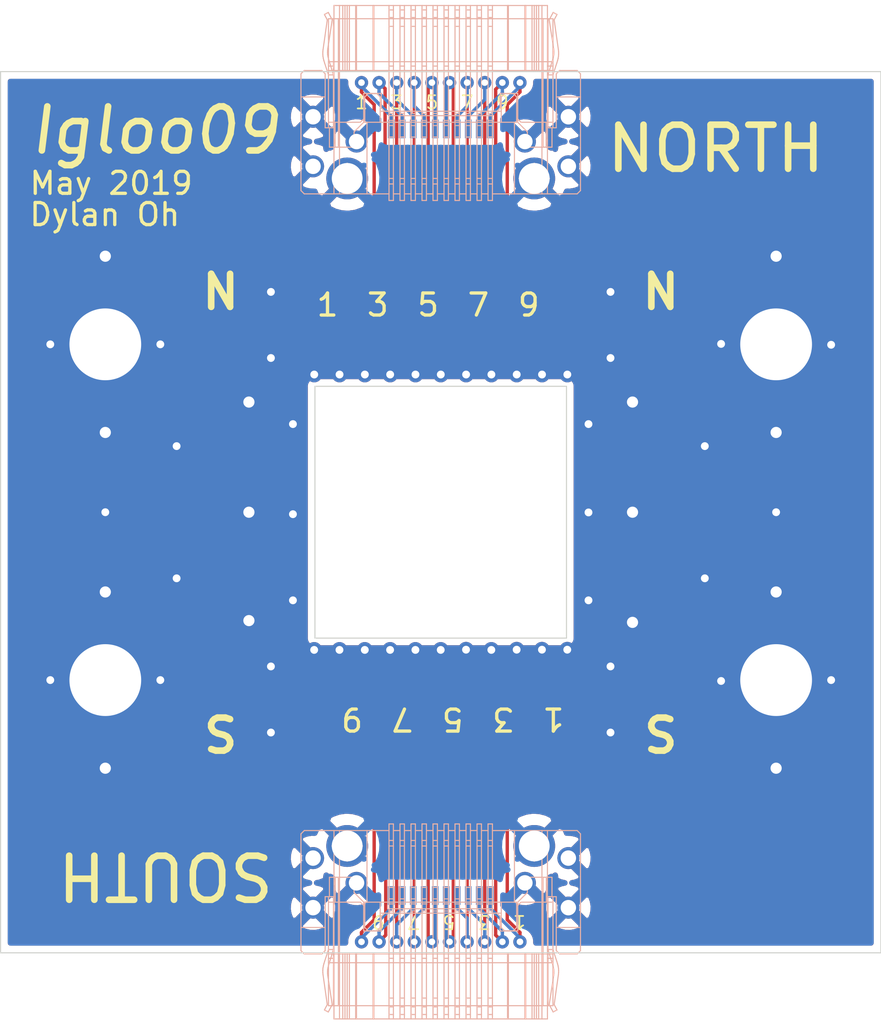
<source format=kicad_pcb>
(kicad_pcb (version 20171130) (host pcbnew "(5.1.2)-1")

  (general
    (thickness 1.6)
    (drawings 97)
    (tracks 234)
    (zones 0)
    (modules 4)
    (nets 22)
  )

  (page A4)
  (layers
    (0 F.Cu signal)
    (31 B.Cu signal)
    (32 B.Adhes user)
    (33 F.Adhes user)
    (34 B.Paste user)
    (35 F.Paste user)
    (36 B.SilkS user)
    (37 F.SilkS user)
    (38 B.Mask user hide)
    (39 F.Mask user)
    (40 Dwgs.User user)
    (41 Cmts.User user)
    (42 Eco1.User user hide)
    (43 Eco2.User user hide)
    (44 Edge.Cuts user)
    (45 Margin user hide)
    (46 B.CrtYd user hide)
    (47 F.CrtYd user hide)
    (48 B.Fab user hide)
    (49 F.Fab user hide)
  )

  (setup
    (last_trace_width 0.25)
    (trace_clearance 0.2)
    (zone_clearance 0.3)
    (zone_45_only no)
    (trace_min 0.1524)
    (via_size 0.8)
    (via_drill 0.4)
    (via_min_size 0.3)
    (via_min_drill 0.3)
    (uvia_size 0.3)
    (uvia_drill 0.1)
    (uvias_allowed no)
    (uvia_min_size 0.2)
    (uvia_min_drill 0.1)
    (edge_width 0.05)
    (segment_width 0.2)
    (pcb_text_width 0.3)
    (pcb_text_size 1.5 1.5)
    (mod_edge_width 0.12)
    (mod_text_size 1 1)
    (mod_text_width 0.15)
    (pad_size 0.381 1.27)
    (pad_drill 0)
    (pad_to_mask_clearance 0.2)
    (aux_axis_origin 0 0)
    (visible_elements 7FFFFFFF)
    (pcbplotparams
      (layerselection 0x010fc_ffffffff)
      (usegerberextensions false)
      (usegerberattributes false)
      (usegerberadvancedattributes false)
      (creategerberjobfile false)
      (excludeedgelayer true)
      (linewidth 0.100000)
      (plotframeref false)
      (viasonmask false)
      (mode 1)
      (useauxorigin false)
      (hpglpennumber 1)
      (hpglpenspeed 20)
      (hpglpendiameter 15.000000)
      (psnegative false)
      (psa4output false)
      (plotreference true)
      (plotvalue true)
      (plotinvisibletext false)
      (padsonsilk false)
      (subtractmaskfromsilk false)
      (outputformat 1)
      (mirror false)
      (drillshape 0)
      (scaleselection 1)
      (outputdirectory ""))
  )

  (net 0 "")
  (net 1 "Net-(U1-Pad10)")
  (net 2 "Net-(U1-Pad9)")
  (net 3 "Net-(U1-Pad8)")
  (net 4 "Net-(U1-Pad7)")
  (net 5 "Net-(U1-Pad6)")
  (net 6 "Net-(U1-Pad5)")
  (net 7 "Net-(U1-Pad4)")
  (net 8 "Net-(U1-Pad3)")
  (net 9 "Net-(U1-Pad2)")
  (net 10 "Net-(U1-Pad1)")
  (net 11 GND)
  (net 12 "Net-(U3-Pad1)")
  (net 13 "Net-(U3-Pad2)")
  (net 14 "Net-(U3-Pad3)")
  (net 15 "Net-(U3-Pad4)")
  (net 16 "Net-(U3-Pad5)")
  (net 17 "Net-(U3-Pad6)")
  (net 18 "Net-(U3-Pad7)")
  (net 19 "Net-(U3-Pad8)")
  (net 20 "Net-(U3-Pad9)")
  (net 21 "Net-(U3-Pad10)")

  (net_class Default "This is the default net class."
    (clearance 0.2)
    (trace_width 0.25)
    (via_dia 0.8)
    (via_drill 0.4)
    (uvia_dia 0.3)
    (uvia_drill 0.1)
    (add_net GND)
    (add_net "Net-(U1-Pad1)")
    (add_net "Net-(U1-Pad10)")
    (add_net "Net-(U1-Pad2)")
    (add_net "Net-(U1-Pad3)")
    (add_net "Net-(U1-Pad4)")
    (add_net "Net-(U1-Pad5)")
    (add_net "Net-(U1-Pad6)")
    (add_net "Net-(U1-Pad7)")
    (add_net "Net-(U1-Pad8)")
    (add_net "Net-(U1-Pad9)")
    (add_net "Net-(U3-Pad1)")
    (add_net "Net-(U3-Pad10)")
    (add_net "Net-(U3-Pad2)")
    (add_net "Net-(U3-Pad3)")
    (add_net "Net-(U3-Pad4)")
    (add_net "Net-(U3-Pad5)")
    (add_net "Net-(U3-Pad6)")
    (add_net "Net-(U3-Pad7)")
    (add_net "Net-(U3-Pad8)")
    (add_net "Net-(U3-Pad9)")
  )

  (module Igloo06:LSHM-110-01-L-RH-A-S-TR (layer B.Cu) (tedit 5CCB85C5) (tstamp 5CCAC8AC)
    (at 150 40)
    (path /5CC8D6AB)
    (fp_text reference U2 (at -0.2105 10.413) (layer B.Fab) hide
      (effects (font (size 1 1) (thickness 0.15)) (justify mirror))
    )
    (fp_text value LSHM-110-01-L-RH-A-S-TR (at -0.2105 11.413) (layer B.Fab) hide
      (effects (font (size 1 1) (thickness 0.15)) (justify mirror))
    )
    (fp_circle (center -4.25 7.85) (end -3.59 7.85) (layer B.SilkS) (width 0.05))
    (fp_circle (center -4.25 7.85) (end -3.717017 7.85) (layer B.SilkS) (width 0.05))
    (fp_line (start -2.75 4.15) (end -2.75 5.3) (layer B.SilkS) (width 0.05))
    (fp_line (start -3.3 4) (end -2.9 4) (layer B.SilkS) (width 0.05))
    (fp_line (start -3.45 5.3) (end -3.45 4.15) (layer B.SilkS) (width 0.05))
    (fp_line (start -3.45 4.15) (end -3.3 4) (layer B.SilkS) (width 0.05))
    (fp_line (start -2.9 4) (end -2.75 4.15) (layer B.SilkS) (width 0.05))
    (fp_line (start 2.9 4) (end 3.3 4) (layer B.SilkS) (width 0.05))
    (fp_line (start 2.75 5.3) (end 2.75 4.15) (layer B.SilkS) (width 0.05))
    (fp_line (start 3.3 4) (end 3.45 4.15) (layer B.SilkS) (width 0.05))
    (fp_line (start 2.75 4.15) (end 2.9 4) (layer B.SilkS) (width 0.05))
    (fp_line (start 3.45 4.15) (end 3.45 5.3) (layer B.SilkS) (width 0.05))
    (fp_line (start -3.5 5.15) (end -3.5 3.99) (layer B.SilkS) (width 0.05))
    (fp_line (start 1.35 8.1) (end 1.15 8.1) (layer B.SilkS) (width 0.05))
    (fp_line (start 0.35 0.94641) (end 0.15 0.94641) (layer B.SilkS) (width 0.05))
    (fp_line (start 0.85 0.94641) (end 0.65 0.94641) (layer B.SilkS) (width 0.05))
    (fp_line (start -2.15 0.94641) (end -2.35 0.94641) (layer B.SilkS) (width 0.05))
    (fp_line (start 1.85 8.1) (end 1.65 8.1) (layer B.SilkS) (width 0.05))
    (fp_line (start -2.15 8.1) (end -2.35 8.1) (layer B.SilkS) (width 0.05))
    (fp_line (start -1.65 8.1) (end -1.85 8.1) (layer B.SilkS) (width 0.05))
    (fp_line (start 0.85 8.1) (end 0.65 8.1) (layer B.SilkS) (width 0.05))
    (fp_line (start -1.15 0.94641) (end -1.35 0.94641) (layer B.SilkS) (width 0.05))
    (fp_line (start 1.35 0.94641) (end 1.15 0.94641) (layer B.SilkS) (width 0.05))
    (fp_line (start -1.65 0.94641) (end -1.85 0.94641) (layer B.SilkS) (width 0.05))
    (fp_line (start 0.35 8.1) (end 0.15 8.1) (layer B.SilkS) (width 0.05))
    (fp_line (start -0.65 0.94641) (end -0.85 0.94641) (layer B.SilkS) (width 0.05))
    (fp_line (start -0.65 8.1) (end -0.85 8.1) (layer B.SilkS) (width 0.05))
    (fp_line (start -0.15 8.1) (end -0.35 8.1) (layer B.SilkS) (width 0.05))
    (fp_line (start 2.35 8.1) (end 2.15 8.1) (layer B.SilkS) (width 0.05))
    (fp_line (start -1.15 8.1) (end -1.35 8.1) (layer B.SilkS) (width 0.05))
    (fp_line (start 0.85 5.97) (end 0.65 5.97) (layer B.SilkS) (width 0.05))
    (fp_line (start -2.15 5.97) (end -2.35 5.97) (layer B.SilkS) (width 0.05))
    (fp_line (start 1.35 5.97) (end 1.15 5.97) (layer B.SilkS) (width 0.05))
    (fp_line (start 0.35 5.97) (end 0.15 5.97) (layer B.SilkS) (width 0.05))
    (fp_line (start -0.15 5.97) (end -0.35 5.97) (layer B.SilkS) (width 0.05))
    (fp_line (start -1.65 5.97) (end -1.85 5.97) (layer B.SilkS) (width 0.05))
    (fp_line (start -0.65 5.97) (end -0.85 5.97) (layer B.SilkS) (width 0.05))
    (fp_line (start -1.15 5.97) (end -1.35 5.97) (layer B.SilkS) (width 0.05))
    (fp_line (start 2.35 5.97) (end 2.15 5.97) (layer B.SilkS) (width 0.05))
    (fp_line (start 1.85 5.97) (end 1.65 5.97) (layer B.SilkS) (width 0.05))
    (fp_line (start 1.35 5.22) (end 1.15 5.22) (layer B.SilkS) (width 0.05))
    (fp_line (start 2.35 5.22) (end 2.15 5.22) (layer B.SilkS) (width 0.05))
    (fp_line (start -2.15 5.22) (end -2.35 5.22) (layer B.SilkS) (width 0.05))
    (fp_line (start -1.15 5.22) (end -1.35 5.22) (layer B.SilkS) (width 0.05))
    (fp_line (start -1.65 5.22) (end -1.85 5.22) (layer B.SilkS) (width 0.05))
    (fp_line (start 0.85 5.22) (end 0.65 5.22) (layer B.SilkS) (width 0.05))
    (fp_line (start -0.15 5.22) (end -0.35 5.22) (layer B.SilkS) (width 0.05))
    (fp_line (start -0.65 5.22) (end -0.85 5.22) (layer B.SilkS) (width 0.05))
    (fp_line (start 1.85 5.22) (end 1.65 5.22) (layer B.SilkS) (width 0.05))
    (fp_line (start 0.35 5.22) (end 0.15 5.22) (layer B.SilkS) (width 0.05))
    (fp_line (start -3.5 3.99) (end -2.7 3.99) (layer B.SilkS) (width 0.05))
    (fp_line (start -2.7 3.99) (end -2.7 4.65) (layer B.SilkS) (width 0.05))
    (fp_line (start -2.7 4.65) (end -2.55 4.8) (layer B.SilkS) (width 0.05))
    (fp_line (start 2.55 4.8) (end 2.7 4.65) (layer B.SilkS) (width 0.05))
    (fp_line (start 2.7 4.65) (end 2.7 3.99) (layer B.SilkS) (width 0.05))
    (fp_line (start 2.7 3.99) (end 3.5 3.99) (layer B.SilkS) (width 0.05))
    (fp_line (start 3.5 3.99) (end 3.5 5.15) (layer B.SilkS) (width 0.05))
    (fp_line (start 3.5 5.15) (end 3.65 5.3) (layer B.SilkS) (width 0.05))
    (fp_line (start 4.65 0.6) (end 4.65 5.3) (layer B.SilkS) (width 0.05))
    (fp_line (start -4.65 0.6) (end -4.65 5.3) (layer B.SilkS) (width 0.05))
    (fp_line (start -3.65 5.3) (end -3.5 5.15) (layer B.SilkS) (width 0.05))
    (fp_line (start 5.1 0.6) (end -5.1 0.6) (layer B.SilkS) (width 0.05))
    (fp_line (start -3.65 5.3) (end -5.1 5.3) (layer B.SilkS) (width 0.05))
    (fp_line (start 5.1 5.3) (end 3.65 5.3) (layer B.SilkS) (width 0.05))
    (fp_line (start -4.85 0) (end -4.85 0.6) (layer B.SilkS) (width 0.05))
    (fp_line (start -4.85 5.3) (end -4.85 8.55) (layer B.SilkS) (width 0.05))
    (fp_line (start -4.6 0) (end -4.6 0.6) (layer B.SilkS) (width 0.05))
    (fp_line (start -4.6 5.3) (end -4.6 8.55) (layer B.SilkS) (width 0.05))
    (fp_line (start 4.85 0) (end -4.85 0) (layer B.SilkS) (width 0.05))
    (fp_line (start 4.6 0) (end 4.6 0.6) (layer B.SilkS) (width 0.05))
    (fp_line (start 4.6 5.3) (end 4.6 8.55) (layer B.SilkS) (width 0.05))
    (fp_line (start 4.85 0) (end 4.85 0.6) (layer B.SilkS) (width 0.05))
    (fp_line (start 4.85 5.3) (end 4.85 8.55) (layer B.SilkS) (width 0.05))
    (fp_line (start -2.75 4.8) (end 2.75 4.8) (layer B.SilkS) (width 0.05))
    (fp_line (start 3.35 8.55) (end 3.35 5.3) (layer B.SilkS) (width 0.05))
    (fp_line (start -3.35 8.55) (end -3.35 5.3) (layer B.SilkS) (width 0.05))
    (fp_line (start -1.85 5.3) (end -2.15 5.3) (layer B.SilkS) (width 0.05))
    (fp_line (start -1.65 4.9) (end -1.65 5) (layer B.SilkS) (width 0.05))
    (fp_line (start -1.35 5) (end -1.35 4.9) (layer B.SilkS) (width 0.05))
    (fp_line (start -0.85 5) (end -0.85 4.9) (layer B.SilkS) (width 0.05))
    (fp_line (start -0.85 4.9) (end -0.65 4.9) (layer B.SilkS) (width 0.05))
    (fp_line (start -0.35 5.3) (end -0.65 5.3) (layer B.SilkS) (width 0.05))
    (fp_line (start -0.35 5) (end -0.35 4.9) (layer B.SilkS) (width 0.05))
    (fp_line (start 0.15 5.3) (end -0.15 5.3) (layer B.SilkS) (width 0.05))
    (fp_line (start 0.65 5) (end 0.65 4.9) (layer B.SilkS) (width 0.05))
    (fp_line (start 1.15 5) (end 1.15 4.9) (layer B.SilkS) (width 0.05))
    (fp_line (start 1.65 5.3) (end 1.35 5.3) (layer B.SilkS) (width 0.05))
    (fp_line (start 2.15 5.3) (end 1.85 5.3) (layer B.SilkS) (width 0.05))
    (fp_line (start 2.35 4.9) (end 2.35 5) (layer B.SilkS) (width 0.05))
    (fp_line (start -2.35 5) (end -2.35 4.9) (layer B.SilkS) (width 0.05))
    (fp_line (start 1.15 4.9) (end 1.35 4.9) (layer B.SilkS) (width 0.05))
    (fp_line (start -2.15 4.9) (end -2.15 5) (layer B.SilkS) (width 0.05))
    (fp_line (start 0.15 5) (end 0.15 4.9) (layer B.SilkS) (width 0.05))
    (fp_line (start -1.85 5) (end -1.85 4.9) (layer B.SilkS) (width 0.05))
    (fp_line (start 0.65 5.3) (end 0.35 5.3) (layer B.SilkS) (width 0.05))
    (fp_line (start -1.35 4.9) (end -1.15 4.9) (layer B.SilkS) (width 0.05))
    (fp_line (start -0.15 4.9) (end -0.15 5) (layer B.SilkS) (width 0.05))
    (fp_line (start 2.15 5) (end 2.15 4.9) (layer B.SilkS) (width 0.05))
    (fp_line (start -1.35 5.3) (end -1.65 5.3) (layer B.SilkS) (width 0.05))
    (fp_line (start 1.35 4.9) (end 1.35 5) (layer B.SilkS) (width 0.05))
    (fp_line (start 0.65 4.9) (end 0.85 4.9) (layer B.SilkS) (width 0.05))
    (fp_line (start -1.85 4.9) (end -1.65 4.9) (layer B.SilkS) (width 0.05))
    (fp_line (start 1.85 4.9) (end 1.85 5) (layer B.SilkS) (width 0.05))
    (fp_line (start -0.85 5.3) (end -1.15 5.3) (layer B.SilkS) (width 0.05))
    (fp_line (start 1.15 5.3) (end 0.85 5.3) (layer B.SilkS) (width 0.05))
    (fp_line (start 0.15 4.9) (end 0.35 4.9) (layer B.SilkS) (width 0.05))
    (fp_line (start -0.65 4.9) (end -0.65 5) (layer B.SilkS) (width 0.05))
    (fp_line (start 2.15 4.9) (end 2.35 4.9) (layer B.SilkS) (width 0.05))
    (fp_line (start -2.35 4.9) (end -2.15 4.9) (layer B.SilkS) (width 0.05))
    (fp_line (start 1.65 5) (end 1.65 4.9) (layer B.SilkS) (width 0.05))
    (fp_line (start -0.35 4.9) (end -0.15 4.9) (layer B.SilkS) (width 0.05))
    (fp_line (start 0.85 4.9) (end 0.85 5) (layer B.SilkS) (width 0.05))
    (fp_line (start 1.65 4.9) (end 1.85 4.9) (layer B.SilkS) (width 0.05))
    (fp_line (start -1.15 4.9) (end -1.15 5) (layer B.SilkS) (width 0.05))
    (fp_line (start 0.35 4.9) (end 0.35 5) (layer B.SilkS) (width 0.05))
    (fp_line (start -2.35 5.3) (end -3.45 5.3) (layer B.SilkS) (width 0.05))
    (fp_line (start 3.45 5.3) (end 2.35 5.3) (layer B.SilkS) (width 0.05))
    (fp_line (start -5.25 3.1) (end -5.25 5.55) (layer B.SilkS) (width 0.05))
    (fp_line (start -6.2 2.95) (end -5.4 2.95) (layer B.SilkS) (width 0.05))
    (fp_line (start -6.35 3.1) (end -6.2 2.95) (layer B.SilkS) (width 0.05))
    (fp_line (start -6.35 8.4) (end -6.35 3.1) (layer B.SilkS) (width 0.05))
    (fp_line (start -6.2 8.55) (end -6.35 8.4) (layer B.SilkS) (width 0.05))
    (fp_line (start -5.4 2.95) (end -5.25 3.1) (layer B.SilkS) (width 0.05))
    (fp_line (start -5.25 5.55) (end -4.85 5.55) (layer B.SilkS) (width 0.05))
    (fp_line (start 6.35 8.4) (end 6.2 8.55) (layer B.SilkS) (width 0.05))
    (fp_line (start 6.2 2.95) (end 6.35 3.1) (layer B.SilkS) (width 0.05))
    (fp_line (start 5.4 2.95) (end 6.2 2.95) (layer B.SilkS) (width 0.05))
    (fp_line (start 5.25 3.1) (end 5.4 2.95) (layer B.SilkS) (width 0.05))
    (fp_line (start 4.85 5.55) (end 5.25 5.55) (layer B.SilkS) (width 0.05))
    (fp_line (start 6.35 3.1) (end 6.35 8.4) (layer B.SilkS) (width 0.05))
    (fp_line (start 5.25 5.55) (end 5.25 3.1) (layer B.SilkS) (width 0.05))
    (fp_line (start -1.85 8.55) (end -2.15 8.55) (layer B.SilkS) (width 0.05))
    (fp_line (start -0.85 8.55) (end -1.15 8.55) (layer B.SilkS) (width 0.05))
    (fp_line (start -1.35 8.55) (end -1.65 8.55) (layer B.SilkS) (width 0.05))
    (fp_line (start -2.35 8.55) (end -6.2 8.55) (layer B.SilkS) (width 0.05))
    (fp_line (start 6.2 8.55) (end 2.35 8.55) (layer B.SilkS) (width 0.05))
    (fp_line (start 1.15 8.55) (end 0.85 8.55) (layer B.SilkS) (width 0.05))
    (fp_line (start -0.35 8.55) (end -0.65 8.55) (layer B.SilkS) (width 0.05))
    (fp_line (start 0.65 8.55) (end 0.35 8.55) (layer B.SilkS) (width 0.05))
    (fp_line (start 2.15 8.55) (end 1.85 8.55) (layer B.SilkS) (width 0.05))
    (fp_line (start 1.65 8.55) (end 1.35 8.55) (layer B.SilkS) (width 0.05))
    (fp_line (start 0.15 8.55) (end -0.15 8.55) (layer B.SilkS) (width 0.05))
    (fp_line (start 5.1 5.55) (end 5.1 0.6) (layer B.SilkS) (width 0.05))
    (fp_line (start 4.875 5.55) (end 4.875 5.3) (layer B.SilkS) (width 0.05))
    (fp_line (start -5.1 5.55) (end -5.1 0.6) (layer B.SilkS) (width 0.05))
    (fp_line (start -4.875 5.55) (end -4.875 5.3) (layer B.SilkS) (width 0.05))
    (fp_line (start 5.155769 2.978359) (end 5.1 2.978359) (layer B.SilkS) (width 0.05))
    (fp_line (start -5.155769 2.978359) (end -5.1 2.978359) (layer B.SilkS) (width 0.05))
    (fp_line (start -5.104271 2.399802) (end -5.100566 2.412207) (layer B.SilkS) (width 0.05))
    (fp_line (start -5.125019 2.315066) (end -5.104271 2.399802) (layer B.SilkS) (width 0.05))
    (fp_line (start -5.138302 2.228844) (end -5.125019 2.315066) (layer B.SilkS) (width 0.05))
    (fp_line (start -5.14402 2.141793) (end -5.138302 2.228844) (layer B.SilkS) (width 0.05))
    (fp_line (start -5.142129 2.054575) (end -5.14402 2.141793) (layer B.SilkS) (width 0.05))
    (fp_line (start -5.132644 1.967853) (end -5.142129 2.054575) (layer B.SilkS) (width 0.05))
    (fp_line (start -5.132644 1.967853) (end -5.1 1.755558) (layer B.SilkS) (width 0.05))
    (fp_line (start -4.956667 0.6) (end -5.108824 0.314706) (layer B.SilkS) (width 0.05))
    (fp_line (start -5.108824 0.314706) (end -5.283997 0.408131) (layer B.SilkS) (width 0.05))
    (fp_line (start -5.283997 0.408131) (end -5.155 0.65) (layer B.SilkS) (width 0.05))
    (fp_line (start -5.155 0.65) (end -5.346783 2.006552) (layer B.SilkS) (width 0.05))
    (fp_line (start -5.308131 2.50286) (end -5.307856 2.50376) (layer B.SilkS) (width 0.05))
    (fp_line (start -5.333171 2.40571) (end -5.308131 2.50286) (layer B.SilkS) (width 0.05))
    (fp_line (start -5.349648 2.306748) (end -5.333171 2.40571) (layer B.SilkS) (width 0.05))
    (fp_line (start -5.357438 2.206726) (end -5.349648 2.306748) (layer B.SilkS) (width 0.05))
    (fp_line (start -5.35648 2.106406) (end -5.357438 2.206726) (layer B.SilkS) (width 0.05))
    (fp_line (start -5.346783 2.006552) (end -5.35648 2.106406) (layer B.SilkS) (width 0.05))
    (fp_line (start -5.307856 2.50376) (end -5.274078 2.614243) (layer B.SilkS) (width 0.05))
    (fp_line (start -5.1 2.414058) (end -5.100566 2.412207) (layer B.SilkS) (width 0.05))
    (fp_line (start -5.274078 2.614243) (end -5.1 3.15) (layer B.SilkS) (width 0.05))
    (fp_line (start 5.307856 2.50376) (end 5.274078 2.614243) (layer B.SilkS) (width 0.05))
    (fp_line (start 5.308131 2.50286) (end 5.307856 2.50376) (layer B.SilkS) (width 0.05))
    (fp_line (start 5.333171 2.40571) (end 5.308131 2.50286) (layer B.SilkS) (width 0.05))
    (fp_line (start 5.349648 2.306748) (end 5.333171 2.40571) (layer B.SilkS) (width 0.05))
    (fp_line (start 5.357438 2.206726) (end 5.349648 2.306748) (layer B.SilkS) (width 0.05))
    (fp_line (start 5.35648 2.106406) (end 5.357438 2.206726) (layer B.SilkS) (width 0.05))
    (fp_line (start 5.346783 2.006552) (end 5.35648 2.106406) (layer B.SilkS) (width 0.05))
    (fp_line (start 5.155 0.65) (end 5.346783 2.006552) (layer B.SilkS) (width 0.05))
    (fp_line (start 5.283997 0.408131) (end 5.155 0.65) (layer B.SilkS) (width 0.05))
    (fp_line (start 5.108824 0.314706) (end 5.283997 0.408131) (layer B.SilkS) (width 0.05))
    (fp_line (start 4.956667 0.6) (end 5.108824 0.314706) (layer B.SilkS) (width 0.05))
    (fp_line (start 5.132644 1.967853) (end 5.1 1.755558) (layer B.SilkS) (width 0.05))
    (fp_line (start 5.104271 2.399802) (end 5.100566 2.412207) (layer B.SilkS) (width 0.05))
    (fp_line (start 5.125019 2.315066) (end 5.104271 2.399802) (layer B.SilkS) (width 0.05))
    (fp_line (start 5.138302 2.228844) (end 5.125019 2.315066) (layer B.SilkS) (width 0.05))
    (fp_line (start 5.14402 2.141793) (end 5.138302 2.228844) (layer B.SilkS) (width 0.05))
    (fp_line (start 5.142129 2.054575) (end 5.14402 2.141793) (layer B.SilkS) (width 0.05))
    (fp_line (start 5.132644 1.967853) (end 5.142129 2.054575) (layer B.SilkS) (width 0.05))
    (fp_line (start 5.274078 2.614243) (end 5.1 3.15) (layer B.SilkS) (width 0.05))
    (fp_line (start 5.1 2.414058) (end 5.100566 2.412207) (layer B.SilkS) (width 0.05))
    (fp_line (start -4.85375 7.85) (end -3.64625 7.85) (layer B.SilkS) (width 0.05))
    (fp_line (start -4.25 7.157) (end -4.25 8.543) (layer B.SilkS) (width 0.05))
    (fp_line (start 4.25 7.157) (end 4.25 8.543) (layer B.SilkS) (width 0.05))
    (fp_line (start 3.557 7.85) (end 4.943 7.85) (layer B.SilkS) (width 0.05))
    (fp_line (start -4.875 0.6) (end -4.875 5.3) (layer B.SilkS) (width 0.05))
    (fp_line (start 4.875 0.6) (end 4.875 5.3) (layer B.SilkS) (width 0.05))
    (fp_line (start -4.85 0.6) (end -4.85 5.3) (layer B.SilkS) (width 0.05))
    (fp_line (start -4.6 0.6) (end -4.6 5.3) (layer B.SilkS) (width 0.05))
    (fp_line (start 4.6 0.6) (end 4.6 5.3) (layer B.SilkS) (width 0.05))
    (fp_line (start 4.85 0.6) (end 4.85 5.3) (layer B.SilkS) (width 0.05))
    (fp_line (start -3.865 0) (end -3.865 2.95) (layer B.SilkS) (width 0.05))
    (fp_line (start -3.035 0) (end -3.035 2.95) (layer B.SilkS) (width 0.05))
    (fp_line (start 3.865 0) (end 3.865 2.95) (layer B.SilkS) (width 0.05))
    (fp_line (start 3.035 0) (end 3.035 2.95) (layer B.SilkS) (width 0.05))
    (fp_line (start -0.15 2.75) (end -0.15 0) (layer B.SilkS) (width 0.05))
    (fp_line (start -0.35 2.75) (end -0.35 0) (layer B.SilkS) (width 0.05))
    (fp_line (start -0.65 2.75) (end -0.85 2.75) (layer B.SilkS) (width 0.05))
    (fp_line (start 2.15 2.75) (end 2.15 0) (layer B.SilkS) (width 0.05))
    (fp_line (start -1.65 2.75) (end -1.65 0) (layer B.SilkS) (width 0.05))
    (fp_line (start -1.65 2.75) (end -1.85 2.75) (layer B.SilkS) (width 0.05))
    (fp_line (start -0.85 2.75) (end -0.85 0) (layer B.SilkS) (width 0.05))
    (fp_line (start -0.65 2.75) (end -0.65 0) (layer B.SilkS) (width 0.05))
    (fp_line (start -1.15 2.75) (end -1.15 0) (layer B.SilkS) (width 0.05))
    (fp_line (start -1.15 2.75) (end -1.35 2.75) (layer B.SilkS) (width 0.05))
    (fp_line (start 1.35 2.75) (end 1.35 0) (layer B.SilkS) (width 0.05))
    (fp_line (start 1.15 2.75) (end 1.15 0) (layer B.SilkS) (width 0.05))
    (fp_line (start -1.35 2.75) (end -1.35 0) (layer B.SilkS) (width 0.05))
    (fp_line (start -1.85 2.75) (end -1.85 0) (layer B.SilkS) (width 0.05))
    (fp_line (start 2.35 2.75) (end 2.35 0) (layer B.SilkS) (width 0.05))
    (fp_line (start 1.85 2.75) (end 1.65 2.75) (layer B.SilkS) (width 0.05))
    (fp_line (start 1.65 2.75) (end 1.65 0) (layer B.SilkS) (width 0.05))
    (fp_line (start 1.85 2.75) (end 1.85 0) (layer B.SilkS) (width 0.05))
    (fp_line (start -0.15 2.75) (end -0.35 2.75) (layer B.SilkS) (width 0.05))
    (fp_line (start 1.35 2.75) (end 1.15 2.75) (layer B.SilkS) (width 0.05))
    (fp_line (start 0.35 2.75) (end 0.35 0) (layer B.SilkS) (width 0.05))
    (fp_line (start -2.15 2.75) (end -2.15 0) (layer B.SilkS) (width 0.05))
    (fp_line (start -2.35 2.75) (end -2.35 0) (layer B.SilkS) (width 0.05))
    (fp_line (start 2.35 2.75) (end 2.15 2.75) (layer B.SilkS) (width 0.05))
    (fp_line (start 0.85 2.75) (end 0.85 0) (layer B.SilkS) (width 0.05))
    (fp_line (start 0.65 2.75) (end 0.65 0) (layer B.SilkS) (width 0.05))
    (fp_line (start 0.85 2.75) (end 0.65 2.75) (layer B.SilkS) (width 0.05))
    (fp_line (start -2.15 2.75) (end -2.35 2.75) (layer B.SilkS) (width 0.05))
    (fp_line (start 0.35 2.75) (end 0.15 2.75) (layer B.SilkS) (width 0.05))
    (fp_line (start 0.15 2.75) (end 0.15 0) (layer B.SilkS) (width 0.05))
    (fp_line (start 4.85 2.95) (end -4.85 2.95) (layer B.SilkS) (width 0.05))
    (fp_line (start -0.35 4.9) (end -0.35 3) (layer B.SilkS) (width 0.05))
    (fp_line (start -1.65 3) (end -1.65 4.9) (layer B.SilkS) (width 0.05))
    (fp_line (start -0.85 4.9) (end -0.85 3) (layer B.SilkS) (width 0.05))
    (fp_line (start -1.35 4.9) (end -1.35 3) (layer B.SilkS) (width 0.05))
    (fp_line (start 0.65 4.9) (end 0.65 3) (layer B.SilkS) (width 0.05))
    (fp_line (start 1.15 4.9) (end 1.15 3) (layer B.SilkS) (width 0.05))
    (fp_line (start -2.15 3) (end -2.15 4.9) (layer B.SilkS) (width 0.05))
    (fp_line (start 0.15 4.9) (end 0.15 3) (layer B.SilkS) (width 0.05))
    (fp_line (start -1.85 4.9) (end -1.85 3) (layer B.SilkS) (width 0.05))
    (fp_line (start -0.15 3) (end -0.15 4.9) (layer B.SilkS) (width 0.05))
    (fp_line (start 2.15 4.9) (end 2.15 3) (layer B.SilkS) (width 0.05))
    (fp_line (start 1.35 3) (end 1.35 4.9) (layer B.SilkS) (width 0.05))
    (fp_line (start 1.85 3) (end 1.85 4.9) (layer B.SilkS) (width 0.05))
    (fp_line (start -0.65 3) (end -0.65 4.9) (layer B.SilkS) (width 0.05))
    (fp_line (start 1.65 4.9) (end 1.65 3) (layer B.SilkS) (width 0.05))
    (fp_line (start 0.85 3) (end 0.85 4.9) (layer B.SilkS) (width 0.05))
    (fp_line (start -1.15 3) (end -1.15 4.9) (layer B.SilkS) (width 0.05))
    (fp_line (start 0.35 3) (end 0.35 4.9) (layer B.SilkS) (width 0.05))
    (fp_line (start -4.35 0) (end -4.35 2.95) (layer B.SilkS) (width 0.05))
    (fp_line (start 4.35 0) (end 4.35 2.95) (layer B.SilkS) (width 0.05))
    (fp_line (start 2.15 7.85) (end 2.35 7.85) (layer B.SilkS) (width 0.05))
    (fp_line (start -0.85 7.85) (end -0.65 7.85) (layer B.SilkS) (width 0.05))
    (fp_line (start 0.15 7.85) (end 0.35 7.85) (layer B.SilkS) (width 0.05))
    (fp_line (start 1.65 7.85) (end 1.85 7.85) (layer B.SilkS) (width 0.05))
    (fp_line (start -0.35 7.85) (end -0.15 7.85) (layer B.SilkS) (width 0.05))
    (fp_line (start -1.35 7.85) (end -1.15 7.85) (layer B.SilkS) (width 0.05))
    (fp_line (start -1.85 7.85) (end -1.65 7.85) (layer B.SilkS) (width 0.05))
    (fp_line (start -2.35 7.85) (end -2.15 7.85) (layer B.SilkS) (width 0.05))
    (fp_line (start 1.15 7.85) (end 1.35 7.85) (layer B.SilkS) (width 0.05))
    (fp_line (start 0.65 7.85) (end 0.85 7.85) (layer B.SilkS) (width 0.05))
    (fp_line (start -5.1 3.15) (end -4.875 3.15) (layer B.SilkS) (width 0.05))
    (fp_line (start -5.1 2.95) (end -4.875 2.95) (layer B.SilkS) (width 0.05))
    (fp_line (start 5.1 3.15) (end 4.875 3.15) (layer B.SilkS) (width 0.05))
    (fp_line (start 5.1 2.95) (end 4.875 2.95) (layer B.SilkS) (width 0.05))
    (fp_line (start -4.45 0) (end -4.45 2.95) (layer B.SilkS) (width 0.05))
    (fp_line (start 4.45 0) (end 4.45 2.95) (layer B.SilkS) (width 0.05))
    (fp_line (start 4.15 0) (end 4.15 2.95) (layer B.SilkS) (width 0.05))
    (fp_line (start -4.15 0) (end -4.15 2.95) (layer B.SilkS) (width 0.05))
    (fp_line (start -4.25 0) (end -4.25 2.95) (layer B.SilkS) (width 0.05))
    (fp_line (start 4.25 0) (end 4.25 2.95) (layer B.SilkS) (width 0.05))
    (fp_line (start 5.1 2.978359) (end 4.927476 2.978359) (layer B.SilkS) (width 0.05))
    (fp_line (start -5.1 2.978359) (end -4.927476 2.978359) (layer B.SilkS) (width 0.05))
    (fp_line (start -5.1 1.755558) (end -4.93 0.65) (layer B.SilkS) (width 0.05))
    (fp_line (start -4.93 0.65) (end -4.956667 0.6) (layer B.SilkS) (width 0.05))
    (fp_line (start -4.875 3.15) (end -5.1 2.414058) (layer B.SilkS) (width 0.05))
    (fp_line (start 4.93 0.65) (end 4.956667 0.6) (layer B.SilkS) (width 0.05))
    (fp_line (start 5.1 1.755558) (end 4.93 0.65) (layer B.SilkS) (width 0.05))
    (fp_line (start 4.875 3.15) (end 5.1 2.414058) (layer B.SilkS) (width 0.05))
    (fp_line (start -3.825 0) (end -3.825 2.95) (layer B.SilkS) (width 0.05))
    (fp_line (start -3.075 0) (end -3.075 2.95) (layer B.SilkS) (width 0.05))
    (fp_line (start -2.35 5.3) (end -2.15 5.3) (layer B.SilkS) (width 0.05))
    (fp_line (start -1.85 5.3) (end -1.65 5.3) (layer B.SilkS) (width 0.05))
    (fp_line (start -1.35 5.3) (end -1.15 5.3) (layer B.SilkS) (width 0.05))
    (fp_line (start -0.85 5.3) (end -0.65 5.3) (layer B.SilkS) (width 0.05))
    (fp_line (start -0.35 5.3) (end -0.15 5.3) (layer B.SilkS) (width 0.05))
    (fp_line (start 3.075 0) (end 3.075 2.95) (layer B.SilkS) (width 0.05))
    (fp_line (start 0.15 5.3) (end 0.35 5.3) (layer B.SilkS) (width 0.05))
    (fp_line (start 1.15 5.3) (end 1.35 5.3) (layer B.SilkS) (width 0.05))
    (fp_line (start 0.65 5.3) (end 0.85 5.3) (layer B.SilkS) (width 0.05))
    (fp_line (start 1.65 5.3) (end 1.85 5.3) (layer B.SilkS) (width 0.05))
    (fp_line (start 3.825 0) (end 3.825 2.95) (layer B.SilkS) (width 0.05))
    (fp_line (start 2.15 5.3) (end 2.35 5.3) (layer B.SilkS) (width 0.05))
    (fp_line (start 5.147404 3.004105) (end 4.919604 3.004105) (layer B.SilkS) (width 0.05))
    (fp_line (start -5.147404 3.004105) (end -4.919604 3.004105) (layer B.SilkS) (width 0.05))
    (fp_line (start 5.1 2.55) (end -5.1 2.55) (layer B.SilkS) (width 0.05))
    (fp_line (start 5.1 2.75) (end 4.875 2.75) (layer B.SilkS) (width 0.05))
    (fp_line (start -5.1 2.75) (end -4.875 2.75) (layer B.SilkS) (width 0.05))
    (fp_line (start -5.055555 6.43) (end -5.055555 5.55) (layer B.SilkS) (width 0.05))
    (fp_line (start 5.055555 5.55) (end 5.055555 6.43) (layer B.SilkS) (width 0.05))
    (fp_line (start -4.8 6.43) (end -4.8 5.3) (layer B.SilkS) (width 0.05))
    (fp_line (start -4.65 5.3) (end -4.65 6.43) (layer B.SilkS) (width 0.05))
    (fp_line (start 4.65 5.3) (end 4.65 6.43) (layer B.SilkS) (width 0.05))
    (fp_line (start 4.791421 5.3) (end 4.791421 6.43) (layer B.SilkS) (width 0.05))
    (fp_line (start 6.35 4.15) (end 5.25 4.15) (layer B.SilkS) (width 0.05))
    (fp_line (start -5.9 4.8) (end -5.9 5.3) (layer B.SilkS) (width 0.05))
    (fp_line (start 5.7 7.05) (end 5.7 7.55) (layer B.SilkS) (width 0.05))
    (fp_line (start 5.9 7.05) (end 5.7 7.05) (layer B.SilkS) (width 0.05))
    (fp_line (start 5.7 7.55) (end 5.9 7.55) (layer B.SilkS) (width 0.05))
    (fp_line (start -5.9 7.05) (end -5.9 7.55) (layer B.SilkS) (width 0.05))
    (fp_line (start -5.7 4.8) (end -5.9 4.8) (layer B.SilkS) (width 0.05))
    (fp_line (start 5.9 7.05) (end 5.9 7.55) (layer B.SilkS) (width 0.05))
    (fp_line (start 5.9 4.8) (end 5.7 4.8) (layer B.SilkS) (width 0.05))
    (fp_line (start 5.7 5.3) (end 5.9 5.3) (layer B.SilkS) (width 0.05))
    (fp_line (start -5.7 4.8) (end -5.7 5.3) (layer B.SilkS) (width 0.05))
    (fp_line (start -5.7 7.05) (end -5.9 7.05) (layer B.SilkS) (width 0.05))
    (fp_line (start -5.9 7.55) (end -5.7 7.55) (layer B.SilkS) (width 0.05))
    (fp_line (start -5.7 7.05) (end -5.7 7.55) (layer B.SilkS) (width 0.05))
    (fp_line (start -5.25 4.15) (end -6.35 4.15) (layer B.SilkS) (width 0.05))
    (fp_line (start -5.9 5.3) (end -5.7 5.3) (layer B.SilkS) (width 0.05))
    (fp_line (start 5.7 4.8) (end 5.7 5.3) (layer B.SilkS) (width 0.05))
    (fp_circle (center 4.25 7.85) (end 4.91 7.85) (layer B.SilkS) (width 0.05))
    (fp_line (start 5.9 4.8) (end 5.9 5.3) (layer B.SilkS) (width 0.05))
    (fp_line (start -3.7125 6.43) (end -3.7125 5.93) (layer B.SilkS) (width 0.05))
    (fp_line (start -3.7125 5.93) (end -3.9375 5.93) (layer B.SilkS) (width 0.05))
    (fp_line (start -3.9375 5.7375) (end -3.5 5.3) (layer B.SilkS) (width 0.05))
    (fp_line (start -3.5 5.3) (end -3.5 5.15) (layer B.SilkS) (width 0.05))
    (fp_line (start 3.5 5.15) (end 3.5 5.3) (layer B.SilkS) (width 0.05))
    (fp_line (start 3.5 5.3) (end 3.9375 5.7375) (layer B.SilkS) (width 0.05))
    (fp_line (start 3.9375 5.93) (end 3.7125 5.93) (layer B.SilkS) (width 0.05))
    (fp_line (start 3.7125 6.43) (end 3.7125 5.93) (layer B.SilkS) (width 0.05))
    (fp_line (start -3.7125 6.43) (end -5.055555 6.43) (layer B.SilkS) (width 0.05))
    (fp_line (start 5.055555 6.43) (end 3.7125 6.43) (layer B.SilkS) (width 0.05))
    (fp_line (start -3.9375 6.43) (end -3.9375 5.7375) (layer B.SilkS) (width 0.05))
    (fp_line (start 3.9375 5.7375) (end 3.9375 6.43) (layer B.SilkS) (width 0.05))
    (fp_line (start -3.7125 5.98) (end -3.9375 5.98) (layer B.SilkS) (width 0.05))
    (fp_line (start 3.9375 5.98) (end 3.7125 5.98) (layer B.SilkS) (width 0.05))
    (fp_line (start 3.7125 6.38) (end 3.9375 6.38) (layer B.SilkS) (width 0.05))
    (fp_line (start -3.9375 6.38) (end -3.7125 6.38) (layer B.SilkS) (width 0.05))
    (fp_circle (center 4.25 7.85) (end 4.782983 7.85) (layer B.SilkS) (width 0.05))
    (fp_line (start -5.7 7.45) (end -5.9 7.45) (layer B.SilkS) (width 0.05))
    (fp_line (start -5.7 7.15) (end -5.9 7.15) (layer B.SilkS) (width 0.05))
    (fp_line (start 5.9 4.9) (end 5.7 4.9) (layer B.SilkS) (width 0.05))
    (fp_line (start 5.9 5.2) (end 5.7 5.2) (layer B.SilkS) (width 0.05))
    (fp_line (start 5.9 7.15) (end 5.7 7.15) (layer B.SilkS) (width 0.05))
    (fp_line (start 5.9 7.45) (end 5.7 7.45) (layer B.SilkS) (width 0.05))
    (fp_line (start -5.7 5.2) (end -5.9 5.2) (layer B.SilkS) (width 0.05))
    (fp_line (start -5.7 4.9) (end -5.9 4.9) (layer B.SilkS) (width 0.05))
    (fp_line (start -0.15 5) (end -0.35 5) (layer B.SilkS) (width 0.05))
    (fp_line (start -0.15 5.45) (end -0.35 5.45) (layer B.SilkS) (width 0.05))
    (fp_line (start -1.15 5) (end -1.35 5) (layer B.SilkS) (width 0.05))
    (fp_line (start -1.15 5.45) (end -1.35 5.45) (layer B.SilkS) (width 0.05))
    (fp_line (start -0.65 5) (end -0.85 5) (layer B.SilkS) (width 0.05))
    (fp_line (start -0.65 5.45) (end -0.85 5.45) (layer B.SilkS) (width 0.05))
    (fp_line (start 0.35 5) (end 0.15 5) (layer B.SilkS) (width 0.05))
    (fp_line (start 0.35 5.45) (end 0.15 5.45) (layer B.SilkS) (width 0.05))
    (fp_line (start 0.85 5.45) (end 0.65 5.45) (layer B.SilkS) (width 0.05))
    (fp_line (start 0.85 5) (end 0.65 5) (layer B.SilkS) (width 0.05))
    (fp_line (start 1.35 5.45) (end 1.15 5.45) (layer B.SilkS) (width 0.05))
    (fp_line (start 1.35 5) (end 1.15 5) (layer B.SilkS) (width 0.05))
    (fp_line (start 2.35 5.45) (end 2.15 5.45) (layer B.SilkS) (width 0.05))
    (fp_line (start 2.35 5) (end 2.15 5) (layer B.SilkS) (width 0.05))
    (fp_line (start -1.65 5.45) (end -1.85 5.45) (layer B.SilkS) (width 0.05))
    (fp_line (start -1.65 5) (end -1.85 5) (layer B.SilkS) (width 0.05))
    (fp_line (start 1.85 5.45) (end 1.65 5.45) (layer B.SilkS) (width 0.05))
    (fp_line (start 1.85 5) (end 1.65 5) (layer B.SilkS) (width 0.05))
    (fp_line (start -2.15 5.45) (end -2.35 5.45) (layer B.SilkS) (width 0.05))
    (fp_line (start -2.15 5) (end -2.35 5) (layer B.SilkS) (width 0.05))
    (fp_line (start -1.15 8.85) (end -1.35 8.85) (layer B.SilkS) (width 0.05))
    (fp_line (start -1.35 5) (end -1.35 8.85) (layer B.SilkS) (width 0.05))
    (fp_line (start -1.15 8.85) (end -1.15 5) (layer B.SilkS) (width 0.05))
    (fp_line (start -2.15 8.85) (end -2.35 8.85) (layer B.SilkS) (width 0.05))
    (fp_line (start -2.35 8.85) (end -2.35 5) (layer B.SilkS) (width 0.05))
    (fp_line (start -2.15 8.85) (end -2.15 5) (layer B.SilkS) (width 0.05))
    (fp_line (start -1.65 8.85) (end -1.85 8.85) (layer B.SilkS) (width 0.05))
    (fp_line (start -1.85 5) (end -1.85 8.85) (layer B.SilkS) (width 0.05))
    (fp_line (start -1.65 8.85) (end -1.65 5) (layer B.SilkS) (width 0.05))
    (fp_line (start 0.35 8.85) (end 0.15 8.85) (layer B.SilkS) (width 0.05))
    (fp_line (start 0.35 8.85) (end 0.35 5) (layer B.SilkS) (width 0.05))
    (fp_line (start 0.15 5) (end 0.15 8.85) (layer B.SilkS) (width 0.05))
    (fp_line (start -0.65 8.85) (end -0.85 8.85) (layer B.SilkS) (width 0.05))
    (fp_line (start -0.85 5) (end -0.85 8.85) (layer B.SilkS) (width 0.05))
    (fp_line (start -0.65 8.85) (end -0.65 5) (layer B.SilkS) (width 0.05))
    (fp_line (start -0.15 8.85) (end -0.35 8.85) (layer B.SilkS) (width 0.05))
    (fp_line (start -0.15 8.85) (end -0.15 5) (layer B.SilkS) (width 0.05))
    (fp_line (start -0.35 5) (end -0.35 8.85) (layer B.SilkS) (width 0.05))
    (fp_line (start 1.35 8.85) (end 1.15 8.85) (layer B.SilkS) (width 0.05))
    (fp_line (start 1.15 5) (end 1.15 8.85) (layer B.SilkS) (width 0.05))
    (fp_line (start 1.35 8.85) (end 1.35 5) (layer B.SilkS) (width 0.05))
    (fp_line (start 1.85 8.85) (end 1.65 8.85) (layer B.SilkS) (width 0.05))
    (fp_line (start 1.65 5) (end 1.65 8.85) (layer B.SilkS) (width 0.05))
    (fp_line (start 1.85 8.85) (end 1.85 5) (layer B.SilkS) (width 0.05))
    (fp_line (start 2.35 8.85) (end 2.15 8.85) (layer B.SilkS) (width 0.05))
    (fp_line (start 2.35 8.85) (end 2.35 5) (layer B.SilkS) (width 0.05))
    (fp_line (start 2.15 5) (end 2.15 8.85) (layer B.SilkS) (width 0.05))
    (fp_line (start 0.85 8.85) (end 0.65 8.85) (layer B.SilkS) (width 0.05))
    (fp_line (start 0.65 5) (end 0.65 8.85) (layer B.SilkS) (width 0.05))
    (fp_line (start 0.85 8.85) (end 0.85 5) (layer B.SilkS) (width 0.05))
    (fp_line (start 1.85 3) (end 1.85 2.75) (layer B.SilkS) (width 0.05))
    (fp_line (start 1.85 0.2) (end 1.65 0.2) (layer B.SilkS) (width 0.05))
    (fp_line (start 1.65 2.75) (end 1.65 3) (layer B.SilkS) (width 0.05))
    (fp_line (start 1.35 3) (end 1.35 2.75) (layer B.SilkS) (width 0.05))
    (fp_line (start 1.35 0.2) (end 1.15 0.2) (layer B.SilkS) (width 0.05))
    (fp_line (start 1.15 2.75) (end 1.15 3) (layer B.SilkS) (width 0.05))
    (fp_line (start 0.85 3) (end 0.85 2.75) (layer B.SilkS) (width 0.05))
    (fp_line (start 0.85 0.2) (end 0.65 0.2) (layer B.SilkS) (width 0.05))
    (fp_line (start 0.65 2.75) (end 0.65 3) (layer B.SilkS) (width 0.05))
    (fp_line (start 0.35 3) (end 0.35 2.75) (layer B.SilkS) (width 0.05))
    (fp_line (start 0.35 0.2) (end 0.15 0.2) (layer B.SilkS) (width 0.05))
    (fp_line (start 0.15 2.75) (end 0.15 3) (layer B.SilkS) (width 0.05))
    (fp_line (start -0.15 3) (end -0.15 2.75) (layer B.SilkS) (width 0.05))
    (fp_line (start -0.15 0.2) (end -0.35 0.2) (layer B.SilkS) (width 0.05))
    (fp_line (start -0.35 2.75) (end -0.35 3) (layer B.SilkS) (width 0.05))
    (fp_line (start -0.65 3) (end -0.65 2.75) (layer B.SilkS) (width 0.05))
    (fp_line (start -0.65 0.2) (end -0.85 0.2) (layer B.SilkS) (width 0.05))
    (fp_line (start -0.85 2.75) (end -0.85 3) (layer B.SilkS) (width 0.05))
    (fp_line (start -1.15 3) (end -1.15 2.75) (layer B.SilkS) (width 0.05))
    (fp_line (start -1.15 0.2) (end -1.35 0.2) (layer B.SilkS) (width 0.05))
    (fp_line (start -1.35 2.75) (end -1.35 3) (layer B.SilkS) (width 0.05))
    (fp_line (start -1.65 3) (end -1.65 2.75) (layer B.SilkS) (width 0.05))
    (fp_line (start -1.65 0.2) (end -1.85 0.2) (layer B.SilkS) (width 0.05))
    (fp_line (start -1.85 2.75) (end -1.85 3) (layer B.SilkS) (width 0.05))
    (fp_line (start -2.15 3) (end -2.15 2.75) (layer B.SilkS) (width 0.05))
    (fp_line (start -2.15 0.2) (end -2.35 0.2) (layer B.SilkS) (width 0.05))
    (fp_line (start -1.35 5) (end -1.65 5) (layer B.SilkS) (width 0.05))
    (fp_line (start -0.85 5) (end -1.15 5) (layer B.SilkS) (width 0.05))
    (fp_line (start 0.15 5) (end -0.15 5) (layer B.SilkS) (width 0.05))
    (fp_line (start 0.65 5) (end 0.35 5) (layer B.SilkS) (width 0.05))
    (fp_line (start 1.15 5) (end 0.85 5) (layer B.SilkS) (width 0.05))
    (fp_line (start 1.65 5) (end 1.35 5) (layer B.SilkS) (width 0.05))
    (fp_line (start 2.15 5) (end 1.85 5) (layer B.SilkS) (width 0.05))
    (fp_line (start 2.35 0.2) (end 2.15 0.2) (layer B.SilkS) (width 0.05))
    (fp_line (start 2.15 2.75) (end 2.15 3) (layer B.SilkS) (width 0.05))
    (fp_line (start -1.85 5) (end -2.15 5) (layer B.SilkS) (width 0.05))
    (fp_line (start -0.35 5) (end -0.65 5) (layer B.SilkS) (width 0.05))
    (fp_line (start 2.35 4.9) (end 2.35 2.75) (layer B.SilkS) (width 0.05))
    (fp_line (start -2.35 4.9) (end -2.35 2.75) (layer B.SilkS) (width 0.05))
    (fp_line (start -1.65 0.54641) (end -1.85 0.54641) (layer B.SilkS) (width 0.05))
    (fp_line (start -1.15 0.54641) (end -1.35 0.54641) (layer B.SilkS) (width 0.05))
    (fp_line (start 1.85 0.54641) (end 1.65 0.54641) (layer B.SilkS) (width 0.05))
    (fp_line (start -2.15 0.54641) (end -2.35 0.54641) (layer B.SilkS) (width 0.05))
    (fp_line (start 2.35 3) (end -2.35 3) (layer B.SilkS) (width 0.05))
    (fp_line (start -0.65 0.54641) (end -0.85 0.54641) (layer B.SilkS) (width 0.05))
    (fp_line (start 2.35 0.54641) (end 2.15 0.54641) (layer B.SilkS) (width 0.05))
    (fp_line (start 0.85 0.54641) (end 0.65 0.54641) (layer B.SilkS) (width 0.05))
    (fp_line (start -0.15 0.54641) (end -0.35 0.54641) (layer B.SilkS) (width 0.05))
    (fp_line (start 0.35 0.54641) (end 0.15 0.54641) (layer B.SilkS) (width 0.05))
    (fp_line (start 1.35 0.54641) (end 1.15 0.54641) (layer B.SilkS) (width 0.05))
    (fp_line (start 1.85 0.94641) (end 1.65 0.94641) (layer B.SilkS) (width 0.05))
    (fp_line (start 2.35 0.94641) (end 2.15 0.94641) (layer B.SilkS) (width 0.05))
    (fp_line (start -0.15 0.94641) (end -0.35 0.94641) (layer B.SilkS) (width 0.05))
    (pad 21 thru_hole circle (at 4.25 7.85) (size 1.9 1.9) (drill 1.4) (layers *.Cu *.Mask)
      (net 11 GND))
    (pad 21 thru_hole circle (at -4.25 7.85) (size 1.9 1.9) (drill 1.4) (layers *.Cu *.Mask)
      (net 11 GND))
    (pad 21 thru_hole circle (at 5.8 7.3) (size 1 1) (drill 0.7) (layers *.Cu *.Mask)
      (net 11 GND))
    (pad 21 thru_hole circle (at 5.8 5.05) (size 1 1) (drill 0.7) (layers *.Cu *.Mask)
      (net 11 GND))
    (pad 21 thru_hole circle (at -5.8 7.3) (size 1 1) (drill 0.7) (layers *.Cu *.Mask)
      (net 11 GND))
    (pad 21 thru_hole circle (at -5.8 5.05) (size 1 1) (drill 0.7) (layers *.Cu *.Mask)
      (net 11 GND))
    (pad 21 thru_hole circle (at 3.825 6.175) (size 1 1) (drill 0.7) (layers *.Cu *.Mask)
      (net 11 GND))
    (pad 21 thru_hole circle (at -3.825 6.175) (size 1 1) (drill 0.7) (layers *.Cu *.Mask)
      (net 11 GND))
    (pad 1 smd rect (at -2.25 5.6) (size 0.3 0.85) (layers B.Cu B.Paste B.Mask)
      (net 10 "Net-(U1-Pad1)"))
    (pad 2 smd rect (at -2.25 8.475) (size 0.3 0.85) (layers B.Cu B.Paste B.Mask)
      (net 11 GND))
    (pad 3 smd rect (at -1.75 5.6) (size 0.3 0.85) (layers B.Cu B.Paste B.Mask)
      (net 9 "Net-(U1-Pad2)"))
    (pad 4 smd rect (at -1.75 8.475) (size 0.3 0.85) (layers B.Cu B.Paste B.Mask)
      (net 11 GND))
    (pad 5 smd rect (at -1.25 5.6) (size 0.3 0.85) (layers B.Cu B.Paste B.Mask)
      (net 8 "Net-(U1-Pad3)"))
    (pad 6 smd rect (at -1.25 8.475) (size 0.3 0.85) (layers B.Cu B.Paste B.Mask)
      (net 11 GND))
    (pad 7 smd rect (at -0.75 5.6) (size 0.3 0.85) (layers B.Cu B.Paste B.Mask)
      (net 7 "Net-(U1-Pad4)"))
    (pad 8 smd rect (at -0.75 8.475) (size 0.3 0.85) (layers B.Cu B.Paste B.Mask)
      (net 11 GND))
    (pad 9 smd rect (at -0.25 5.6) (size 0.3 0.85) (layers B.Cu B.Paste B.Mask)
      (net 6 "Net-(U1-Pad5)"))
    (pad 10 smd rect (at -0.25 8.475) (size 0.3 0.85) (layers B.Cu B.Paste B.Mask)
      (net 11 GND))
    (pad 11 smd rect (at 0.25 5.6) (size 0.3 0.85) (layers B.Cu B.Paste B.Mask)
      (net 5 "Net-(U1-Pad6)"))
    (pad 12 smd rect (at 0.25 8.475) (size 0.3 0.85) (layers B.Cu B.Paste B.Mask)
      (net 11 GND))
    (pad 13 smd rect (at 0.75 5.6) (size 0.3 0.85) (layers B.Cu B.Paste B.Mask)
      (net 4 "Net-(U1-Pad7)"))
    (pad 14 smd rect (at 0.75 8.475) (size 0.3 0.85) (layers B.Cu B.Paste B.Mask)
      (net 11 GND))
    (pad 15 smd rect (at 1.25 5.6) (size 0.3 0.85) (layers B.Cu B.Paste B.Mask)
      (net 3 "Net-(U1-Pad8)"))
    (pad 16 smd rect (at 1.25 8.475) (size 0.3 0.85) (layers B.Cu B.Paste B.Mask)
      (net 11 GND))
    (pad 17 smd rect (at 1.75 5.6) (size 0.3 0.85) (layers B.Cu B.Paste B.Mask)
      (net 2 "Net-(U1-Pad9)"))
    (pad 18 smd rect (at 1.75 8.475) (size 0.3 0.85) (layers B.Cu B.Paste B.Mask)
      (net 11 GND))
    (pad 19 smd rect (at 2.25 5.6) (size 0.3 0.85) (layers B.Cu B.Paste B.Mask)
      (net 1 "Net-(U1-Pad10)"))
    (pad 20 smd rect (at 2.25 8.475) (size 0.3 0.85) (layers B.Cu B.Paste B.Mask)
      (net 11 GND))
  )

  (module Igloo06:LSHM-110-01-L-RH-A-S-TR (layer B.Cu) (tedit 5CCB85C5) (tstamp 5CCAD437)
    (at 150 86 180)
    (path /5CC8D6ED)
    (fp_text reference U4 (at -0.2105 10.413 180) (layer B.Fab) hide
      (effects (font (size 1 1) (thickness 0.15)) (justify mirror))
    )
    (fp_text value LSHM-110-01-L-RH-A-S-TR (at -0.2105 11.413 180) (layer B.Fab) hide
      (effects (font (size 1 1) (thickness 0.15)) (justify mirror))
    )
    (fp_circle (center -4.25 7.85) (end -3.59 7.85) (layer B.SilkS) (width 0.05))
    (fp_circle (center -4.25 7.85) (end -3.717017 7.85) (layer B.SilkS) (width 0.05))
    (fp_line (start -2.75 4.15) (end -2.75 5.3) (layer B.SilkS) (width 0.05))
    (fp_line (start -3.3 4) (end -2.9 4) (layer B.SilkS) (width 0.05))
    (fp_line (start -3.45 5.3) (end -3.45 4.15) (layer B.SilkS) (width 0.05))
    (fp_line (start -3.45 4.15) (end -3.3 4) (layer B.SilkS) (width 0.05))
    (fp_line (start -2.9 4) (end -2.75 4.15) (layer B.SilkS) (width 0.05))
    (fp_line (start 2.9 4) (end 3.3 4) (layer B.SilkS) (width 0.05))
    (fp_line (start 2.75 5.3) (end 2.75 4.15) (layer B.SilkS) (width 0.05))
    (fp_line (start 3.3 4) (end 3.45 4.15) (layer B.SilkS) (width 0.05))
    (fp_line (start 2.75 4.15) (end 2.9 4) (layer B.SilkS) (width 0.05))
    (fp_line (start 3.45 4.15) (end 3.45 5.3) (layer B.SilkS) (width 0.05))
    (fp_line (start -3.5 5.15) (end -3.5 3.99) (layer B.SilkS) (width 0.05))
    (fp_line (start 1.35 8.1) (end 1.15 8.1) (layer B.SilkS) (width 0.05))
    (fp_line (start 0.35 0.94641) (end 0.15 0.94641) (layer B.SilkS) (width 0.05))
    (fp_line (start 0.85 0.94641) (end 0.65 0.94641) (layer B.SilkS) (width 0.05))
    (fp_line (start -2.15 0.94641) (end -2.35 0.94641) (layer B.SilkS) (width 0.05))
    (fp_line (start 1.85 8.1) (end 1.65 8.1) (layer B.SilkS) (width 0.05))
    (fp_line (start -2.15 8.1) (end -2.35 8.1) (layer B.SilkS) (width 0.05))
    (fp_line (start -1.65 8.1) (end -1.85 8.1) (layer B.SilkS) (width 0.05))
    (fp_line (start 0.85 8.1) (end 0.65 8.1) (layer B.SilkS) (width 0.05))
    (fp_line (start -1.15 0.94641) (end -1.35 0.94641) (layer B.SilkS) (width 0.05))
    (fp_line (start 1.35 0.94641) (end 1.15 0.94641) (layer B.SilkS) (width 0.05))
    (fp_line (start -1.65 0.94641) (end -1.85 0.94641) (layer B.SilkS) (width 0.05))
    (fp_line (start 0.35 8.1) (end 0.15 8.1) (layer B.SilkS) (width 0.05))
    (fp_line (start -0.65 0.94641) (end -0.85 0.94641) (layer B.SilkS) (width 0.05))
    (fp_line (start -0.65 8.1) (end -0.85 8.1) (layer B.SilkS) (width 0.05))
    (fp_line (start -0.15 8.1) (end -0.35 8.1) (layer B.SilkS) (width 0.05))
    (fp_line (start 2.35 8.1) (end 2.15 8.1) (layer B.SilkS) (width 0.05))
    (fp_line (start -1.15 8.1) (end -1.35 8.1) (layer B.SilkS) (width 0.05))
    (fp_line (start 0.85 5.97) (end 0.65 5.97) (layer B.SilkS) (width 0.05))
    (fp_line (start -2.15 5.97) (end -2.35 5.97) (layer B.SilkS) (width 0.05))
    (fp_line (start 1.35 5.97) (end 1.15 5.97) (layer B.SilkS) (width 0.05))
    (fp_line (start 0.35 5.97) (end 0.15 5.97) (layer B.SilkS) (width 0.05))
    (fp_line (start -0.15 5.97) (end -0.35 5.97) (layer B.SilkS) (width 0.05))
    (fp_line (start -1.65 5.97) (end -1.85 5.97) (layer B.SilkS) (width 0.05))
    (fp_line (start -0.65 5.97) (end -0.85 5.97) (layer B.SilkS) (width 0.05))
    (fp_line (start -1.15 5.97) (end -1.35 5.97) (layer B.SilkS) (width 0.05))
    (fp_line (start 2.35 5.97) (end 2.15 5.97) (layer B.SilkS) (width 0.05))
    (fp_line (start 1.85 5.97) (end 1.65 5.97) (layer B.SilkS) (width 0.05))
    (fp_line (start 1.35 5.22) (end 1.15 5.22) (layer B.SilkS) (width 0.05))
    (fp_line (start 2.35 5.22) (end 2.15 5.22) (layer B.SilkS) (width 0.05))
    (fp_line (start -2.15 5.22) (end -2.35 5.22) (layer B.SilkS) (width 0.05))
    (fp_line (start -1.15 5.22) (end -1.35 5.22) (layer B.SilkS) (width 0.05))
    (fp_line (start -1.65 5.22) (end -1.85 5.22) (layer B.SilkS) (width 0.05))
    (fp_line (start 0.85 5.22) (end 0.65 5.22) (layer B.SilkS) (width 0.05))
    (fp_line (start -0.15 5.22) (end -0.35 5.22) (layer B.SilkS) (width 0.05))
    (fp_line (start -0.65 5.22) (end -0.85 5.22) (layer B.SilkS) (width 0.05))
    (fp_line (start 1.85 5.22) (end 1.65 5.22) (layer B.SilkS) (width 0.05))
    (fp_line (start 0.35 5.22) (end 0.15 5.22) (layer B.SilkS) (width 0.05))
    (fp_line (start -3.5 3.99) (end -2.7 3.99) (layer B.SilkS) (width 0.05))
    (fp_line (start -2.7 3.99) (end -2.7 4.65) (layer B.SilkS) (width 0.05))
    (fp_line (start -2.7 4.65) (end -2.55 4.8) (layer B.SilkS) (width 0.05))
    (fp_line (start 2.55 4.8) (end 2.7 4.65) (layer B.SilkS) (width 0.05))
    (fp_line (start 2.7 4.65) (end 2.7 3.99) (layer B.SilkS) (width 0.05))
    (fp_line (start 2.7 3.99) (end 3.5 3.99) (layer B.SilkS) (width 0.05))
    (fp_line (start 3.5 3.99) (end 3.5 5.15) (layer B.SilkS) (width 0.05))
    (fp_line (start 3.5 5.15) (end 3.65 5.3) (layer B.SilkS) (width 0.05))
    (fp_line (start 4.65 0.6) (end 4.65 5.3) (layer B.SilkS) (width 0.05))
    (fp_line (start -4.65 0.6) (end -4.65 5.3) (layer B.SilkS) (width 0.05))
    (fp_line (start -3.65 5.3) (end -3.5 5.15) (layer B.SilkS) (width 0.05))
    (fp_line (start 5.1 0.6) (end -5.1 0.6) (layer B.SilkS) (width 0.05))
    (fp_line (start -3.65 5.3) (end -5.1 5.3) (layer B.SilkS) (width 0.05))
    (fp_line (start 5.1 5.3) (end 3.65 5.3) (layer B.SilkS) (width 0.05))
    (fp_line (start -4.85 0) (end -4.85 0.6) (layer B.SilkS) (width 0.05))
    (fp_line (start -4.85 5.3) (end -4.85 8.55) (layer B.SilkS) (width 0.05))
    (fp_line (start -4.6 0) (end -4.6 0.6) (layer B.SilkS) (width 0.05))
    (fp_line (start -4.6 5.3) (end -4.6 8.55) (layer B.SilkS) (width 0.05))
    (fp_line (start 4.85 0) (end -4.85 0) (layer B.SilkS) (width 0.05))
    (fp_line (start 4.6 0) (end 4.6 0.6) (layer B.SilkS) (width 0.05))
    (fp_line (start 4.6 5.3) (end 4.6 8.55) (layer B.SilkS) (width 0.05))
    (fp_line (start 4.85 0) (end 4.85 0.6) (layer B.SilkS) (width 0.05))
    (fp_line (start 4.85 5.3) (end 4.85 8.55) (layer B.SilkS) (width 0.05))
    (fp_line (start -2.75 4.8) (end 2.75 4.8) (layer B.SilkS) (width 0.05))
    (fp_line (start 3.35 8.55) (end 3.35 5.3) (layer B.SilkS) (width 0.05))
    (fp_line (start -3.35 8.55) (end -3.35 5.3) (layer B.SilkS) (width 0.05))
    (fp_line (start -1.85 5.3) (end -2.15 5.3) (layer B.SilkS) (width 0.05))
    (fp_line (start -1.65 4.9) (end -1.65 5) (layer B.SilkS) (width 0.05))
    (fp_line (start -1.35 5) (end -1.35 4.9) (layer B.SilkS) (width 0.05))
    (fp_line (start -0.85 5) (end -0.85 4.9) (layer B.SilkS) (width 0.05))
    (fp_line (start -0.85 4.9) (end -0.65 4.9) (layer B.SilkS) (width 0.05))
    (fp_line (start -0.35 5.3) (end -0.65 5.3) (layer B.SilkS) (width 0.05))
    (fp_line (start -0.35 5) (end -0.35 4.9) (layer B.SilkS) (width 0.05))
    (fp_line (start 0.15 5.3) (end -0.15 5.3) (layer B.SilkS) (width 0.05))
    (fp_line (start 0.65 5) (end 0.65 4.9) (layer B.SilkS) (width 0.05))
    (fp_line (start 1.15 5) (end 1.15 4.9) (layer B.SilkS) (width 0.05))
    (fp_line (start 1.65 5.3) (end 1.35 5.3) (layer B.SilkS) (width 0.05))
    (fp_line (start 2.15 5.3) (end 1.85 5.3) (layer B.SilkS) (width 0.05))
    (fp_line (start 2.35 4.9) (end 2.35 5) (layer B.SilkS) (width 0.05))
    (fp_line (start -2.35 5) (end -2.35 4.9) (layer B.SilkS) (width 0.05))
    (fp_line (start 1.15 4.9) (end 1.35 4.9) (layer B.SilkS) (width 0.05))
    (fp_line (start -2.15 4.9) (end -2.15 5) (layer B.SilkS) (width 0.05))
    (fp_line (start 0.15 5) (end 0.15 4.9) (layer B.SilkS) (width 0.05))
    (fp_line (start -1.85 5) (end -1.85 4.9) (layer B.SilkS) (width 0.05))
    (fp_line (start 0.65 5.3) (end 0.35 5.3) (layer B.SilkS) (width 0.05))
    (fp_line (start -1.35 4.9) (end -1.15 4.9) (layer B.SilkS) (width 0.05))
    (fp_line (start -0.15 4.9) (end -0.15 5) (layer B.SilkS) (width 0.05))
    (fp_line (start 2.15 5) (end 2.15 4.9) (layer B.SilkS) (width 0.05))
    (fp_line (start -1.35 5.3) (end -1.65 5.3) (layer B.SilkS) (width 0.05))
    (fp_line (start 1.35 4.9) (end 1.35 5) (layer B.SilkS) (width 0.05))
    (fp_line (start 0.65 4.9) (end 0.85 4.9) (layer B.SilkS) (width 0.05))
    (fp_line (start -1.85 4.9) (end -1.65 4.9) (layer B.SilkS) (width 0.05))
    (fp_line (start 1.85 4.9) (end 1.85 5) (layer B.SilkS) (width 0.05))
    (fp_line (start -0.85 5.3) (end -1.15 5.3) (layer B.SilkS) (width 0.05))
    (fp_line (start 1.15 5.3) (end 0.85 5.3) (layer B.SilkS) (width 0.05))
    (fp_line (start 0.15 4.9) (end 0.35 4.9) (layer B.SilkS) (width 0.05))
    (fp_line (start -0.65 4.9) (end -0.65 5) (layer B.SilkS) (width 0.05))
    (fp_line (start 2.15 4.9) (end 2.35 4.9) (layer B.SilkS) (width 0.05))
    (fp_line (start -2.35 4.9) (end -2.15 4.9) (layer B.SilkS) (width 0.05))
    (fp_line (start 1.65 5) (end 1.65 4.9) (layer B.SilkS) (width 0.05))
    (fp_line (start -0.35 4.9) (end -0.15 4.9) (layer B.SilkS) (width 0.05))
    (fp_line (start 0.85 4.9) (end 0.85 5) (layer B.SilkS) (width 0.05))
    (fp_line (start 1.65 4.9) (end 1.85 4.9) (layer B.SilkS) (width 0.05))
    (fp_line (start -1.15 4.9) (end -1.15 5) (layer B.SilkS) (width 0.05))
    (fp_line (start 0.35 4.9) (end 0.35 5) (layer B.SilkS) (width 0.05))
    (fp_line (start -2.35 5.3) (end -3.45 5.3) (layer B.SilkS) (width 0.05))
    (fp_line (start 3.45 5.3) (end 2.35 5.3) (layer B.SilkS) (width 0.05))
    (fp_line (start -5.25 3.1) (end -5.25 5.55) (layer B.SilkS) (width 0.05))
    (fp_line (start -6.2 2.95) (end -5.4 2.95) (layer B.SilkS) (width 0.05))
    (fp_line (start -6.35 3.1) (end -6.2 2.95) (layer B.SilkS) (width 0.05))
    (fp_line (start -6.35 8.4) (end -6.35 3.1) (layer B.SilkS) (width 0.05))
    (fp_line (start -6.2 8.55) (end -6.35 8.4) (layer B.SilkS) (width 0.05))
    (fp_line (start -5.4 2.95) (end -5.25 3.1) (layer B.SilkS) (width 0.05))
    (fp_line (start -5.25 5.55) (end -4.85 5.55) (layer B.SilkS) (width 0.05))
    (fp_line (start 6.35 8.4) (end 6.2 8.55) (layer B.SilkS) (width 0.05))
    (fp_line (start 6.2 2.95) (end 6.35 3.1) (layer B.SilkS) (width 0.05))
    (fp_line (start 5.4 2.95) (end 6.2 2.95) (layer B.SilkS) (width 0.05))
    (fp_line (start 5.25 3.1) (end 5.4 2.95) (layer B.SilkS) (width 0.05))
    (fp_line (start 4.85 5.55) (end 5.25 5.55) (layer B.SilkS) (width 0.05))
    (fp_line (start 6.35 3.1) (end 6.35 8.4) (layer B.SilkS) (width 0.05))
    (fp_line (start 5.25 5.55) (end 5.25 3.1) (layer B.SilkS) (width 0.05))
    (fp_line (start -1.85 8.55) (end -2.15 8.55) (layer B.SilkS) (width 0.05))
    (fp_line (start -0.85 8.55) (end -1.15 8.55) (layer B.SilkS) (width 0.05))
    (fp_line (start -1.35 8.55) (end -1.65 8.55) (layer B.SilkS) (width 0.05))
    (fp_line (start -2.35 8.55) (end -6.2 8.55) (layer B.SilkS) (width 0.05))
    (fp_line (start 6.2 8.55) (end 2.35 8.55) (layer B.SilkS) (width 0.05))
    (fp_line (start 1.15 8.55) (end 0.85 8.55) (layer B.SilkS) (width 0.05))
    (fp_line (start -0.35 8.55) (end -0.65 8.55) (layer B.SilkS) (width 0.05))
    (fp_line (start 0.65 8.55) (end 0.35 8.55) (layer B.SilkS) (width 0.05))
    (fp_line (start 2.15 8.55) (end 1.85 8.55) (layer B.SilkS) (width 0.05))
    (fp_line (start 1.65 8.55) (end 1.35 8.55) (layer B.SilkS) (width 0.05))
    (fp_line (start 0.15 8.55) (end -0.15 8.55) (layer B.SilkS) (width 0.05))
    (fp_line (start 5.1 5.55) (end 5.1 0.6) (layer B.SilkS) (width 0.05))
    (fp_line (start 4.875 5.55) (end 4.875 5.3) (layer B.SilkS) (width 0.05))
    (fp_line (start -5.1 5.55) (end -5.1 0.6) (layer B.SilkS) (width 0.05))
    (fp_line (start -4.875 5.55) (end -4.875 5.3) (layer B.SilkS) (width 0.05))
    (fp_line (start 5.155769 2.978359) (end 5.1 2.978359) (layer B.SilkS) (width 0.05))
    (fp_line (start -5.155769 2.978359) (end -5.1 2.978359) (layer B.SilkS) (width 0.05))
    (fp_line (start -5.104271 2.399802) (end -5.100566 2.412207) (layer B.SilkS) (width 0.05))
    (fp_line (start -5.125019 2.315066) (end -5.104271 2.399802) (layer B.SilkS) (width 0.05))
    (fp_line (start -5.138302 2.228844) (end -5.125019 2.315066) (layer B.SilkS) (width 0.05))
    (fp_line (start -5.14402 2.141793) (end -5.138302 2.228844) (layer B.SilkS) (width 0.05))
    (fp_line (start -5.142129 2.054575) (end -5.14402 2.141793) (layer B.SilkS) (width 0.05))
    (fp_line (start -5.132644 1.967853) (end -5.142129 2.054575) (layer B.SilkS) (width 0.05))
    (fp_line (start -5.132644 1.967853) (end -5.1 1.755558) (layer B.SilkS) (width 0.05))
    (fp_line (start -4.956667 0.6) (end -5.108824 0.314706) (layer B.SilkS) (width 0.05))
    (fp_line (start -5.108824 0.314706) (end -5.283997 0.408131) (layer B.SilkS) (width 0.05))
    (fp_line (start -5.283997 0.408131) (end -5.155 0.65) (layer B.SilkS) (width 0.05))
    (fp_line (start -5.155 0.65) (end -5.346783 2.006552) (layer B.SilkS) (width 0.05))
    (fp_line (start -5.308131 2.50286) (end -5.307856 2.50376) (layer B.SilkS) (width 0.05))
    (fp_line (start -5.333171 2.40571) (end -5.308131 2.50286) (layer B.SilkS) (width 0.05))
    (fp_line (start -5.349648 2.306748) (end -5.333171 2.40571) (layer B.SilkS) (width 0.05))
    (fp_line (start -5.357438 2.206726) (end -5.349648 2.306748) (layer B.SilkS) (width 0.05))
    (fp_line (start -5.35648 2.106406) (end -5.357438 2.206726) (layer B.SilkS) (width 0.05))
    (fp_line (start -5.346783 2.006552) (end -5.35648 2.106406) (layer B.SilkS) (width 0.05))
    (fp_line (start -5.307856 2.50376) (end -5.274078 2.614243) (layer B.SilkS) (width 0.05))
    (fp_line (start -5.1 2.414058) (end -5.100566 2.412207) (layer B.SilkS) (width 0.05))
    (fp_line (start -5.274078 2.614243) (end -5.1 3.15) (layer B.SilkS) (width 0.05))
    (fp_line (start 5.307856 2.50376) (end 5.274078 2.614243) (layer B.SilkS) (width 0.05))
    (fp_line (start 5.308131 2.50286) (end 5.307856 2.50376) (layer B.SilkS) (width 0.05))
    (fp_line (start 5.333171 2.40571) (end 5.308131 2.50286) (layer B.SilkS) (width 0.05))
    (fp_line (start 5.349648 2.306748) (end 5.333171 2.40571) (layer B.SilkS) (width 0.05))
    (fp_line (start 5.357438 2.206726) (end 5.349648 2.306748) (layer B.SilkS) (width 0.05))
    (fp_line (start 5.35648 2.106406) (end 5.357438 2.206726) (layer B.SilkS) (width 0.05))
    (fp_line (start 5.346783 2.006552) (end 5.35648 2.106406) (layer B.SilkS) (width 0.05))
    (fp_line (start 5.155 0.65) (end 5.346783 2.006552) (layer B.SilkS) (width 0.05))
    (fp_line (start 5.283997 0.408131) (end 5.155 0.65) (layer B.SilkS) (width 0.05))
    (fp_line (start 5.108824 0.314706) (end 5.283997 0.408131) (layer B.SilkS) (width 0.05))
    (fp_line (start 4.956667 0.6) (end 5.108824 0.314706) (layer B.SilkS) (width 0.05))
    (fp_line (start 5.132644 1.967853) (end 5.1 1.755558) (layer B.SilkS) (width 0.05))
    (fp_line (start 5.104271 2.399802) (end 5.100566 2.412207) (layer B.SilkS) (width 0.05))
    (fp_line (start 5.125019 2.315066) (end 5.104271 2.399802) (layer B.SilkS) (width 0.05))
    (fp_line (start 5.138302 2.228844) (end 5.125019 2.315066) (layer B.SilkS) (width 0.05))
    (fp_line (start 5.14402 2.141793) (end 5.138302 2.228844) (layer B.SilkS) (width 0.05))
    (fp_line (start 5.142129 2.054575) (end 5.14402 2.141793) (layer B.SilkS) (width 0.05))
    (fp_line (start 5.132644 1.967853) (end 5.142129 2.054575) (layer B.SilkS) (width 0.05))
    (fp_line (start 5.274078 2.614243) (end 5.1 3.15) (layer B.SilkS) (width 0.05))
    (fp_line (start 5.1 2.414058) (end 5.100566 2.412207) (layer B.SilkS) (width 0.05))
    (fp_line (start -4.85375 7.85) (end -3.64625 7.85) (layer B.SilkS) (width 0.05))
    (fp_line (start -4.25 7.157) (end -4.25 8.543) (layer B.SilkS) (width 0.05))
    (fp_line (start 4.25 7.157) (end 4.25 8.543) (layer B.SilkS) (width 0.05))
    (fp_line (start 3.557 7.85) (end 4.943 7.85) (layer B.SilkS) (width 0.05))
    (fp_line (start -4.875 0.6) (end -4.875 5.3) (layer B.SilkS) (width 0.05))
    (fp_line (start 4.875 0.6) (end 4.875 5.3) (layer B.SilkS) (width 0.05))
    (fp_line (start -4.85 0.6) (end -4.85 5.3) (layer B.SilkS) (width 0.05))
    (fp_line (start -4.6 0.6) (end -4.6 5.3) (layer B.SilkS) (width 0.05))
    (fp_line (start 4.6 0.6) (end 4.6 5.3) (layer B.SilkS) (width 0.05))
    (fp_line (start 4.85 0.6) (end 4.85 5.3) (layer B.SilkS) (width 0.05))
    (fp_line (start -3.865 0) (end -3.865 2.95) (layer B.SilkS) (width 0.05))
    (fp_line (start -3.035 0) (end -3.035 2.95) (layer B.SilkS) (width 0.05))
    (fp_line (start 3.865 0) (end 3.865 2.95) (layer B.SilkS) (width 0.05))
    (fp_line (start 3.035 0) (end 3.035 2.95) (layer B.SilkS) (width 0.05))
    (fp_line (start -0.15 2.75) (end -0.15 0) (layer B.SilkS) (width 0.05))
    (fp_line (start -0.35 2.75) (end -0.35 0) (layer B.SilkS) (width 0.05))
    (fp_line (start -0.65 2.75) (end -0.85 2.75) (layer B.SilkS) (width 0.05))
    (fp_line (start 2.15 2.75) (end 2.15 0) (layer B.SilkS) (width 0.05))
    (fp_line (start -1.65 2.75) (end -1.65 0) (layer B.SilkS) (width 0.05))
    (fp_line (start -1.65 2.75) (end -1.85 2.75) (layer B.SilkS) (width 0.05))
    (fp_line (start -0.85 2.75) (end -0.85 0) (layer B.SilkS) (width 0.05))
    (fp_line (start -0.65 2.75) (end -0.65 0) (layer B.SilkS) (width 0.05))
    (fp_line (start -1.15 2.75) (end -1.15 0) (layer B.SilkS) (width 0.05))
    (fp_line (start -1.15 2.75) (end -1.35 2.75) (layer B.SilkS) (width 0.05))
    (fp_line (start 1.35 2.75) (end 1.35 0) (layer B.SilkS) (width 0.05))
    (fp_line (start 1.15 2.75) (end 1.15 0) (layer B.SilkS) (width 0.05))
    (fp_line (start -1.35 2.75) (end -1.35 0) (layer B.SilkS) (width 0.05))
    (fp_line (start -1.85 2.75) (end -1.85 0) (layer B.SilkS) (width 0.05))
    (fp_line (start 2.35 2.75) (end 2.35 0) (layer B.SilkS) (width 0.05))
    (fp_line (start 1.85 2.75) (end 1.65 2.75) (layer B.SilkS) (width 0.05))
    (fp_line (start 1.65 2.75) (end 1.65 0) (layer B.SilkS) (width 0.05))
    (fp_line (start 1.85 2.75) (end 1.85 0) (layer B.SilkS) (width 0.05))
    (fp_line (start -0.15 2.75) (end -0.35 2.75) (layer B.SilkS) (width 0.05))
    (fp_line (start 1.35 2.75) (end 1.15 2.75) (layer B.SilkS) (width 0.05))
    (fp_line (start 0.35 2.75) (end 0.35 0) (layer B.SilkS) (width 0.05))
    (fp_line (start -2.15 2.75) (end -2.15 0) (layer B.SilkS) (width 0.05))
    (fp_line (start -2.35 2.75) (end -2.35 0) (layer B.SilkS) (width 0.05))
    (fp_line (start 2.35 2.75) (end 2.15 2.75) (layer B.SilkS) (width 0.05))
    (fp_line (start 0.85 2.75) (end 0.85 0) (layer B.SilkS) (width 0.05))
    (fp_line (start 0.65 2.75) (end 0.65 0) (layer B.SilkS) (width 0.05))
    (fp_line (start 0.85 2.75) (end 0.65 2.75) (layer B.SilkS) (width 0.05))
    (fp_line (start -2.15 2.75) (end -2.35 2.75) (layer B.SilkS) (width 0.05))
    (fp_line (start 0.35 2.75) (end 0.15 2.75) (layer B.SilkS) (width 0.05))
    (fp_line (start 0.15 2.75) (end 0.15 0) (layer B.SilkS) (width 0.05))
    (fp_line (start 4.85 2.95) (end -4.85 2.95) (layer B.SilkS) (width 0.05))
    (fp_line (start -0.35 4.9) (end -0.35 3) (layer B.SilkS) (width 0.05))
    (fp_line (start -1.65 3) (end -1.65 4.9) (layer B.SilkS) (width 0.05))
    (fp_line (start -0.85 4.9) (end -0.85 3) (layer B.SilkS) (width 0.05))
    (fp_line (start -1.35 4.9) (end -1.35 3) (layer B.SilkS) (width 0.05))
    (fp_line (start 0.65 4.9) (end 0.65 3) (layer B.SilkS) (width 0.05))
    (fp_line (start 1.15 4.9) (end 1.15 3) (layer B.SilkS) (width 0.05))
    (fp_line (start -2.15 3) (end -2.15 4.9) (layer B.SilkS) (width 0.05))
    (fp_line (start 0.15 4.9) (end 0.15 3) (layer B.SilkS) (width 0.05))
    (fp_line (start -1.85 4.9) (end -1.85 3) (layer B.SilkS) (width 0.05))
    (fp_line (start -0.15 3) (end -0.15 4.9) (layer B.SilkS) (width 0.05))
    (fp_line (start 2.15 4.9) (end 2.15 3) (layer B.SilkS) (width 0.05))
    (fp_line (start 1.35 3) (end 1.35 4.9) (layer B.SilkS) (width 0.05))
    (fp_line (start 1.85 3) (end 1.85 4.9) (layer B.SilkS) (width 0.05))
    (fp_line (start -0.65 3) (end -0.65 4.9) (layer B.SilkS) (width 0.05))
    (fp_line (start 1.65 4.9) (end 1.65 3) (layer B.SilkS) (width 0.05))
    (fp_line (start 0.85 3) (end 0.85 4.9) (layer B.SilkS) (width 0.05))
    (fp_line (start -1.15 3) (end -1.15 4.9) (layer B.SilkS) (width 0.05))
    (fp_line (start 0.35 3) (end 0.35 4.9) (layer B.SilkS) (width 0.05))
    (fp_line (start -4.35 0) (end -4.35 2.95) (layer B.SilkS) (width 0.05))
    (fp_line (start 4.35 0) (end 4.35 2.95) (layer B.SilkS) (width 0.05))
    (fp_line (start 2.15 7.85) (end 2.35 7.85) (layer B.SilkS) (width 0.05))
    (fp_line (start -0.85 7.85) (end -0.65 7.85) (layer B.SilkS) (width 0.05))
    (fp_line (start 0.15 7.85) (end 0.35 7.85) (layer B.SilkS) (width 0.05))
    (fp_line (start 1.65 7.85) (end 1.85 7.85) (layer B.SilkS) (width 0.05))
    (fp_line (start -0.35 7.85) (end -0.15 7.85) (layer B.SilkS) (width 0.05))
    (fp_line (start -1.35 7.85) (end -1.15 7.85) (layer B.SilkS) (width 0.05))
    (fp_line (start -1.85 7.85) (end -1.65 7.85) (layer B.SilkS) (width 0.05))
    (fp_line (start -2.35 7.85) (end -2.15 7.85) (layer B.SilkS) (width 0.05))
    (fp_line (start 1.15 7.85) (end 1.35 7.85) (layer B.SilkS) (width 0.05))
    (fp_line (start 0.65 7.85) (end 0.85 7.85) (layer B.SilkS) (width 0.05))
    (fp_line (start -5.1 3.15) (end -4.875 3.15) (layer B.SilkS) (width 0.05))
    (fp_line (start -5.1 2.95) (end -4.875 2.95) (layer B.SilkS) (width 0.05))
    (fp_line (start 5.1 3.15) (end 4.875 3.15) (layer B.SilkS) (width 0.05))
    (fp_line (start 5.1 2.95) (end 4.875 2.95) (layer B.SilkS) (width 0.05))
    (fp_line (start -4.45 0) (end -4.45 2.95) (layer B.SilkS) (width 0.05))
    (fp_line (start 4.45 0) (end 4.45 2.95) (layer B.SilkS) (width 0.05))
    (fp_line (start 4.15 0) (end 4.15 2.95) (layer B.SilkS) (width 0.05))
    (fp_line (start -4.15 0) (end -4.15 2.95) (layer B.SilkS) (width 0.05))
    (fp_line (start -4.25 0) (end -4.25 2.95) (layer B.SilkS) (width 0.05))
    (fp_line (start 4.25 0) (end 4.25 2.95) (layer B.SilkS) (width 0.05))
    (fp_line (start 5.1 2.978359) (end 4.927476 2.978359) (layer B.SilkS) (width 0.05))
    (fp_line (start -5.1 2.978359) (end -4.927476 2.978359) (layer B.SilkS) (width 0.05))
    (fp_line (start -5.1 1.755558) (end -4.93 0.65) (layer B.SilkS) (width 0.05))
    (fp_line (start -4.93 0.65) (end -4.956667 0.6) (layer B.SilkS) (width 0.05))
    (fp_line (start -4.875 3.15) (end -5.1 2.414058) (layer B.SilkS) (width 0.05))
    (fp_line (start 4.93 0.65) (end 4.956667 0.6) (layer B.SilkS) (width 0.05))
    (fp_line (start 5.1 1.755558) (end 4.93 0.65) (layer B.SilkS) (width 0.05))
    (fp_line (start 4.875 3.15) (end 5.1 2.414058) (layer B.SilkS) (width 0.05))
    (fp_line (start -3.825 0) (end -3.825 2.95) (layer B.SilkS) (width 0.05))
    (fp_line (start -3.075 0) (end -3.075 2.95) (layer B.SilkS) (width 0.05))
    (fp_line (start -2.35 5.3) (end -2.15 5.3) (layer B.SilkS) (width 0.05))
    (fp_line (start -1.85 5.3) (end -1.65 5.3) (layer B.SilkS) (width 0.05))
    (fp_line (start -1.35 5.3) (end -1.15 5.3) (layer B.SilkS) (width 0.05))
    (fp_line (start -0.85 5.3) (end -0.65 5.3) (layer B.SilkS) (width 0.05))
    (fp_line (start -0.35 5.3) (end -0.15 5.3) (layer B.SilkS) (width 0.05))
    (fp_line (start 3.075 0) (end 3.075 2.95) (layer B.SilkS) (width 0.05))
    (fp_line (start 0.15 5.3) (end 0.35 5.3) (layer B.SilkS) (width 0.05))
    (fp_line (start 1.15 5.3) (end 1.35 5.3) (layer B.SilkS) (width 0.05))
    (fp_line (start 0.65 5.3) (end 0.85 5.3) (layer B.SilkS) (width 0.05))
    (fp_line (start 1.65 5.3) (end 1.85 5.3) (layer B.SilkS) (width 0.05))
    (fp_line (start 3.825 0) (end 3.825 2.95) (layer B.SilkS) (width 0.05))
    (fp_line (start 2.15 5.3) (end 2.35 5.3) (layer B.SilkS) (width 0.05))
    (fp_line (start 5.147404 3.004105) (end 4.919604 3.004105) (layer B.SilkS) (width 0.05))
    (fp_line (start -5.147404 3.004105) (end -4.919604 3.004105) (layer B.SilkS) (width 0.05))
    (fp_line (start 5.1 2.55) (end -5.1 2.55) (layer B.SilkS) (width 0.05))
    (fp_line (start 5.1 2.75) (end 4.875 2.75) (layer B.SilkS) (width 0.05))
    (fp_line (start -5.1 2.75) (end -4.875 2.75) (layer B.SilkS) (width 0.05))
    (fp_line (start -5.055555 6.43) (end -5.055555 5.55) (layer B.SilkS) (width 0.05))
    (fp_line (start 5.055555 5.55) (end 5.055555 6.43) (layer B.SilkS) (width 0.05))
    (fp_line (start -4.8 6.43) (end -4.8 5.3) (layer B.SilkS) (width 0.05))
    (fp_line (start -4.65 5.3) (end -4.65 6.43) (layer B.SilkS) (width 0.05))
    (fp_line (start 4.65 5.3) (end 4.65 6.43) (layer B.SilkS) (width 0.05))
    (fp_line (start 4.791421 5.3) (end 4.791421 6.43) (layer B.SilkS) (width 0.05))
    (fp_line (start 6.35 4.15) (end 5.25 4.15) (layer B.SilkS) (width 0.05))
    (fp_line (start -5.9 4.8) (end -5.9 5.3) (layer B.SilkS) (width 0.05))
    (fp_line (start 5.7 7.05) (end 5.7 7.55) (layer B.SilkS) (width 0.05))
    (fp_line (start 5.9 7.05) (end 5.7 7.05) (layer B.SilkS) (width 0.05))
    (fp_line (start 5.7 7.55) (end 5.9 7.55) (layer B.SilkS) (width 0.05))
    (fp_line (start -5.9 7.05) (end -5.9 7.55) (layer B.SilkS) (width 0.05))
    (fp_line (start -5.7 4.8) (end -5.9 4.8) (layer B.SilkS) (width 0.05))
    (fp_line (start 5.9 7.05) (end 5.9 7.55) (layer B.SilkS) (width 0.05))
    (fp_line (start 5.9 4.8) (end 5.7 4.8) (layer B.SilkS) (width 0.05))
    (fp_line (start 5.7 5.3) (end 5.9 5.3) (layer B.SilkS) (width 0.05))
    (fp_line (start -5.7 4.8) (end -5.7 5.3) (layer B.SilkS) (width 0.05))
    (fp_line (start -5.7 7.05) (end -5.9 7.05) (layer B.SilkS) (width 0.05))
    (fp_line (start -5.9 7.55) (end -5.7 7.55) (layer B.SilkS) (width 0.05))
    (fp_line (start -5.7 7.05) (end -5.7 7.55) (layer B.SilkS) (width 0.05))
    (fp_line (start -5.25 4.15) (end -6.35 4.15) (layer B.SilkS) (width 0.05))
    (fp_line (start -5.9 5.3) (end -5.7 5.3) (layer B.SilkS) (width 0.05))
    (fp_line (start 5.7 4.8) (end 5.7 5.3) (layer B.SilkS) (width 0.05))
    (fp_circle (center 4.25 7.85) (end 4.91 7.85) (layer B.SilkS) (width 0.05))
    (fp_line (start 5.9 4.8) (end 5.9 5.3) (layer B.SilkS) (width 0.05))
    (fp_line (start -3.7125 6.43) (end -3.7125 5.93) (layer B.SilkS) (width 0.05))
    (fp_line (start -3.7125 5.93) (end -3.9375 5.93) (layer B.SilkS) (width 0.05))
    (fp_line (start -3.9375 5.7375) (end -3.5 5.3) (layer B.SilkS) (width 0.05))
    (fp_line (start -3.5 5.3) (end -3.5 5.15) (layer B.SilkS) (width 0.05))
    (fp_line (start 3.5 5.15) (end 3.5 5.3) (layer B.SilkS) (width 0.05))
    (fp_line (start 3.5 5.3) (end 3.9375 5.7375) (layer B.SilkS) (width 0.05))
    (fp_line (start 3.9375 5.93) (end 3.7125 5.93) (layer B.SilkS) (width 0.05))
    (fp_line (start 3.7125 6.43) (end 3.7125 5.93) (layer B.SilkS) (width 0.05))
    (fp_line (start -3.7125 6.43) (end -5.055555 6.43) (layer B.SilkS) (width 0.05))
    (fp_line (start 5.055555 6.43) (end 3.7125 6.43) (layer B.SilkS) (width 0.05))
    (fp_line (start -3.9375 6.43) (end -3.9375 5.7375) (layer B.SilkS) (width 0.05))
    (fp_line (start 3.9375 5.7375) (end 3.9375 6.43) (layer B.SilkS) (width 0.05))
    (fp_line (start -3.7125 5.98) (end -3.9375 5.98) (layer B.SilkS) (width 0.05))
    (fp_line (start 3.9375 5.98) (end 3.7125 5.98) (layer B.SilkS) (width 0.05))
    (fp_line (start 3.7125 6.38) (end 3.9375 6.38) (layer B.SilkS) (width 0.05))
    (fp_line (start -3.9375 6.38) (end -3.7125 6.38) (layer B.SilkS) (width 0.05))
    (fp_circle (center 4.25 7.85) (end 4.782983 7.85) (layer B.SilkS) (width 0.05))
    (fp_line (start -5.7 7.45) (end -5.9 7.45) (layer B.SilkS) (width 0.05))
    (fp_line (start -5.7 7.15) (end -5.9 7.15) (layer B.SilkS) (width 0.05))
    (fp_line (start 5.9 4.9) (end 5.7 4.9) (layer B.SilkS) (width 0.05))
    (fp_line (start 5.9 5.2) (end 5.7 5.2) (layer B.SilkS) (width 0.05))
    (fp_line (start 5.9 7.15) (end 5.7 7.15) (layer B.SilkS) (width 0.05))
    (fp_line (start 5.9 7.45) (end 5.7 7.45) (layer B.SilkS) (width 0.05))
    (fp_line (start -5.7 5.2) (end -5.9 5.2) (layer B.SilkS) (width 0.05))
    (fp_line (start -5.7 4.9) (end -5.9 4.9) (layer B.SilkS) (width 0.05))
    (fp_line (start -0.15 5) (end -0.35 5) (layer B.SilkS) (width 0.05))
    (fp_line (start -0.15 5.45) (end -0.35 5.45) (layer B.SilkS) (width 0.05))
    (fp_line (start -1.15 5) (end -1.35 5) (layer B.SilkS) (width 0.05))
    (fp_line (start -1.15 5.45) (end -1.35 5.45) (layer B.SilkS) (width 0.05))
    (fp_line (start -0.65 5) (end -0.85 5) (layer B.SilkS) (width 0.05))
    (fp_line (start -0.65 5.45) (end -0.85 5.45) (layer B.SilkS) (width 0.05))
    (fp_line (start 0.35 5) (end 0.15 5) (layer B.SilkS) (width 0.05))
    (fp_line (start 0.35 5.45) (end 0.15 5.45) (layer B.SilkS) (width 0.05))
    (fp_line (start 0.85 5.45) (end 0.65 5.45) (layer B.SilkS) (width 0.05))
    (fp_line (start 0.85 5) (end 0.65 5) (layer B.SilkS) (width 0.05))
    (fp_line (start 1.35 5.45) (end 1.15 5.45) (layer B.SilkS) (width 0.05))
    (fp_line (start 1.35 5) (end 1.15 5) (layer B.SilkS) (width 0.05))
    (fp_line (start 2.35 5.45) (end 2.15 5.45) (layer B.SilkS) (width 0.05))
    (fp_line (start 2.35 5) (end 2.15 5) (layer B.SilkS) (width 0.05))
    (fp_line (start -1.65 5.45) (end -1.85 5.45) (layer B.SilkS) (width 0.05))
    (fp_line (start -1.65 5) (end -1.85 5) (layer B.SilkS) (width 0.05))
    (fp_line (start 1.85 5.45) (end 1.65 5.45) (layer B.SilkS) (width 0.05))
    (fp_line (start 1.85 5) (end 1.65 5) (layer B.SilkS) (width 0.05))
    (fp_line (start -2.15 5.45) (end -2.35 5.45) (layer B.SilkS) (width 0.05))
    (fp_line (start -2.15 5) (end -2.35 5) (layer B.SilkS) (width 0.05))
    (fp_line (start -1.15 8.85) (end -1.35 8.85) (layer B.SilkS) (width 0.05))
    (fp_line (start -1.35 5) (end -1.35 8.85) (layer B.SilkS) (width 0.05))
    (fp_line (start -1.15 8.85) (end -1.15 5) (layer B.SilkS) (width 0.05))
    (fp_line (start -2.15 8.85) (end -2.35 8.85) (layer B.SilkS) (width 0.05))
    (fp_line (start -2.35 8.85) (end -2.35 5) (layer B.SilkS) (width 0.05))
    (fp_line (start -2.15 8.85) (end -2.15 5) (layer B.SilkS) (width 0.05))
    (fp_line (start -1.65 8.85) (end -1.85 8.85) (layer B.SilkS) (width 0.05))
    (fp_line (start -1.85 5) (end -1.85 8.85) (layer B.SilkS) (width 0.05))
    (fp_line (start -1.65 8.85) (end -1.65 5) (layer B.SilkS) (width 0.05))
    (fp_line (start 0.35 8.85) (end 0.15 8.85) (layer B.SilkS) (width 0.05))
    (fp_line (start 0.35 8.85) (end 0.35 5) (layer B.SilkS) (width 0.05))
    (fp_line (start 0.15 5) (end 0.15 8.85) (layer B.SilkS) (width 0.05))
    (fp_line (start -0.65 8.85) (end -0.85 8.85) (layer B.SilkS) (width 0.05))
    (fp_line (start -0.85 5) (end -0.85 8.85) (layer B.SilkS) (width 0.05))
    (fp_line (start -0.65 8.85) (end -0.65 5) (layer B.SilkS) (width 0.05))
    (fp_line (start -0.15 8.85) (end -0.35 8.85) (layer B.SilkS) (width 0.05))
    (fp_line (start -0.15 8.85) (end -0.15 5) (layer B.SilkS) (width 0.05))
    (fp_line (start -0.35 5) (end -0.35 8.85) (layer B.SilkS) (width 0.05))
    (fp_line (start 1.35 8.85) (end 1.15 8.85) (layer B.SilkS) (width 0.05))
    (fp_line (start 1.15 5) (end 1.15 8.85) (layer B.SilkS) (width 0.05))
    (fp_line (start 1.35 8.85) (end 1.35 5) (layer B.SilkS) (width 0.05))
    (fp_line (start 1.85 8.85) (end 1.65 8.85) (layer B.SilkS) (width 0.05))
    (fp_line (start 1.65 5) (end 1.65 8.85) (layer B.SilkS) (width 0.05))
    (fp_line (start 1.85 8.85) (end 1.85 5) (layer B.SilkS) (width 0.05))
    (fp_line (start 2.35 8.85) (end 2.15 8.85) (layer B.SilkS) (width 0.05))
    (fp_line (start 2.35 8.85) (end 2.35 5) (layer B.SilkS) (width 0.05))
    (fp_line (start 2.15 5) (end 2.15 8.85) (layer B.SilkS) (width 0.05))
    (fp_line (start 0.85 8.85) (end 0.65 8.85) (layer B.SilkS) (width 0.05))
    (fp_line (start 0.65 5) (end 0.65 8.85) (layer B.SilkS) (width 0.05))
    (fp_line (start 0.85 8.85) (end 0.85 5) (layer B.SilkS) (width 0.05))
    (fp_line (start 1.85 3) (end 1.85 2.75) (layer B.SilkS) (width 0.05))
    (fp_line (start 1.85 0.2) (end 1.65 0.2) (layer B.SilkS) (width 0.05))
    (fp_line (start 1.65 2.75) (end 1.65 3) (layer B.SilkS) (width 0.05))
    (fp_line (start 1.35 3) (end 1.35 2.75) (layer B.SilkS) (width 0.05))
    (fp_line (start 1.35 0.2) (end 1.15 0.2) (layer B.SilkS) (width 0.05))
    (fp_line (start 1.15 2.75) (end 1.15 3) (layer B.SilkS) (width 0.05))
    (fp_line (start 0.85 3) (end 0.85 2.75) (layer B.SilkS) (width 0.05))
    (fp_line (start 0.85 0.2) (end 0.65 0.2) (layer B.SilkS) (width 0.05))
    (fp_line (start 0.65 2.75) (end 0.65 3) (layer B.SilkS) (width 0.05))
    (fp_line (start 0.35 3) (end 0.35 2.75) (layer B.SilkS) (width 0.05))
    (fp_line (start 0.35 0.2) (end 0.15 0.2) (layer B.SilkS) (width 0.05))
    (fp_line (start 0.15 2.75) (end 0.15 3) (layer B.SilkS) (width 0.05))
    (fp_line (start -0.15 3) (end -0.15 2.75) (layer B.SilkS) (width 0.05))
    (fp_line (start -0.15 0.2) (end -0.35 0.2) (layer B.SilkS) (width 0.05))
    (fp_line (start -0.35 2.75) (end -0.35 3) (layer B.SilkS) (width 0.05))
    (fp_line (start -0.65 3) (end -0.65 2.75) (layer B.SilkS) (width 0.05))
    (fp_line (start -0.65 0.2) (end -0.85 0.2) (layer B.SilkS) (width 0.05))
    (fp_line (start -0.85 2.75) (end -0.85 3) (layer B.SilkS) (width 0.05))
    (fp_line (start -1.15 3) (end -1.15 2.75) (layer B.SilkS) (width 0.05))
    (fp_line (start -1.15 0.2) (end -1.35 0.2) (layer B.SilkS) (width 0.05))
    (fp_line (start -1.35 2.75) (end -1.35 3) (layer B.SilkS) (width 0.05))
    (fp_line (start -1.65 3) (end -1.65 2.75) (layer B.SilkS) (width 0.05))
    (fp_line (start -1.65 0.2) (end -1.85 0.2) (layer B.SilkS) (width 0.05))
    (fp_line (start -1.85 2.75) (end -1.85 3) (layer B.SilkS) (width 0.05))
    (fp_line (start -2.15 3) (end -2.15 2.75) (layer B.SilkS) (width 0.05))
    (fp_line (start -2.15 0.2) (end -2.35 0.2) (layer B.SilkS) (width 0.05))
    (fp_line (start -1.35 5) (end -1.65 5) (layer B.SilkS) (width 0.05))
    (fp_line (start -0.85 5) (end -1.15 5) (layer B.SilkS) (width 0.05))
    (fp_line (start 0.15 5) (end -0.15 5) (layer B.SilkS) (width 0.05))
    (fp_line (start 0.65 5) (end 0.35 5) (layer B.SilkS) (width 0.05))
    (fp_line (start 1.15 5) (end 0.85 5) (layer B.SilkS) (width 0.05))
    (fp_line (start 1.65 5) (end 1.35 5) (layer B.SilkS) (width 0.05))
    (fp_line (start 2.15 5) (end 1.85 5) (layer B.SilkS) (width 0.05))
    (fp_line (start 2.35 0.2) (end 2.15 0.2) (layer B.SilkS) (width 0.05))
    (fp_line (start 2.15 2.75) (end 2.15 3) (layer B.SilkS) (width 0.05))
    (fp_line (start -1.85 5) (end -2.15 5) (layer B.SilkS) (width 0.05))
    (fp_line (start -0.35 5) (end -0.65 5) (layer B.SilkS) (width 0.05))
    (fp_line (start 2.35 4.9) (end 2.35 2.75) (layer B.SilkS) (width 0.05))
    (fp_line (start -2.35 4.9) (end -2.35 2.75) (layer B.SilkS) (width 0.05))
    (fp_line (start -1.65 0.54641) (end -1.85 0.54641) (layer B.SilkS) (width 0.05))
    (fp_line (start -1.15 0.54641) (end -1.35 0.54641) (layer B.SilkS) (width 0.05))
    (fp_line (start 1.85 0.54641) (end 1.65 0.54641) (layer B.SilkS) (width 0.05))
    (fp_line (start -2.15 0.54641) (end -2.35 0.54641) (layer B.SilkS) (width 0.05))
    (fp_line (start 2.35 3) (end -2.35 3) (layer B.SilkS) (width 0.05))
    (fp_line (start -0.65 0.54641) (end -0.85 0.54641) (layer B.SilkS) (width 0.05))
    (fp_line (start 2.35 0.54641) (end 2.15 0.54641) (layer B.SilkS) (width 0.05))
    (fp_line (start 0.85 0.54641) (end 0.65 0.54641) (layer B.SilkS) (width 0.05))
    (fp_line (start -0.15 0.54641) (end -0.35 0.54641) (layer B.SilkS) (width 0.05))
    (fp_line (start 0.35 0.54641) (end 0.15 0.54641) (layer B.SilkS) (width 0.05))
    (fp_line (start 1.35 0.54641) (end 1.15 0.54641) (layer B.SilkS) (width 0.05))
    (fp_line (start 1.85 0.94641) (end 1.65 0.94641) (layer B.SilkS) (width 0.05))
    (fp_line (start 2.35 0.94641) (end 2.15 0.94641) (layer B.SilkS) (width 0.05))
    (fp_line (start -0.15 0.94641) (end -0.35 0.94641) (layer B.SilkS) (width 0.05))
    (pad 21 thru_hole circle (at 4.25 7.85 180) (size 1.9 1.9) (drill 1.4) (layers *.Cu *.Mask)
      (net 11 GND))
    (pad 21 thru_hole circle (at -4.25 7.85 180) (size 1.9 1.9) (drill 1.4) (layers *.Cu *.Mask)
      (net 11 GND))
    (pad 21 thru_hole circle (at 5.8 7.3 180) (size 1 1) (drill 0.7) (layers *.Cu *.Mask)
      (net 11 GND))
    (pad 21 thru_hole circle (at 5.8 5.05 180) (size 1 1) (drill 0.7) (layers *.Cu *.Mask)
      (net 11 GND))
    (pad 21 thru_hole circle (at -5.8 7.3 180) (size 1 1) (drill 0.7) (layers *.Cu *.Mask)
      (net 11 GND))
    (pad 21 thru_hole circle (at -5.8 5.05 180) (size 1 1) (drill 0.7) (layers *.Cu *.Mask)
      (net 11 GND))
    (pad 21 thru_hole circle (at 3.825 6.175 180) (size 1 1) (drill 0.7) (layers *.Cu *.Mask)
      (net 11 GND))
    (pad 21 thru_hole circle (at -3.825 6.175 180) (size 1 1) (drill 0.7) (layers *.Cu *.Mask)
      (net 11 GND))
    (pad 1 smd rect (at -2.25 5.6 180) (size 0.3 0.85) (layers B.Cu B.Paste B.Mask)
      (net 12 "Net-(U3-Pad1)"))
    (pad 2 smd rect (at -2.25 8.475 180) (size 0.3 0.85) (layers B.Cu B.Paste B.Mask)
      (net 11 GND))
    (pad 3 smd rect (at -1.75 5.6 180) (size 0.3 0.85) (layers B.Cu B.Paste B.Mask)
      (net 13 "Net-(U3-Pad2)"))
    (pad 4 smd rect (at -1.75 8.475 180) (size 0.3 0.85) (layers B.Cu B.Paste B.Mask)
      (net 11 GND))
    (pad 5 smd rect (at -1.25 5.6 180) (size 0.3 0.85) (layers B.Cu B.Paste B.Mask)
      (net 14 "Net-(U3-Pad3)"))
    (pad 6 smd rect (at -1.25 8.475 180) (size 0.3 0.85) (layers B.Cu B.Paste B.Mask)
      (net 11 GND))
    (pad 7 smd rect (at -0.75 5.6 180) (size 0.3 0.85) (layers B.Cu B.Paste B.Mask)
      (net 15 "Net-(U3-Pad4)"))
    (pad 8 smd rect (at -0.75 8.475 180) (size 0.3 0.85) (layers B.Cu B.Paste B.Mask)
      (net 11 GND))
    (pad 9 smd rect (at -0.25 5.6 180) (size 0.3 0.85) (layers B.Cu B.Paste B.Mask)
      (net 16 "Net-(U3-Pad5)"))
    (pad 10 smd rect (at -0.25 8.475 180) (size 0.3 0.85) (layers B.Cu B.Paste B.Mask)
      (net 11 GND))
    (pad 11 smd rect (at 0.25 5.6 180) (size 0.3 0.85) (layers B.Cu B.Paste B.Mask)
      (net 17 "Net-(U3-Pad6)"))
    (pad 12 smd rect (at 0.25 8.475 180) (size 0.3 0.85) (layers B.Cu B.Paste B.Mask)
      (net 11 GND))
    (pad 13 smd rect (at 0.75 5.6 180) (size 0.3 0.85) (layers B.Cu B.Paste B.Mask)
      (net 18 "Net-(U3-Pad7)"))
    (pad 14 smd rect (at 0.75 8.475 180) (size 0.3 0.85) (layers B.Cu B.Paste B.Mask)
      (net 11 GND))
    (pad 15 smd rect (at 1.25 5.6 180) (size 0.3 0.85) (layers B.Cu B.Paste B.Mask)
      (net 19 "Net-(U3-Pad8)"))
    (pad 16 smd rect (at 1.25 8.475 180) (size 0.3 0.85) (layers B.Cu B.Paste B.Mask)
      (net 11 GND))
    (pad 17 smd rect (at 1.75 5.6 180) (size 0.3 0.85) (layers B.Cu B.Paste B.Mask)
      (net 20 "Net-(U3-Pad9)"))
    (pad 18 smd rect (at 1.75 8.475 180) (size 0.3 0.85) (layers B.Cu B.Paste B.Mask)
      (net 11 GND))
    (pad 19 smd rect (at 2.25 5.6 180) (size 0.3 0.85) (layers B.Cu B.Paste B.Mask)
      (net 21 "Net-(U3-Pad10)"))
    (pad 20 smd rect (at 2.25 8.475 180) (size 0.3 0.85) (layers B.Cu B.Paste B.Mask)
      (net 11 GND))
  )

  (module Igloo06:TEST_PAD (layer F.Cu) (tedit 5CC8D95F) (tstamp 5CCAD037)
    (at 150 70.615 180)
    (path /5CC9B4AA)
    (fp_text reference U3 (at 0 -3.429 180) (layer F.Fab) hide
      (effects (font (size 1 1) (thickness 0.15)))
    )
    (fp_text value TEST_PAD (at 0 -1.7145 180) (layer F.Fab) hide
      (effects (font (size 1 1) (thickness 0.15)))
    )
    (pad 1 smd rect (at -5.1435 0 180) (size 0.381 1.27) (layers F.Cu F.Paste F.Mask)
      (net 12 "Net-(U3-Pad1)"))
    (pad 2 smd rect (at -4.0005 0 180) (size 0.381 1.27) (layers F.Cu F.Paste F.Mask)
      (net 13 "Net-(U3-Pad2)"))
    (pad 3 smd rect (at -2.8575 0 180) (size 0.381 1.27) (layers F.Cu F.Paste F.Mask)
      (net 14 "Net-(U3-Pad3)"))
    (pad 4 smd rect (at -1.7145 0 180) (size 0.381 1.27) (layers F.Cu F.Paste F.Mask)
      (net 15 "Net-(U3-Pad4)"))
    (pad 5 smd rect (at -0.5715 0 180) (size 0.381 1.27) (layers F.Cu F.Paste F.Mask)
      (net 16 "Net-(U3-Pad5)"))
    (pad 6 smd rect (at 0.5715 0 180) (size 0.381 1.27) (layers F.Cu F.Paste F.Mask)
      (net 17 "Net-(U3-Pad6)"))
    (pad 7 smd rect (at 1.7145 0 180) (size 0.381 1.27) (layers F.Cu F.Paste F.Mask)
      (net 18 "Net-(U3-Pad7)"))
    (pad 8 smd rect (at 2.8575 0 180) (size 0.381 1.27) (layers F.Cu F.Paste F.Mask)
      (net 19 "Net-(U3-Pad8)"))
    (pad 9 smd rect (at 4.0005 0 180) (size 0.381 1.27) (layers F.Cu F.Paste F.Mask)
      (net 20 "Net-(U3-Pad9)"))
    (pad 10 smd rect (at 5.1435 0 180) (size 0.381 1.27) (layers F.Cu F.Paste F.Mask)
      (net 21 "Net-(U3-Pad10)"))
  )

  (module Igloo06:TEST_PAD (layer F.Cu) (tedit 5CC8D95F) (tstamp 5CCAD05E)
    (at 150 55.385)
    (path /5CC9A3E3)
    (fp_text reference U1 (at 0 -3.429) (layer F.Fab) hide
      (effects (font (size 1 1) (thickness 0.15)))
    )
    (fp_text value TEST_PAD (at 0 -1.7145) (layer F.Fab) hide
      (effects (font (size 1 1) (thickness 0.15)))
    )
    (pad 1 smd rect (at -5.1435 0) (size 0.381 1.27) (layers F.Cu F.Paste F.Mask)
      (net 10 "Net-(U1-Pad1)"))
    (pad 2 smd rect (at -4.0005 0) (size 0.381 1.27) (layers F.Cu F.Paste F.Mask)
      (net 9 "Net-(U1-Pad2)"))
    (pad 3 smd rect (at -2.8575 0) (size 0.381 1.27) (layers F.Cu F.Paste F.Mask)
      (net 8 "Net-(U1-Pad3)"))
    (pad 4 smd rect (at -1.7145 0) (size 0.381 1.27) (layers F.Cu F.Paste F.Mask)
      (net 7 "Net-(U1-Pad4)"))
    (pad 5 smd rect (at -0.5715 0) (size 0.381 1.27) (layers F.Cu F.Paste F.Mask)
      (net 6 "Net-(U1-Pad5)"))
    (pad 6 smd rect (at 0.5715 0) (size 0.381 1.27) (layers F.Cu F.Paste F.Mask)
      (net 5 "Net-(U1-Pad6)"))
    (pad 7 smd rect (at 1.7145 0) (size 0.381 1.27) (layers F.Cu F.Paste F.Mask)
      (net 4 "Net-(U1-Pad7)"))
    (pad 8 smd rect (at 2.8575 0) (size 0.381 1.27) (layers F.Cu F.Paste F.Mask)
      (net 3 "Net-(U1-Pad8)"))
    (pad 9 smd rect (at 4.0005 0) (size 0.381 1.27) (layers F.Cu F.Paste F.Mask)
      (net 2 "Net-(U1-Pad9)"))
    (pad 10 smd rect (at 5.1435 0) (size 0.381 1.27) (layers F.Cu F.Paste F.Mask)
      (net 1 "Net-(U1-Pad10)"))
  )

  (gr_text "May 2019" (at 135.02894 48.0695) (layer F.SilkS)
    (effects (font (size 1 1) (thickness 0.15)))
  )
  (gr_text "Dylan Oh" (at 134.73684 49.48936) (layer F.SilkS)
    (effects (font (size 1 1) (thickness 0.15)))
  )
  (gr_text Igloo09 (at 137.03046 45.6692) (layer F.SilkS)
    (effects (font (size 2 2) (thickness 0.3) italic))
  )
  (gr_circle (center 146.40814 82.5373) (end 146.40306 82.51952) (layer F.Mask) (width 0.15) (tstamp 5CD08E02))
  (gr_circle (center 146.40306 82.50174) (end 146.40306 82.41792) (layer F.Mask) (width 0.15) (tstamp 5CD08E01))
  (gr_circle (center 146.40052 82.50174) (end 146.41068 82.27314) (layer F.Mask) (width 0.15) (tstamp 5CD08E00))
  (gr_circle (center 147.20824 82.5373) (end 147.20316 82.51952) (layer F.Mask) (width 0.15) (tstamp 5CD08E02))
  (gr_circle (center 147.20316 82.50174) (end 147.20316 82.41792) (layer F.Mask) (width 0.15) (tstamp 5CD08E01))
  (gr_circle (center 147.20062 82.50174) (end 147.21078 82.27314) (layer F.Mask) (width 0.15) (tstamp 5CD08E00))
  (gr_circle (center 148.00834 82.5373) (end 148.00326 82.51952) (layer F.Mask) (width 0.15) (tstamp 5CD08E02))
  (gr_circle (center 148.00326 82.50174) (end 148.00326 82.41792) (layer F.Mask) (width 0.15) (tstamp 5CD08E01))
  (gr_circle (center 148.00072 82.50174) (end 148.01088 82.27314) (layer F.Mask) (width 0.15) (tstamp 5CD08E00))
  (gr_circle (center 148.80844 82.5373) (end 148.80336 82.51952) (layer F.Mask) (width 0.15) (tstamp 5CD08E02))
  (gr_circle (center 148.80336 82.50174) (end 148.80336 82.41792) (layer F.Mask) (width 0.15) (tstamp 5CD08E01))
  (gr_circle (center 148.80082 82.50174) (end 148.81098 82.27314) (layer F.Mask) (width 0.15) (tstamp 5CD08E00))
  (gr_circle (center 149.60854 82.5373) (end 149.60346 82.51952) (layer F.Mask) (width 0.15) (tstamp 5CD08E02))
  (gr_circle (center 149.60346 82.50174) (end 149.60346 82.41792) (layer F.Mask) (width 0.15) (tstamp 5CD08E01))
  (gr_circle (center 149.60092 82.50174) (end 149.61108 82.27314) (layer F.Mask) (width 0.15) (tstamp 5CD08E00))
  (gr_circle (center 150.40864 82.5373) (end 150.40356 82.51952) (layer F.Mask) (width 0.15) (tstamp 5CD08E02))
  (gr_circle (center 150.40356 82.50174) (end 150.40356 82.41792) (layer F.Mask) (width 0.15) (tstamp 5CD08E01))
  (gr_circle (center 150.40102 82.50174) (end 150.41118 82.27314) (layer F.Mask) (width 0.15) (tstamp 5CD08E00))
  (gr_circle (center 151.20874 82.5373) (end 151.20366 82.51952) (layer F.Mask) (width 0.15) (tstamp 5CD08E02))
  (gr_circle (center 151.20366 82.50174) (end 151.20366 82.41792) (layer F.Mask) (width 0.15) (tstamp 5CD08E01))
  (gr_circle (center 151.20112 82.50174) (end 151.21128 82.27314) (layer F.Mask) (width 0.15) (tstamp 5CD08E00))
  (gr_circle (center 152.00884 82.53476) (end 152.00376 82.51698) (layer F.Mask) (width 0.15) (tstamp 5CD08E02))
  (gr_circle (center 152.00376 82.4992) (end 152.00376 82.41538) (layer F.Mask) (width 0.15) (tstamp 5CD08E01))
  (gr_circle (center 152.00122 82.4992) (end 152.01138 82.2706) (layer F.Mask) (width 0.15) (tstamp 5CD08E00))
  (gr_circle (center 152.80894 82.5373) (end 152.80386 82.51952) (layer F.Mask) (width 0.15) (tstamp 5CD08E02))
  (gr_circle (center 152.80386 82.50174) (end 152.80386 82.41792) (layer F.Mask) (width 0.15) (tstamp 5CD08E01))
  (gr_circle (center 152.80132 82.50174) (end 152.81148 82.27314) (layer F.Mask) (width 0.15) (tstamp 5CD08E00))
  (gr_circle (center 153.6065 82.53476) (end 153.60142 82.51698) (layer F.Mask) (width 0.15) (tstamp 5CD08E02))
  (gr_circle (center 153.60142 82.4992) (end 153.60142 82.41538) (layer F.Mask) (width 0.15) (tstamp 5CD08E01))
  (gr_circle (center 153.59888 82.4992) (end 153.60904 82.2706) (layer F.Mask) (width 0.15) (tstamp 5CD08E00))
  (gr_circle (center 146.41068 43.5356) (end 146.4056 43.51782) (layer F.Mask) (width 0.15) (tstamp 5CD08E02))
  (gr_circle (center 146.4056 43.50004) (end 146.4056 43.41622) (layer F.Mask) (width 0.15) (tstamp 5CD08E01))
  (gr_circle (center 146.40306 43.50004) (end 146.41322 43.27144) (layer F.Mask) (width 0.15) (tstamp 5CD08E00))
  (gr_circle (center 147.20824 43.53814) (end 147.20316 43.52036) (layer F.Mask) (width 0.15) (tstamp 5CD08E02))
  (gr_circle (center 147.20316 43.50258) (end 147.20316 43.41876) (layer F.Mask) (width 0.15) (tstamp 5CD08E01))
  (gr_circle (center 147.20062 43.50258) (end 147.21078 43.27398) (layer F.Mask) (width 0.15) (tstamp 5CD08E00))
  (gr_circle (center 148.00834 43.5356) (end 148.00326 43.51782) (layer F.Mask) (width 0.15) (tstamp 5CD08E02))
  (gr_circle (center 148.00326 43.50004) (end 148.00326 43.41622) (layer F.Mask) (width 0.15) (tstamp 5CD08E01))
  (gr_circle (center 148.00072 43.50004) (end 148.01088 43.27144) (layer F.Mask) (width 0.15) (tstamp 5CD08E00))
  (gr_circle (center 148.8059 43.5356) (end 148.80082 43.51782) (layer F.Mask) (width 0.15) (tstamp 5CD08E02))
  (gr_circle (center 148.80082 43.50004) (end 148.80082 43.41622) (layer F.Mask) (width 0.15) (tstamp 5CD08E01))
  (gr_circle (center 148.79828 43.50004) (end 148.80844 43.27144) (layer F.Mask) (width 0.15) (tstamp 5CD08E00))
  (gr_circle (center 149.60854 43.53814) (end 149.60346 43.52036) (layer F.Mask) (width 0.15) (tstamp 5CD08E02))
  (gr_circle (center 149.60346 43.50258) (end 149.60346 43.41876) (layer F.Mask) (width 0.15) (tstamp 5CD08E01))
  (gr_circle (center 149.60092 43.50258) (end 149.61108 43.27398) (layer F.Mask) (width 0.15) (tstamp 5CD08E00))
  (gr_circle (center 150.4061 43.53814) (end 150.40102 43.52036) (layer F.Mask) (width 0.15) (tstamp 5CD08E02))
  (gr_circle (center 150.40102 43.50258) (end 150.40102 43.41876) (layer F.Mask) (width 0.15) (tstamp 5CD08E01))
  (gr_circle (center 150.39848 43.50258) (end 150.40864 43.27398) (layer F.Mask) (width 0.15) (tstamp 5CD08E00))
  (gr_circle (center 151.2062 43.5356) (end 151.20112 43.51782) (layer F.Mask) (width 0.15) (tstamp 5CD08E02))
  (gr_circle (center 151.20112 43.50004) (end 151.20112 43.41622) (layer F.Mask) (width 0.15) (tstamp 5CD08E01))
  (gr_circle (center 151.19858 43.50004) (end 151.20874 43.27144) (layer F.Mask) (width 0.15) (tstamp 5CD08E00))
  (gr_circle (center 152.0063 43.53814) (end 152.00122 43.52036) (layer F.Mask) (width 0.15) (tstamp 5CD08E02))
  (gr_circle (center 152.00122 43.50258) (end 152.00122 43.41876) (layer F.Mask) (width 0.15) (tstamp 5CD08E01))
  (gr_circle (center 151.99868 43.50258) (end 152.00884 43.27398) (layer F.Mask) (width 0.15) (tstamp 5CD08E00))
  (gr_circle (center 152.8064 43.53814) (end 152.80132 43.52036) (layer F.Mask) (width 0.15) (tstamp 5CD08E02))
  (gr_circle (center 152.80132 43.50258) (end 152.80132 43.41876) (layer F.Mask) (width 0.15) (tstamp 5CD08E01))
  (gr_circle (center 152.79878 43.50258) (end 152.80894 43.27398) (layer F.Mask) (width 0.15) (tstamp 5CD08E00))
  (gr_circle (center 153.60904 43.5356) (end 153.60396 43.51782) (layer F.Mask) (width 0.15))
  (gr_circle (center 153.60396 43.50004) (end 153.60396 43.41622) (layer F.Mask) (width 0.15))
  (gr_circle (center 153.60142 43.50004) (end 153.61158 43.27144) (layer F.Mask) (width 0.15))
  (gr_text 1 (at 153.574 81.6 180) (layer F.SilkS) (tstamp 5CCFF310)
    (effects (font (size 0.6 0.6) (thickness 0.08)))
  )
  (gr_text 3 (at 151.974 81.6 180) (layer F.SilkS) (tstamp 5CCFF30F)
    (effects (font (size 0.6 0.6) (thickness 0.08)))
  )
  (gr_text 5 (at 150.374 81.6 180) (layer F.SilkS) (tstamp 5CCFF30E)
    (effects (font (size 0.6 0.6) (thickness 0.08)))
  )
  (gr_text 7 (at 148.774 81.6 180) (layer F.SilkS) (tstamp 5CCFF30D)
    (effects (font (size 0.6 0.6) (thickness 0.08)))
  )
  (gr_text 9 (at 147.174 81.6 180) (layer F.SilkS) (tstamp 5CCFF30C)
    (effects (font (size 0.6 0.6) (thickness 0.08)))
  )
  (gr_text 1 (at 146.4 44.4) (layer F.SilkS) (tstamp 5CCFEAD0)
    (effects (font (size 0.6 0.6) (thickness 0.08)))
  )
  (gr_text 3 (at 148 44.4) (layer F.SilkS) (tstamp 5CCFEAD0)
    (effects (font (size 0.6 0.6) (thickness 0.08)))
  )
  (gr_text 5 (at 149.6 44.4) (layer F.SilkS) (tstamp 5CCFEAD0)
    (effects (font (size 0.6 0.6) (thickness 0.08)))
  )
  (gr_text 7 (at 151.2 44.4) (layer F.SilkS) (tstamp 5CCFEAD0)
    (effects (font (size 0.6 0.6) (thickness 0.08)))
  )
  (gr_text 9 (at 152.8 44.4) (layer F.SilkS) (tstamp 5CCFEAC3)
    (effects (font (size 0.6 0.6) (thickness 0.08)))
  )
  (gr_text 9 (at 145.9735 72.39 180) (layer F.SilkS) (tstamp 5CCFEAC3)
    (effects (font (size 1 1) (thickness 0.15)))
  )
  (gr_text 7 (at 148.2595 72.39 180) (layer F.SilkS) (tstamp 5CCFEABE)
    (effects (font (size 1 1) (thickness 0.15)))
  )
  (gr_text 5 (at 150.5455 72.39 180) (layer F.SilkS) (tstamp 5CCFEAB9)
    (effects (font (size 1 1) (thickness 0.15)))
  )
  (gr_text 3 (at 152.8315 72.39 180) (layer F.SilkS) (tstamp 5CCFEAB4)
    (effects (font (size 1 1) (thickness 0.15)))
  )
  (gr_text 1 (at 155.1175 72.39 180) (layer F.SilkS) (tstamp 5CCFEAAF)
    (effects (font (size 1 1) (thickness 0.15)))
  )
  (gr_text S (at 140 73 180) (layer F.SilkS) (tstamp 5CCFEAA6)
    (effects (font (size 1.5 1.5) (thickness 0.3)))
  )
  (gr_text S (at 160 73 180) (layer F.SilkS)
    (effects (font (size 1.5 1.5) (thickness 0.3)))
  )
  (gr_text N (at 140 53) (layer F.SilkS) (tstamp 5CCFEA81)
    (effects (font (size 1.5 1.5) (thickness 0.3)))
  )
  (gr_text N (at 160 53) (layer F.SilkS)
    (effects (font (size 1.5 1.5) (thickness 0.3)))
  )
  (gr_text 9 (at 154.0005 53.594) (layer F.SilkS)
    (effects (font (size 1 1) (thickness 0.15)))
  )
  (gr_text 7 (at 151.7145 53.594) (layer F.SilkS)
    (effects (font (size 1 1) (thickness 0.15)))
  )
  (gr_text 5 (at 149.4285 53.594) (layer F.SilkS)
    (effects (font (size 1 1) (thickness 0.15)))
  )
  (gr_text 3 (at 147.1425 53.594) (layer F.SilkS)
    (effects (font (size 1 1) (thickness 0.15)))
  )
  (gr_text 1 (at 144.8565 53.594) (layer F.SilkS)
    (effects (font (size 1 1) (thickness 0.15)))
  )
  (gr_text SOUTH (at 137.5 79.5 180) (layer F.SilkS)
    (effects (font (size 2 2) (thickness 0.3)))
  )
  (gr_text NORTH (at 162.5 46.5) (layer F.SilkS)
    (effects (font (size 2 2) (thickness 0.3)))
  )
  (gr_line (start 170 83) (end 130 83) (layer Edge.Cuts) (width 0.05))
  (gr_line (start 144.285 68.715) (end 144.285 57.285) (layer Edge.Cuts) (width 0.05))
  (gr_line (start 155.715 68.715) (end 144.285 68.715) (layer Edge.Cuts) (width 0.05))
  (gr_line (start 155.715 57.285) (end 155.715 68.715) (layer Edge.Cuts) (width 0.05))
  (gr_line (start 144.285 57.285) (end 155.715 57.285) (layer Edge.Cuts) (width 0.05))
  (gr_line (start 130 83) (end 130 43) (layer Edge.Cuts) (width 0.05))
  (gr_line (start 170 43) (end 170 83) (layer Edge.Cuts) (width 0.05))
  (gr_line (start 130 43) (end 170 43) (layer Edge.Cuts) (width 0.05))

  (via (at 153.6 43.5) (size 0.604) (drill 0.3) (layers F.Cu B.Cu) (net 1) (tstamp 5CCC6E9D))
  (segment (start 152.25 45.019364) (end 152.25 45.6) (width 0.1524) (layer B.Cu) (net 1))
  (segment (start 153.6 43.669364) (end 152.25 45.019364) (width 0.1524) (layer B.Cu) (net 1))
  (segment (start 153.6 43.5) (end 153.6 43.669364) (width 0.1524) (layer B.Cu) (net 1))
  (segment (start 153.6 43.927092) (end 153.6 43.5) (width 0.1524) (layer F.Cu) (net 1))
  (segment (start 153.023799 44.503293) (end 153.6 43.927092) (width 0.1524) (layer F.Cu) (net 1))
  (segment (start 153.023799 52.477899) (end 153.023799 44.503293) (width 0.1524) (layer F.Cu) (net 1))
  (segment (start 155.1435 54.5976) (end 153.023799 52.477899) (width 0.1524) (layer F.Cu) (net 1))
  (segment (start 155.1435 55.385) (end 155.1435 54.5976) (width 0.1524) (layer F.Cu) (net 1))
  (via (at 152.8 43.5) (size 0.604) (drill 0.3) (layers F.Cu B.Cu) (net 2) (tstamp 5CCC6E9D))
  (segment (start 152.8 43.927092) (end 152.8 43.5) (width 0.1524) (layer B.Cu) (net 2))
  (segment (start 152.8 43.970982) (end 152.8 43.927092) (width 0.1524) (layer B.Cu) (net 2))
  (segment (start 151.75 45.020982) (end 152.8 43.970982) (width 0.1524) (layer B.Cu) (net 2))
  (segment (start 151.75 45.6) (end 151.75 45.020982) (width 0.1524) (layer B.Cu) (net 2))
  (segment (start 152.498001 43.801999) (end 152.8 43.5) (width 0.1524) (layer F.Cu) (net 2))
  (segment (start 152.498001 52.450484) (end 152.498001 43.801999) (width 0.1524) (layer F.Cu) (net 2))
  (segment (start 154.0005 53.952983) (end 152.498001 52.450484) (width 0.1524) (layer F.Cu) (net 2))
  (segment (start 154.0005 55.385) (end 154.0005 53.952983) (width 0.1524) (layer F.Cu) (net 2))
  (via (at 152 43.5) (size 0.604) (drill 0.3) (layers F.Cu B.Cu) (net 3) (tstamp 5CCC6E9D))
  (segment (start 152 43.927092) (end 152 43.5) (width 0.1524) (layer B.Cu) (net 3))
  (segment (start 152 44.2726) (end 152 43.927092) (width 0.1524) (layer B.Cu) (net 3))
  (segment (start 151.25 45.0226) (end 152 44.2726) (width 0.1524) (layer B.Cu) (net 3))
  (segment (start 151.25 45.6) (end 151.25 45.0226) (width 0.1524) (layer B.Cu) (net 3))
  (segment (start 152 43.927092) (end 152 43.5) (width 0.1524) (layer F.Cu) (net 3))
  (segment (start 152 53.7401) (end 152 43.927092) (width 0.1524) (layer F.Cu) (net 3))
  (segment (start 152.8575 54.5976) (end 152 53.7401) (width 0.1524) (layer F.Cu) (net 3))
  (segment (start 152.8575 55.385) (end 152.8575 54.5976) (width 0.1524) (layer F.Cu) (net 3))
  (via (at 151.2 43.5) (size 0.604) (drill 0.3) (layers F.Cu B.Cu) (net 4) (tstamp 5CCC6E9D))
  (segment (start 151.2 43.927092) (end 151.2 43.5) (width 0.1524) (layer F.Cu) (net 4))
  (segment (start 151.2 54.0831) (end 151.2 43.927092) (width 0.1524) (layer F.Cu) (net 4))
  (segment (start 151.7145 54.5976) (end 151.2 54.0831) (width 0.1524) (layer F.Cu) (net 4))
  (segment (start 151.7145 55.385) (end 151.7145 54.5976) (width 0.1524) (layer F.Cu) (net 4))
  (segment (start 151.2 43.927092) (end 151.2 43.5) (width 0.1524) (layer B.Cu) (net 4))
  (segment (start 151.2 44.5726) (end 151.2 43.927092) (width 0.1524) (layer B.Cu) (net 4))
  (segment (start 150.75 45.0226) (end 151.2 44.5726) (width 0.1524) (layer B.Cu) (net 4))
  (segment (start 150.75 45.6) (end 150.75 45.0226) (width 0.1524) (layer B.Cu) (net 4))
  (via (at 150.4 43.5) (size 0.604) (drill 0.3) (layers F.Cu B.Cu) (net 5) (tstamp 5CCC6E9D))
  (segment (start 150.25 43.65) (end 150.4 43.5) (width 0.1524) (layer B.Cu) (net 5))
  (segment (start 150.25 45.6) (end 150.25 43.65) (width 0.1524) (layer B.Cu) (net 5))
  (segment (start 150.5715 43.6715) (end 150.4 43.5) (width 0.1524) (layer F.Cu) (net 5))
  (segment (start 150.5715 55.385) (end 150.5715 43.6715) (width 0.1524) (layer F.Cu) (net 5))
  (via (at 149.6 43.5) (size 0.604) (drill 0.3) (layers F.Cu B.Cu) (net 6) (tstamp 5CCC6E9D))
  (segment (start 149.75 43.65) (end 149.6 43.5) (width 0.1524) (layer B.Cu) (net 6))
  (segment (start 149.75 45.6) (end 149.75 43.65) (width 0.1524) (layer B.Cu) (net 6))
  (segment (start 149.4285 43.6715) (end 149.6 43.5) (width 0.1524) (layer F.Cu) (net 6))
  (segment (start 149.4285 55.385) (end 149.4285 43.6715) (width 0.1524) (layer F.Cu) (net 6))
  (via (at 148.8 43.5) (size 0.604) (drill 0.3) (layers F.Cu B.Cu) (net 7) (tstamp 5CCC6E9D))
  (segment (start 148.8 43.927092) (end 148.8 43.5) (width 0.1524) (layer F.Cu) (net 7))
  (segment (start 148.8 54.0831) (end 148.8 43.927092) (width 0.1524) (layer F.Cu) (net 7))
  (segment (start 148.2855 54.5976) (end 148.8 54.0831) (width 0.1524) (layer F.Cu) (net 7))
  (segment (start 148.2855 55.385) (end 148.2855 54.5976) (width 0.1524) (layer F.Cu) (net 7))
  (segment (start 148.8 43.927092) (end 148.8 43.5) (width 0.1524) (layer B.Cu) (net 7))
  (segment (start 148.8 44.5726) (end 148.8 43.927092) (width 0.1524) (layer B.Cu) (net 7))
  (segment (start 149.25 45.0226) (end 148.8 44.5726) (width 0.1524) (layer B.Cu) (net 7))
  (segment (start 149.25 45.6) (end 149.25 45.0226) (width 0.1524) (layer B.Cu) (net 7))
  (via (at 148 43.5) (size 0.604) (drill 0.3) (layers F.Cu B.Cu) (net 8) (tstamp 5CCC6E9D))
  (segment (start 148 43.927092) (end 148 43.5) (width 0.1524) (layer B.Cu) (net 8))
  (segment (start 148 44.2726) (end 148 43.927092) (width 0.1524) (layer B.Cu) (net 8))
  (segment (start 148.75 45.0226) (end 148 44.2726) (width 0.1524) (layer B.Cu) (net 8))
  (segment (start 148.75 45.6) (end 148.75 45.0226) (width 0.1524) (layer B.Cu) (net 8))
  (segment (start 148 43.927092) (end 148 43.5) (width 0.1524) (layer F.Cu) (net 8))
  (segment (start 148 53.7401) (end 148 43.927092) (width 0.1524) (layer F.Cu) (net 8))
  (segment (start 147.1425 54.5976) (end 148 53.7401) (width 0.1524) (layer F.Cu) (net 8))
  (segment (start 147.1425 55.385) (end 147.1425 54.5976) (width 0.1524) (layer F.Cu) (net 8))
  (via (at 147.2 43.5) (size 0.604) (drill 0.3) (layers F.Cu B.Cu) (net 9) (tstamp 5CCC6E9D))
  (segment (start 147.2 43.927092) (end 147.2 43.5) (width 0.1524) (layer B.Cu) (net 9))
  (segment (start 147.2 43.9726) (end 147.2 43.927092) (width 0.1524) (layer B.Cu) (net 9))
  (segment (start 148.25 45.0226) (end 147.2 43.9726) (width 0.1524) (layer B.Cu) (net 9))
  (segment (start 148.25 45.6) (end 148.25 45.0226) (width 0.1524) (layer B.Cu) (net 9))
  (segment (start 147.4724 43.7724) (end 147.2 43.5) (width 0.1524) (layer F.Cu) (net 9))
  (segment (start 147.4724 52.480083) (end 147.4724 43.7724) (width 0.1524) (layer F.Cu) (net 9))
  (segment (start 145.9995 53.952982) (end 147.4724 52.480083) (width 0.1524) (layer F.Cu) (net 9))
  (segment (start 145.9995 55.385) (end 145.9995 53.952982) (width 0.1524) (layer F.Cu) (net 9))
  (via (at 146.4 43.5) (size 0.604) (drill 0.3) (layers F.Cu B.Cu) (net 10))
  (segment (start 146.4 43.6726) (end 146.4 43.5) (width 0.1524) (layer B.Cu) (net 10))
  (segment (start 147.75 45.0226) (end 146.4 43.6726) (width 0.1524) (layer B.Cu) (net 10))
  (segment (start 147.75 45.6) (end 147.75 45.0226) (width 0.1524) (layer B.Cu) (net 10))
  (segment (start 146.4 43.927092) (end 146.4 43.5) (width 0.1524) (layer F.Cu) (net 10))
  (segment (start 146.976201 44.503293) (end 146.4 43.927092) (width 0.1524) (layer F.Cu) (net 10))
  (segment (start 146.976201 52.477899) (end 146.976201 44.503293) (width 0.1524) (layer F.Cu) (net 10))
  (segment (start 144.8565 54.5976) (end 146.976201 52.477899) (width 0.1524) (layer F.Cu) (net 10))
  (segment (start 144.8565 55.385) (end 144.8565 54.5976) (width 0.1524) (layer F.Cu) (net 10))
  (via (at 165.24 51.38) (size 1.016) (drill 0.508) (layers F.Cu B.Cu) (net 11) (tstamp 5CCCE81F))
  (via (at 165.24 59.38) (size 1.016) (drill 0.508) (layers F.Cu B.Cu) (net 11) (tstamp 5CCCE84D))
  (via (at 165.24 66.62) (size 1.016) (drill 0.508) (layers F.Cu B.Cu) (net 11) (tstamp 5CCCE84D))
  (via (at 165.24 74.62) (size 1.016) (drill 0.508) (layers F.Cu B.Cu) (net 11) (tstamp 5CCCE84D))
  (via (at 134.76 51.38) (size 1.016) (drill 0.508) (layers F.Cu B.Cu) (net 11) (tstamp 5CCCE84D))
  (via (at 134.76 66.62) (size 1.016) (drill 0.508) (layers F.Cu B.Cu) (net 11) (tstamp 5CCCE84D))
  (via (at 134.76 74.62) (size 1.016) (drill 0.508) (layers F.Cu B.Cu) (net 11) (tstamp 5CCCE84D))
  (via (at 141.285 63) (size 1.016) (drill 0.508) (layers F.Cu B.Cu) (net 11) (tstamp 5CCCE84D))
  (via (at 141.285 58) (size 1.016) (drill 0.508) (layers F.Cu B.Cu) (net 11) (tstamp 5CCCE84D))
  (via (at 141.285 67.92) (size 1.016) (drill 0.508) (layers F.Cu B.Cu) (net 11) (tstamp 5CCCE84D))
  (via (at 158.715 58) (size 1.016) (drill 0.508) (layers F.Cu B.Cu) (net 11) (tstamp 5CCCE84D))
  (via (at 158.715 63) (size 1.016) (drill 0.508) (layers F.Cu B.Cu) (net 11) (tstamp 5CCCE84D))
  (via (at 158.715 68) (size 1.016) (drill 0.508) (layers F.Cu B.Cu) (net 11) (tstamp 5CCCE84D))
  (via (at 156.715 59) (size 0.711) (drill 0.356) (layers F.Cu B.Cu) (net 11) (tstamp 5CCCE8E9))
  (via (at 156.715 63.01) (size 0.711) (drill 0.356) (layers F.Cu B.Cu) (net 11) (tstamp 5CCCE8E9))
  (via (at 156.715 67) (size 0.711) (drill 0.356) (layers F.Cu B.Cu) (net 11) (tstamp 5CCCE8E9))
  (via (at 157.715 56) (size 0.711) (drill 0.356) (layers F.Cu B.Cu) (net 11) (tstamp 5CCCE8E9))
  (via (at 157.715 70) (size 0.711) (drill 0.356) (layers F.Cu B.Cu) (net 11) (tstamp 5CCCE8E9))
  (via (at 157.715 53) (size 0.711) (drill 0.356) (layers F.Cu B.Cu) (net 11) (tstamp 5CCCE8E9))
  (via (at 157.715 73) (size 0.711) (drill 0.356) (layers F.Cu B.Cu) (net 11) (tstamp 5CCCE8E9))
  (via (at 162 60) (size 0.711) (drill 0.356) (layers F.Cu B.Cu) (net 11) (tstamp 5CCCE8E9))
  (via (at 162 66) (size 0.711) (drill 0.356) (layers F.Cu B.Cu) (net 11) (tstamp 5CCCE8E9))
  (via (at 165.24 63) (size 0.711) (drill 0.356) (layers F.Cu B.Cu) (net 11) (tstamp 5CCCE8E9))
  (via (at 162.74 55.36) (size 0.711) (drill 0.356) (layers F.Cu B.Cu) (net 11) (tstamp 5CCCE8E9))
  (via (at 167.74 55.4) (size 0.711) (drill 0.356) (layers F.Cu B.Cu) (net 11) (tstamp 5CCCE8E9))
  (via (at 162.74 70.66) (size 0.711) (drill 0.356) (layers F.Cu B.Cu) (net 11) (tstamp 5CCCE8E9))
  (via (at 167.74 70.62) (size 0.711) (drill 0.356) (layers F.Cu B.Cu) (net 11) (tstamp 5CCCE8E9))
  (via (at 137.26 55.38) (size 0.711) (drill 0.356) (layers F.Cu B.Cu) (net 11) (tstamp 5CCCE8E9))
  (via (at 134.76 63) (size 0.711) (drill 0.356) (layers F.Cu B.Cu) (net 11) (tstamp 5CCCE8E9))
  (via (at 137.26 70.62) (size 0.711) (drill 0.356) (layers F.Cu B.Cu) (net 11) (tstamp 5CCCE8E9))
  (via (at 143.285 59) (size 0.711) (drill 0.356) (layers F.Cu B.Cu) (net 11) (tstamp 5CCCE8E9))
  (via (at 143.285 63.09) (size 0.711) (drill 0.356) (layers F.Cu B.Cu) (net 11) (tstamp 5CCCE8E9))
  (via (at 143.285 67) (size 0.711) (drill 0.356) (layers F.Cu B.Cu) (net 11) (tstamp 5CCCE8E9))
  (via (at 142.285 70) (size 0.711) (drill 0.356) (layers F.Cu B.Cu) (net 11) (tstamp 5CCCE8E9))
  (via (at 142.285 73) (size 0.711) (drill 0.356) (layers F.Cu B.Cu) (net 11) (tstamp 5CCCE8E9))
  (via (at 142.285 56) (size 0.711) (drill 0.356) (layers F.Cu B.Cu) (net 11) (tstamp 5CCCE8E9))
  (via (at 142.285 53) (size 0.711) (drill 0.356) (layers F.Cu B.Cu) (net 11) (tstamp 5CCCE8E9))
  (via (at 132.26 70.62) (size 0.711) (drill 0.356) (layers F.Cu B.Cu) (net 11) (tstamp 5CCCE8E9))
  (via (at 132.26 55.38) (size 0.711) (drill 0.356) (layers F.Cu B.Cu) (net 11) (tstamp 5CCCE8E9))
  (via (at 138 60) (size 0.711) (drill 0.356) (layers F.Cu B.Cu) (net 11) (tstamp 5CCCE8E9))
  (via (at 138 66) (size 0.711) (drill 0.356) (layers F.Cu B.Cu) (net 11) (tstamp 5CCCE8E9))
  (via (at 144.25 69.25) (size 0.711) (drill 0.356) (layers F.Cu B.Cu) (net 11))
  (via (at 145.4 69.25) (size 0.711) (drill 0.356) (layers F.Cu B.Cu) (net 11) (tstamp 5CCCDEA0))
  (via (at 146.55 69.25) (size 0.711) (drill 0.356) (layers F.Cu B.Cu) (net 11) (tstamp 5CCCDEA0))
  (via (at 147.7 69.25) (size 0.711) (drill 0.356) (layers F.Cu B.Cu) (net 11) (tstamp 5CCCDEA0))
  (via (at 148.85 69.25) (size 0.711) (drill 0.356) (layers F.Cu B.Cu) (net 11) (tstamp 5CCCDEA0))
  (via (at 150 69.25) (size 0.711) (drill 0.356) (layers F.Cu B.Cu) (net 11) (tstamp 5CCCDEA0))
  (via (at 151.15 69.2404) (size 0.711) (drill 0.356) (layers F.Cu B.Cu) (net 11) (tstamp 5CCCDEA0))
  (via (at 152.3 69.25) (size 0.711) (drill 0.356) (layers F.Cu B.Cu) (net 11) (tstamp 5CCCDEA0))
  (via (at 153.45 69.2404) (size 0.711) (drill 0.356) (layers F.Cu B.Cu) (net 11) (tstamp 5CCCDEA0))
  (via (at 154.6 69.2404) (size 0.711) (drill 0.356) (layers F.Cu B.Cu) (net 11) (tstamp 5CCCDEA0))
  (via (at 155.75 69.2404) (size 0.711) (drill 0.356) (layers F.Cu B.Cu) (net 11) (tstamp 5CCCDEA0))
  (via (at 144.2534 56.75) (size 0.711) (drill 0.356) (layers F.Cu B.Cu) (net 11) (tstamp 5CCCDF6E))
  (via (at 145.4034 56.75) (size 0.711) (drill 0.356) (layers F.Cu B.Cu) (net 11) (tstamp 5CCCDF6F))
  (via (at 146.5534 56.75) (size 0.711) (drill 0.356) (layers F.Cu B.Cu) (net 11) (tstamp 5CCCDF70))
  (via (at 148.8534 56.75) (size 0.711) (drill 0.356) (layers F.Cu B.Cu) (net 11) (tstamp 5CCCDF71))
  (via (at 154.6034 56.75) (size 0.711) (drill 0.356) (layers F.Cu B.Cu) (net 11) (tstamp 5CCCDF72))
  (via (at 153.4534 56.75) (size 0.711) (drill 0.356) (layers F.Cu B.Cu) (net 11) (tstamp 5CCCDF73))
  (via (at 150.0034 56.75) (size 0.711) (drill 0.356) (layers F.Cu B.Cu) (net 11) (tstamp 5CCCDF74))
  (via (at 147.7034 56.75) (size 0.711) (drill 0.356) (layers F.Cu B.Cu) (net 11) (tstamp 5CCCDF75))
  (via (at 151.1534 56.75) (size 0.711) (drill 0.356) (layers F.Cu B.Cu) (net 11) (tstamp 5CCCDF76))
  (via (at 152.3034 56.75) (size 0.711) (drill 0.356) (layers F.Cu B.Cu) (net 11) (tstamp 5CCCDF77))
  (via (at 155.7534 56.75) (size 0.711) (drill 0.356) (layers F.Cu B.Cu) (net 11) (tstamp 5CCCDF78))
  (via (at 165.24 55.38) (size 3.28) (drill 3.26) (layers F.Cu B.Cu) (net 11))
  (via (at 165.24 70.62) (size 3.28) (drill 3.26) (layers F.Cu B.Cu) (net 11) (tstamp 5CCC6660))
  (via (at 134.76 55.38) (size 3.28) (drill 3.26) (layers F.Cu B.Cu) (net 11) (tstamp 5CCC6660))
  (via (at 134.76 70.62) (size 3.28) (drill 3.26) (layers F.Cu B.Cu) (net 11) (tstamp 5CCC6660))
  (via (at 134.76 59.38) (size 1.016) (drill 0.508) (layers F.Cu B.Cu) (net 11) (tstamp 5CCCE84D))
  (via (at 153.6 82.5) (size 0.604) (drill 0.3) (layers F.Cu B.Cu) (net 12) (tstamp 5CCC7C69))
  (segment (start 153.6 82.3274) (end 153.6 82.5) (width 0.1524) (layer B.Cu) (net 12))
  (segment (start 152.25 80.9774) (end 153.6 82.3274) (width 0.1524) (layer B.Cu) (net 12))
  (segment (start 152.25 80.4) (end 152.25 80.9774) (width 0.1524) (layer B.Cu) (net 12))
  (segment (start 153.6 82.072908) (end 153.6 82.5) (width 0.1524) (layer F.Cu) (net 12))
  (segment (start 153.023799 81.496707) (end 153.6 82.072908) (width 0.1524) (layer F.Cu) (net 12))
  (segment (start 153.023799 73.522101) (end 153.023799 81.496707) (width 0.1524) (layer F.Cu) (net 12))
  (segment (start 155.1435 71.4024) (end 153.023799 73.522101) (width 0.1524) (layer F.Cu) (net 12))
  (segment (start 155.1435 70.615) (end 155.1435 71.4024) (width 0.1524) (layer F.Cu) (net 12))
  (via (at 152.8 82.5) (size 0.604) (drill 0.3) (layers F.Cu B.Cu) (net 13) (tstamp 5CCC7C69))
  (segment (start 152.8 82.072908) (end 152.8 82.5) (width 0.1524) (layer B.Cu) (net 13))
  (segment (start 152.8 82.0274) (end 152.8 82.072908) (width 0.1524) (layer B.Cu) (net 13))
  (segment (start 151.75 80.9774) (end 152.8 82.0274) (width 0.1524) (layer B.Cu) (net 13))
  (segment (start 151.75 80.4) (end 151.75 80.9774) (width 0.1524) (layer B.Cu) (net 13))
  (segment (start 152.498001 82.198001) (end 152.8 82.5) (width 0.1524) (layer F.Cu) (net 13))
  (segment (start 152.498001 73.549517) (end 152.498001 82.198001) (width 0.1524) (layer F.Cu) (net 13))
  (segment (start 154.0005 72.047018) (end 152.498001 73.549517) (width 0.1524) (layer F.Cu) (net 13))
  (segment (start 154.0005 70.615) (end 154.0005 72.047018) (width 0.1524) (layer F.Cu) (net 13))
  (via (at 152 82.5) (size 0.604) (drill 0.3) (layers F.Cu B.Cu) (net 14) (tstamp 5CCC7C69))
  (segment (start 152 82.072908) (end 152 82.5) (width 0.1524) (layer B.Cu) (net 14))
  (segment (start 152 81.7274) (end 152 82.072908) (width 0.1524) (layer B.Cu) (net 14))
  (segment (start 151.25 80.9774) (end 152 81.7274) (width 0.1524) (layer B.Cu) (net 14))
  (segment (start 151.25 80.4) (end 151.25 80.9774) (width 0.1524) (layer B.Cu) (net 14))
  (segment (start 152 82.072908) (end 152 82.5) (width 0.1524) (layer F.Cu) (net 14))
  (segment (start 152.8575 71.4024) (end 152 72.2599) (width 0.1524) (layer F.Cu) (net 14))
  (segment (start 152.8575 70.615) (end 152.8575 71.4024) (width 0.1524) (layer F.Cu) (net 14))
  (segment (start 152 72.2599) (end 152 82.072908) (width 0.1524) (layer F.Cu) (net 14))
  (via (at 151.2 82.5) (size 0.604) (drill 0.3) (layers F.Cu B.Cu) (net 15) (tstamp 5CCC7C69))
  (segment (start 151.2 82.072908) (end 151.2 82.5) (width 0.1524) (layer B.Cu) (net 15))
  (segment (start 151.2 81.4274) (end 151.2 82.072908) (width 0.1524) (layer B.Cu) (net 15))
  (segment (start 150.75 80.9774) (end 151.2 81.4274) (width 0.1524) (layer B.Cu) (net 15))
  (segment (start 150.75 80.4) (end 150.75 80.9774) (width 0.1524) (layer B.Cu) (net 15))
  (segment (start 151.2 82.072908) (end 151.2 82.5) (width 0.1524) (layer F.Cu) (net 15))
  (segment (start 151.2 71.9169) (end 151.2 82.072908) (width 0.1524) (layer F.Cu) (net 15))
  (segment (start 151.7145 71.4024) (end 151.2 71.9169) (width 0.1524) (layer F.Cu) (net 15))
  (segment (start 151.7145 70.615) (end 151.7145 71.4024) (width 0.1524) (layer F.Cu) (net 15))
  (via (at 150.4 82.5) (size 0.604) (drill 0.3) (layers F.Cu B.Cu) (net 16) (tstamp 5CCC7C69))
  (segment (start 150.25 82.35) (end 150.4 82.5) (width 0.1524) (layer B.Cu) (net 16))
  (segment (start 150.25 80.4) (end 150.25 82.35) (width 0.1524) (layer B.Cu) (net 16))
  (segment (start 150.5715 82.3285) (end 150.4 82.5) (width 0.1524) (layer F.Cu) (net 16))
  (segment (start 150.5715 70.615) (end 150.5715 82.3285) (width 0.1524) (layer F.Cu) (net 16))
  (via (at 149.6 82.5) (size 0.604) (drill 0.3) (layers F.Cu B.Cu) (net 17) (tstamp 5CCC7C69))
  (segment (start 149.75 82.35) (end 149.6 82.5) (width 0.1524) (layer B.Cu) (net 17))
  (segment (start 149.75 80.4) (end 149.75 82.35) (width 0.1524) (layer B.Cu) (net 17))
  (segment (start 149.4285 82.3285) (end 149.6 82.5) (width 0.1524) (layer F.Cu) (net 17))
  (segment (start 149.4285 70.615) (end 149.4285 82.3285) (width 0.1524) (layer F.Cu) (net 17))
  (via (at 148.8 82.5) (size 0.604) (drill 0.3) (layers F.Cu B.Cu) (net 18) (tstamp 5CCC7C69))
  (segment (start 148.8 82.072908) (end 148.8 82.5) (width 0.1524) (layer B.Cu) (net 18))
  (segment (start 148.8 81.4274) (end 148.8 82.072908) (width 0.1524) (layer B.Cu) (net 18))
  (segment (start 149.25 80.9774) (end 148.8 81.4274) (width 0.1524) (layer B.Cu) (net 18))
  (segment (start 149.25 80.4) (end 149.25 80.9774) (width 0.1524) (layer B.Cu) (net 18))
  (segment (start 148.8 82.072908) (end 148.8 82.5) (width 0.1524) (layer F.Cu) (net 18))
  (segment (start 148.8 71.9169) (end 148.8 82.072908) (width 0.1524) (layer F.Cu) (net 18))
  (segment (start 148.2855 71.4024) (end 148.8 71.9169) (width 0.1524) (layer F.Cu) (net 18))
  (segment (start 148.2855 70.615) (end 148.2855 71.4024) (width 0.1524) (layer F.Cu) (net 18))
  (via (at 148 82.5) (size 0.604) (drill 0.3) (layers F.Cu B.Cu) (net 19) (tstamp 5CCC7C69))
  (segment (start 148 82.072908) (end 148 82.5) (width 0.1524) (layer B.Cu) (net 19))
  (segment (start 148 81.729018) (end 148 82.072908) (width 0.1524) (layer B.Cu) (net 19))
  (segment (start 148.75 80.979018) (end 148 81.729018) (width 0.1524) (layer B.Cu) (net 19))
  (segment (start 148.75 80.4) (end 148.75 80.979018) (width 0.1524) (layer B.Cu) (net 19))
  (segment (start 148 82.072908) (end 148 82.5) (width 0.1524) (layer F.Cu) (net 19))
  (segment (start 148 72.2599) (end 148 82.072908) (width 0.1524) (layer F.Cu) (net 19))
  (segment (start 147.1425 71.4024) (end 148 72.2599) (width 0.1524) (layer F.Cu) (net 19))
  (segment (start 147.1425 70.615) (end 147.1425 71.4024) (width 0.1524) (layer F.Cu) (net 19))
  (via (at 147.2 82.5) (size 0.604) (drill 0.3) (layers F.Cu B.Cu) (net 20) (tstamp 5CCC7C69))
  (segment (start 147.2 82.072908) (end 147.2 82.5) (width 0.1524) (layer B.Cu) (net 20))
  (segment (start 147.2 82.0274) (end 147.2 82.072908) (width 0.1524) (layer B.Cu) (net 20))
  (segment (start 148.25 80.9774) (end 147.2 82.0274) (width 0.1524) (layer B.Cu) (net 20))
  (segment (start 148.25 80.4) (end 148.25 80.9774) (width 0.1524) (layer B.Cu) (net 20))
  (segment (start 147.501999 82.198001) (end 147.2 82.5) (width 0.1524) (layer F.Cu) (net 20))
  (segment (start 147.501999 73.549517) (end 147.501999 82.198001) (width 0.1524) (layer F.Cu) (net 20))
  (segment (start 145.9995 72.047018) (end 147.501999 73.549517) (width 0.1524) (layer F.Cu) (net 20))
  (segment (start 145.9995 70.615) (end 145.9995 72.047018) (width 0.1524) (layer F.Cu) (net 20))
  (via (at 146.4 82.5) (size 0.604) (drill 0.3) (layers F.Cu B.Cu) (net 21) (tstamp 5CCC7C69))
  (segment (start 146.4 82.327) (end 146.4 82.5) (width 0.1524) (layer B.Cu) (net 21))
  (segment (start 146.701599 82.025401) (end 146.4 82.327) (width 0.1524) (layer B.Cu) (net 21))
  (segment (start 146.701999 82.025401) (end 146.701599 82.025401) (width 0.1524) (layer B.Cu) (net 21))
  (segment (start 147.75 80.4) (end 147.75 80.9774) (width 0.1524) (layer B.Cu) (net 21))
  (segment (start 147.75 80.9774) (end 146.701999 82.025401) (width 0.1524) (layer B.Cu) (net 21))
  (segment (start 146.4 82.072908) (end 146.4 82.5) (width 0.1524) (layer F.Cu) (net 21))
  (segment (start 146.976201 81.496707) (end 146.4 82.072908) (width 0.1524) (layer F.Cu) (net 21))
  (segment (start 144.8565 70.615) (end 144.8565 71.4024) (width 0.1524) (layer F.Cu) (net 21))
  (segment (start 144.8565 71.4024) (end 146.976201 73.522101) (width 0.1524) (layer F.Cu) (net 21))
  (segment (start 146.976201 73.522101) (end 146.976201 81.496707) (width 0.1524) (layer F.Cu) (net 21))

  (zone (net 0) (net_name "") (layer B.Mask) (tstamp 5CD08E7A) (hatch edge 0.508)
    (connect_pads (clearance 0.508))
    (min_thickness 0.254)
    (fill yes (arc_segments 16) (thermal_gap 0.508) (thermal_bridge_width 0.508))
    (polygon
      (pts
        (xy 130 50.6) (xy 170 50.6) (xy 170 75.4) (xy 130 75.4)
      )
    )
    (filled_polygon
      (pts
        (xy 169.873 75.273) (xy 130.127 75.273) (xy 130.127 57.285) (xy 144.285 57.285) (xy 144.285 68.715)
        (xy 155.715 68.715) (xy 155.715 57.285) (xy 144.285 57.285) (xy 130.127 57.285) (xy 130.127 50.727)
        (xy 169.873 50.727)
      )
    )
  )
  (zone (net 11) (net_name GND) (layer F.Cu) (tstamp 5CD08E77) (hatch edge 0.508)
    (connect_pads (clearance 0.3))
    (min_thickness 0.254)
    (fill yes (arc_segments 16) (thermal_gap 0.508) (thermal_bridge_width 0.508))
    (polygon
      (pts
        (xy 130 43) (xy 170 43) (xy 170 83) (xy 130 83)
      )
    )
    (filled_polygon
      (pts
        (xy 145.671 43.5718) (xy 145.699015 43.712641) (xy 145.753969 43.845311) (xy 145.833749 43.96471) (xy 145.908135 44.039096)
        (xy 145.921427 44.082914) (xy 145.932855 44.120589) (xy 145.979581 44.208007) (xy 146.042463 44.284629) (xy 146.061658 44.300382)
        (xy 146.473002 44.711726) (xy 146.473002 45.078721) (xy 146.316095 45.043269) (xy 146.092594 45.037489) (xy 145.87226 45.075423)
        (xy 145.66356 45.155613) (xy 145.61155 45.183412) (xy 145.576439 45.396834) (xy 146.175 45.995395) (xy 146.189143 45.981253)
        (xy 146.368748 46.160858) (xy 146.354605 46.175) (xy 146.368748 46.189143) (xy 146.222713 46.335177) (xy 146.093834 46.301724)
        (xy 145.981253 46.189143) (xy 145.995395 46.175) (xy 145.396834 45.576439) (xy 145.193146 45.609949) (xy 145.282458 45.409174)
        (xy 145.331731 45.191095) (xy 145.337511 44.967594) (xy 145.299577 44.74726) (xy 145.219387 44.53856) (xy 145.191588 44.48655)
        (xy 144.978166 44.451439) (xy 144.379605 45.05) (xy 144.978166 45.648561) (xy 145.181854 45.615051) (xy 145.092542 45.815826)
        (xy 145.043269 46.033905) (xy 145.037489 46.257406) (xy 145.064374 46.413564) (xy 144.973935 46.461905) (xy 144.916211 46.404181)
        (xy 144.798561 46.521831) (xy 144.76345 46.308412) (xy 144.559174 46.217542) (xy 144.364048 46.173455) (xy 144.50274 46.149577)
        (xy 144.71144 46.069387) (xy 144.76345 46.041588) (xy 144.798561 45.828166) (xy 144.2 45.229605) (xy 143.601439 45.828166)
        (xy 143.63655 46.041588) (xy 143.840826 46.132458) (xy 144.035952 46.176545) (xy 143.89726 46.200423) (xy 143.68856 46.280613)
        (xy 143.63655 46.308412) (xy 143.601439 46.521834) (xy 144.2 47.120395) (xy 144.214143 47.106253) (xy 144.305088 47.197198)
        (xy 144.255065 47.300671) (xy 144.206842 47.486447) (xy 144.2 47.479605) (xy 143.601439 48.078166) (xy 143.63655 48.291588)
        (xy 143.840826 48.382458) (xy 144.058905 48.431731) (xy 144.27618 48.43735) (xy 144.304487 48.518644) (xy 144.390958 48.680421)
        (xy 144.650248 48.770147) (xy 145.570395 47.85) (xy 145.300356 47.579961) (xy 145.331731 47.441095) (xy 145.336495 47.25689)
        (xy 145.75 47.670395) (xy 145.764143 47.656253) (xy 145.943748 47.835858) (xy 145.929605 47.85) (xy 145.943748 47.864143)
        (xy 145.764143 48.043748) (xy 145.75 48.029605) (xy 144.829853 48.949752) (xy 144.919579 49.209042) (xy 145.200671 49.344935)
        (xy 145.502873 49.423379) (xy 145.814573 49.441359) (xy 146.123791 49.398184) (xy 146.418644 49.295513) (xy 146.473001 49.266459)
        (xy 146.473001 52.269466) (xy 144.518153 54.224315) (xy 144.498964 54.240063) (xy 144.483216 54.259252) (xy 144.48321 54.259258)
        (xy 144.436082 54.316685) (xy 144.389355 54.404103) (xy 144.381056 54.431463) (xy 144.362605 54.446605) (xy 144.309245 54.511624)
        (xy 144.269595 54.585804) (xy 144.245178 54.666293) (xy 144.236934 54.75) (xy 144.236934 56.02) (xy 144.245178 56.103707)
        (xy 144.269595 56.184196) (xy 144.309245 56.258376) (xy 144.362605 56.323395) (xy 144.427624 56.376755) (xy 144.501804 56.416405)
        (xy 144.582293 56.440822) (xy 144.666 56.449066) (xy 145.047 56.449066) (xy 145.130707 56.440822) (xy 145.211196 56.416405)
        (xy 145.285376 56.376755) (xy 145.350395 56.323395) (xy 145.403755 56.258376) (xy 145.428 56.213017) (xy 145.452245 56.258376)
        (xy 145.505605 56.323395) (xy 145.570624 56.376755) (xy 145.644804 56.416405) (xy 145.725293 56.440822) (xy 145.809 56.449066)
        (xy 146.19 56.449066) (xy 146.273707 56.440822) (xy 146.354196 56.416405) (xy 146.428376 56.376755) (xy 146.493395 56.323395)
        (xy 146.546755 56.258376) (xy 146.571 56.213017) (xy 146.595245 56.258376) (xy 146.648605 56.323395) (xy 146.713624 56.376755)
        (xy 146.787804 56.416405) (xy 146.868293 56.440822) (xy 146.952 56.449066) (xy 147.333 56.449066) (xy 147.416707 56.440822)
        (xy 147.497196 56.416405) (xy 147.571376 56.376755) (xy 147.636395 56.323395) (xy 147.689755 56.258376) (xy 147.714 56.213017)
        (xy 147.738245 56.258376) (xy 147.791605 56.323395) (xy 147.856624 56.376755) (xy 147.930804 56.416405) (xy 148.011293 56.440822)
        (xy 148.095 56.449066) (xy 148.476 56.449066) (xy 148.559707 56.440822) (xy 148.640196 56.416405) (xy 148.714376 56.376755)
        (xy 148.779395 56.323395) (xy 148.832755 56.258376) (xy 148.857 56.213017) (xy 148.881245 56.258376) (xy 148.934605 56.323395)
        (xy 148.999624 56.376755) (xy 149.073804 56.416405) (xy 149.154293 56.440822) (xy 149.238 56.449066) (xy 149.619 56.449066)
        (xy 149.702707 56.440822) (xy 149.783196 56.416405) (xy 149.857376 56.376755) (xy 149.922395 56.323395) (xy 149.975755 56.258376)
        (xy 150 56.213017) (xy 150.024245 56.258376) (xy 150.077605 56.323395) (xy 150.142624 56.376755) (xy 150.216804 56.416405)
        (xy 150.297293 56.440822) (xy 150.381 56.449066) (xy 150.762 56.449066) (xy 150.845707 56.440822) (xy 150.926196 56.416405)
        (xy 151.000376 56.376755) (xy 151.065395 56.323395) (xy 151.118755 56.258376) (xy 151.143 56.213017) (xy 151.167245 56.258376)
        (xy 151.220605 56.323395) (xy 151.285624 56.376755) (xy 151.359804 56.416405) (xy 151.440293 56.440822) (xy 151.524 56.449066)
        (xy 151.905 56.449066) (xy 151.988707 56.440822) (xy 152.069196 56.416405) (xy 152.143376 56.376755) (xy 152.208395 56.323395)
        (xy 152.261755 56.258376) (xy 152.286 56.213017) (xy 152.310245 56.258376) (xy 152.363605 56.323395) (xy 152.428624 56.376755)
        (xy 152.502804 56.416405) (xy 152.583293 56.440822) (xy 152.667 56.449066) (xy 153.048 56.449066) (xy 153.131707 56.440822)
        (xy 153.212196 56.416405) (xy 153.286376 56.376755) (xy 153.351395 56.323395) (xy 153.404755 56.258376) (xy 153.429 56.213017)
        (xy 153.453245 56.258376) (xy 153.506605 56.323395) (xy 153.571624 56.376755) (xy 153.645804 56.416405) (xy 153.726293 56.440822)
        (xy 153.81 56.449066) (xy 154.191 56.449066) (xy 154.274707 56.440822) (xy 154.355196 56.416405) (xy 154.429376 56.376755)
        (xy 154.494395 56.323395) (xy 154.547755 56.258376) (xy 154.572 56.213017) (xy 154.596245 56.258376) (xy 154.649605 56.323395)
        (xy 154.714624 56.376755) (xy 154.788804 56.416405) (xy 154.869293 56.440822) (xy 154.953 56.449066) (xy 155.334 56.449066)
        (xy 155.417707 56.440822) (xy 155.498196 56.416405) (xy 155.572376 56.376755) (xy 155.637395 56.323395) (xy 155.690755 56.258376)
        (xy 155.730405 56.184196) (xy 155.754822 56.103707) (xy 155.763066 56.02) (xy 155.763066 54.75) (xy 155.754822 54.666293)
        (xy 155.730405 54.585804) (xy 155.690755 54.511624) (xy 155.637395 54.446605) (xy 155.618945 54.431463) (xy 155.610645 54.404102)
        (xy 155.563919 54.316685) (xy 155.556116 54.307177) (xy 155.51679 54.259257) (xy 155.516785 54.259252) (xy 155.501037 54.240063)
        (xy 155.481848 54.224315) (xy 153.526999 52.269467) (xy 153.526999 49.260974) (xy 153.700671 49.344935) (xy 154.002873 49.423379)
        (xy 154.314573 49.441359) (xy 154.623791 49.398184) (xy 154.918644 49.295513) (xy 155.080421 49.209042) (xy 155.170147 48.949752)
        (xy 154.25 48.029605) (xy 154.235858 48.043748) (xy 154.056253 47.864143) (xy 154.070395 47.85) (xy 154.056253 47.835858)
        (xy 154.235858 47.656253) (xy 154.25 47.670395) (xy 154.665794 47.254601) (xy 154.662489 47.382406) (xy 154.696963 47.582642)
        (xy 154.429605 47.85) (xy 155.349752 48.770147) (xy 155.609042 48.680421) (xy 155.728401 48.433528) (xy 155.882406 48.437511)
        (xy 156.10274 48.399577) (xy 156.31144 48.319387) (xy 156.36345 48.291588) (xy 156.398561 48.078166) (xy 155.8 47.479605)
        (xy 155.798823 47.480782) (xy 155.798184 47.476209) (xy 155.736826 47.3) (xy 155.979605 47.3) (xy 156.578166 47.898561)
        (xy 156.791588 47.86345) (xy 156.882458 47.659174) (xy 156.931731 47.441095) (xy 156.937511 47.217594) (xy 156.899577 46.99726)
        (xy 156.819387 46.78856) (xy 156.791588 46.73655) (xy 156.578166 46.701439) (xy 155.979605 47.3) (xy 155.736826 47.3)
        (xy 155.699449 47.192661) (xy 155.785858 47.106253) (xy 155.8 47.120395) (xy 156.398561 46.521834) (xy 156.36345 46.308412)
        (xy 156.159174 46.217542) (xy 155.964048 46.173455) (xy 156.10274 46.149577) (xy 156.31144 46.069387) (xy 156.36345 46.041588)
        (xy 156.398561 45.828166) (xy 155.8 45.229605) (xy 155.201439 45.828166) (xy 155.23655 46.041588) (xy 155.440826 46.132458)
        (xy 155.635952 46.176545) (xy 155.49726 46.200423) (xy 155.28856 46.280613) (xy 155.23655 46.308412) (xy 155.201439 46.521831)
        (xy 155.083789 46.404181) (xy 155.024194 46.463776) (xy 154.933293 46.41983) (xy 154.956731 46.316095) (xy 154.962511 46.092594)
        (xy 154.924577 45.87226) (xy 154.844387 45.66356) (xy 154.81849 45.615108) (xy 155.021834 45.648561) (xy 155.620395 45.05)
        (xy 155.979605 45.05) (xy 156.578166 45.648561) (xy 156.791588 45.61345) (xy 156.882458 45.409174) (xy 156.931731 45.191095)
        (xy 156.937511 44.967594) (xy 156.899577 44.74726) (xy 156.819387 44.53856) (xy 156.791588 44.48655) (xy 156.578166 44.451439)
        (xy 155.979605 45.05) (xy 155.620395 45.05) (xy 155.021834 44.451439) (xy 154.808412 44.48655) (xy 154.717542 44.690826)
        (xy 154.668269 44.908905) (xy 154.662489 45.132406) (xy 154.700423 45.35274) (xy 154.780613 45.56144) (xy 154.80651 45.609892)
        (xy 154.603166 45.576439) (xy 154.004605 46.175) (xy 154.018748 46.189143) (xy 153.910921 46.296969) (xy 153.876209 46.301816)
        (xy 153.778092 46.335982) (xy 153.631253 46.189143) (xy 153.645395 46.175) (xy 153.631253 46.160858) (xy 153.810858 45.981253)
        (xy 153.825 45.995395) (xy 154.423561 45.396834) (xy 154.38845 45.183412) (xy 154.184174 45.092542) (xy 153.966095 45.043269)
        (xy 153.742594 45.037489) (xy 153.526999 45.074607) (xy 153.526999 44.711725) (xy 153.938342 44.300382) (xy 153.957537 44.284629)
        (xy 153.968037 44.271834) (xy 155.201439 44.271834) (xy 155.8 44.870395) (xy 156.398561 44.271834) (xy 156.36345 44.058412)
        (xy 156.159174 43.967542) (xy 155.941095 43.918269) (xy 155.717594 43.912489) (xy 155.49726 43.950423) (xy 155.28856 44.030613)
        (xy 155.23655 44.058412) (xy 155.201439 44.271834) (xy 153.968037 44.271834) (xy 154.020419 44.208007) (xy 154.067145 44.12059)
        (xy 154.091866 44.039095) (xy 154.166251 43.96471) (xy 154.246031 43.845311) (xy 154.300985 43.712641) (xy 154.329 43.5718)
        (xy 154.329 43.452) (xy 169.548 43.452) (xy 169.548001 82.548) (xy 154.329 82.548) (xy 154.329 82.4282)
        (xy 154.300985 82.287359) (xy 154.246031 82.154689) (xy 154.166251 82.03529) (xy 154.091866 81.960905) (xy 154.067145 81.87941)
        (xy 154.020419 81.791993) (xy 153.968038 81.728166) (xy 155.201439 81.728166) (xy 155.23655 81.941588) (xy 155.440826 82.032458)
        (xy 155.658905 82.081731) (xy 155.882406 82.087511) (xy 156.10274 82.049577) (xy 156.31144 81.969387) (xy 156.36345 81.941588)
        (xy 156.398561 81.728166) (xy 155.8 81.129605) (xy 155.201439 81.728166) (xy 153.968038 81.728166) (xy 153.957537 81.715371)
        (xy 153.938342 81.699618) (xy 153.526999 81.288275) (xy 153.526999 80.921279) (xy 153.683905 80.956731) (xy 153.907406 80.962511)
        (xy 154.12774 80.924577) (xy 154.33644 80.844387) (xy 154.38845 80.816588) (xy 154.423561 80.603166) (xy 153.825 80.004605)
        (xy 153.810858 80.018748) (xy 153.631253 79.839143) (xy 153.645395 79.825) (xy 153.631253 79.810858) (xy 153.777287 79.664823)
        (xy 153.906166 79.698276) (xy 154.018748 79.810858) (xy 154.004605 79.825) (xy 154.603166 80.423561) (xy 154.806854 80.390051)
        (xy 154.717542 80.590826) (xy 154.668269 80.808905) (xy 154.662489 81.032406) (xy 154.700423 81.25274) (xy 154.780613 81.46144)
        (xy 154.808412 81.51345) (xy 155.021834 81.548561) (xy 155.620395 80.95) (xy 155.979605 80.95) (xy 156.578166 81.548561)
        (xy 156.791588 81.51345) (xy 156.882458 81.309174) (xy 156.931731 81.091095) (xy 156.937511 80.867594) (xy 156.899577 80.64726)
        (xy 156.819387 80.43856) (xy 156.791588 80.38655) (xy 156.578166 80.351439) (xy 155.979605 80.95) (xy 155.620395 80.95)
        (xy 155.021834 80.351439) (xy 154.818146 80.384949) (xy 154.907458 80.184174) (xy 154.956731 79.966095) (xy 154.962511 79.742594)
        (xy 154.935626 79.586436) (xy 155.026065 79.538095) (xy 155.083789 79.595819) (xy 155.201439 79.478169) (xy 155.23655 79.691588)
        (xy 155.440826 79.782458) (xy 155.635952 79.826545) (xy 155.49726 79.850423) (xy 155.28856 79.930613) (xy 155.23655 79.958412)
        (xy 155.201439 80.171834) (xy 155.8 80.770395) (xy 156.398561 80.171834) (xy 156.36345 79.958412) (xy 156.159174 79.867542)
        (xy 155.964048 79.823455) (xy 156.10274 79.799577) (xy 156.31144 79.719387) (xy 156.36345 79.691588) (xy 156.398561 79.478166)
        (xy 155.8 78.879605) (xy 155.785858 78.893748) (xy 155.694912 78.802802) (xy 155.74461 78.7) (xy 155.979605 78.7)
        (xy 156.578166 79.298561) (xy 156.791588 79.26345) (xy 156.882458 79.059174) (xy 156.931731 78.841095) (xy 156.937511 78.617594)
        (xy 156.899577 78.39726) (xy 156.819387 78.18856) (xy 156.791588 78.13655) (xy 156.578166 78.101439) (xy 155.979605 78.7)
        (xy 155.74461 78.7) (xy 155.744935 78.699329) (xy 155.793158 78.513553) (xy 155.8 78.520395) (xy 156.398561 77.921834)
        (xy 156.36345 77.708412) (xy 156.159174 77.617542) (xy 155.941095 77.568269) (xy 155.72382 77.56265) (xy 155.695513 77.481356)
        (xy 155.609042 77.319579) (xy 155.349752 77.229853) (xy 154.429605 78.15) (xy 154.699644 78.420039) (xy 154.668269 78.558905)
        (xy 154.663505 78.74311) (xy 154.25 78.329605) (xy 154.235858 78.343748) (xy 154.056253 78.164143) (xy 154.070395 78.15)
        (xy 154.056253 78.135858) (xy 154.235858 77.956253) (xy 154.25 77.970395) (xy 155.170147 77.050248) (xy 155.080421 76.790958)
        (xy 154.799329 76.655065) (xy 154.497127 76.576621) (xy 154.185427 76.558641) (xy 153.876209 76.601816) (xy 153.581356 76.704487)
        (xy 153.526999 76.733541) (xy 153.526999 73.730533) (xy 155.481848 71.775685) (xy 155.501037 71.759937) (xy 155.516785 71.740748)
        (xy 155.51679 71.740743) (xy 155.563918 71.683316) (xy 155.569043 71.673729) (xy 155.610645 71.595898) (xy 155.618945 71.568537)
        (xy 155.637395 71.553395) (xy 155.690755 71.488376) (xy 155.730405 71.414196) (xy 155.754822 71.333707) (xy 155.763066 71.25)
        (xy 155.763066 69.98) (xy 155.754822 69.896293) (xy 155.730405 69.815804) (xy 155.690755 69.741624) (xy 155.637395 69.676605)
        (xy 155.572376 69.623245) (xy 155.498196 69.583595) (xy 155.417707 69.559178) (xy 155.334 69.550934) (xy 154.953 69.550934)
        (xy 154.869293 69.559178) (xy 154.788804 69.583595) (xy 154.714624 69.623245) (xy 154.649605 69.676605) (xy 154.596245 69.741624)
        (xy 154.572 69.786983) (xy 154.547755 69.741624) (xy 154.494395 69.676605) (xy 154.429376 69.623245) (xy 154.355196 69.583595)
        (xy 154.274707 69.559178) (xy 154.191 69.550934) (xy 153.81 69.550934) (xy 153.726293 69.559178) (xy 153.645804 69.583595)
        (xy 153.571624 69.623245) (xy 153.506605 69.676605) (xy 153.453245 69.741624) (xy 153.429 69.786983) (xy 153.404755 69.741624)
        (xy 153.351395 69.676605) (xy 153.286376 69.623245) (xy 153.212196 69.583595) (xy 153.131707 69.559178) (xy 153.048 69.550934)
        (xy 152.667 69.550934) (xy 152.583293 69.559178) (xy 152.502804 69.583595) (xy 152.428624 69.623245) (xy 152.363605 69.676605)
        (xy 152.310245 69.741624) (xy 152.286 69.786983) (xy 152.261755 69.741624) (xy 152.208395 69.676605) (xy 152.143376 69.623245)
        (xy 152.069196 69.583595) (xy 151.988707 69.559178) (xy 151.905 69.550934) (xy 151.524 69.550934) (xy 151.440293 69.559178)
        (xy 151.359804 69.583595) (xy 151.285624 69.623245) (xy 151.220605 69.676605) (xy 151.167245 69.741624) (xy 151.143 69.786983)
        (xy 151.118755 69.741624) (xy 151.065395 69.676605) (xy 151.000376 69.623245) (xy 150.926196 69.583595) (xy 150.845707 69.559178)
        (xy 150.762 69.550934) (xy 150.381 69.550934) (xy 150.297293 69.559178) (xy 150.216804 69.583595) (xy 150.142624 69.623245)
        (xy 150.077605 69.676605) (xy 150.024245 69.741624) (xy 150 69.786983) (xy 149.975755 69.741624) (xy 149.922395 69.676605)
        (xy 149.857376 69.623245) (xy 149.783196 69.583595) (xy 149.702707 69.559178) (xy 149.619 69.550934) (xy 149.238 69.550934)
        (xy 149.154293 69.559178) (xy 149.073804 69.583595) (xy 148.999624 69.623245) (xy 148.934605 69.676605) (xy 148.881245 69.741624)
        (xy 148.857 69.786983) (xy 148.832755 69.741624) (xy 148.779395 69.676605) (xy 148.714376 69.623245) (xy 148.640196 69.583595)
        (xy 148.559707 69.559178) (xy 148.476 69.550934) (xy 148.095 69.550934) (xy 148.011293 69.559178) (xy 147.930804 69.583595)
        (xy 147.856624 69.623245) (xy 147.791605 69.676605) (xy 147.738245 69.741624) (xy 147.714 69.786983) (xy 147.689755 69.741624)
        (xy 147.636395 69.676605) (xy 147.571376 69.623245) (xy 147.497196 69.583595) (xy 147.416707 69.559178) (xy 147.333 69.550934)
        (xy 146.952 69.550934) (xy 146.868293 69.559178) (xy 146.787804 69.583595) (xy 146.713624 69.623245) (xy 146.648605 69.676605)
        (xy 146.595245 69.741624) (xy 146.571 69.786983) (xy 146.546755 69.741624) (xy 146.493395 69.676605) (xy 146.428376 69.623245)
        (xy 146.354196 69.583595) (xy 146.273707 69.559178) (xy 146.19 69.550934) (xy 145.809 69.550934) (xy 145.725293 69.559178)
        (xy 145.644804 69.583595) (xy 145.570624 69.623245) (xy 145.505605 69.676605) (xy 145.452245 69.741624) (xy 145.428 69.786983)
        (xy 145.403755 69.741624) (xy 145.350395 69.676605) (xy 145.285376 69.623245) (xy 145.211196 69.583595) (xy 145.130707 69.559178)
        (xy 145.047 69.550934) (xy 144.666 69.550934) (xy 144.582293 69.559178) (xy 144.501804 69.583595) (xy 144.427624 69.623245)
        (xy 144.362605 69.676605) (xy 144.309245 69.741624) (xy 144.269595 69.815804) (xy 144.245178 69.896293) (xy 144.236934 69.98)
        (xy 144.236934 71.25) (xy 144.245178 71.333707) (xy 144.269595 71.414196) (xy 144.309245 71.488376) (xy 144.362605 71.553395)
        (xy 144.381056 71.568537) (xy 144.389355 71.595897) (xy 144.436082 71.683315) (xy 144.48321 71.740742) (xy 144.483216 71.740748)
        (xy 144.498964 71.759937) (xy 144.518153 71.775685) (xy 146.473001 73.730534) (xy 146.473001 76.739026) (xy 146.299329 76.655065)
        (xy 145.997127 76.576621) (xy 145.685427 76.558641) (xy 145.376209 76.601816) (xy 145.081356 76.704487) (xy 144.919579 76.790958)
        (xy 144.829853 77.050248) (xy 145.75 77.970395) (xy 145.764143 77.956253) (xy 145.943748 78.135858) (xy 145.929605 78.15)
        (xy 145.943748 78.164143) (xy 145.764143 78.343748) (xy 145.75 78.329605) (xy 145.334206 78.745399) (xy 145.337511 78.617594)
        (xy 145.303037 78.417358) (xy 145.570395 78.15) (xy 144.650248 77.229853) (xy 144.390958 77.319579) (xy 144.271599 77.566472)
        (xy 144.117594 77.562489) (xy 143.89726 77.600423) (xy 143.68856 77.680613) (xy 143.63655 77.708412) (xy 143.601439 77.921834)
        (xy 144.2 78.520395) (xy 144.201177 78.519218) (xy 144.201816 78.523791) (xy 144.300551 78.807339) (xy 144.214143 78.893748)
        (xy 144.2 78.879605) (xy 143.601439 79.478166) (xy 143.63655 79.691588) (xy 143.840826 79.782458) (xy 144.035952 79.826545)
        (xy 143.89726 79.850423) (xy 143.68856 79.930613) (xy 143.63655 79.958412) (xy 143.601439 80.171834) (xy 144.2 80.770395)
        (xy 144.798561 80.171834) (xy 144.76345 79.958412) (xy 144.559174 79.867542) (xy 144.364048 79.823455) (xy 144.50274 79.799577)
        (xy 144.71144 79.719387) (xy 144.76345 79.691588) (xy 144.798561 79.478169) (xy 144.916211 79.595819) (xy 144.975806 79.536224)
        (xy 145.066707 79.58017) (xy 145.043269 79.683905) (xy 145.037489 79.907406) (xy 145.075423 80.12774) (xy 145.155613 80.33644)
        (xy 145.18151 80.384892) (xy 144.978166 80.351439) (xy 144.379605 80.95) (xy 144.978166 81.548561) (xy 145.191588 81.51345)
        (xy 145.282458 81.309174) (xy 145.331731 81.091095) (xy 145.337511 80.867594) (xy 145.299577 80.64726) (xy 145.219387 80.43856)
        (xy 145.19349 80.390108) (xy 145.396834 80.423561) (xy 145.995395 79.825) (xy 145.981253 79.810858) (xy 146.089079 79.703031)
        (xy 146.123791 79.698184) (xy 146.221908 79.664018) (xy 146.368748 79.810858) (xy 146.354605 79.825) (xy 146.368748 79.839143)
        (xy 146.189143 80.018748) (xy 146.175 80.004605) (xy 145.576439 80.603166) (xy 145.61155 80.816588) (xy 145.815826 80.907458)
        (xy 146.033905 80.956731) (xy 146.257406 80.962511) (xy 146.473002 80.925393) (xy 146.473002 81.288274) (xy 146.061658 81.699618)
        (xy 146.042463 81.715371) (xy 145.979581 81.791993) (xy 145.956567 81.83505) (xy 145.932855 81.879411) (xy 145.908135 81.960904)
        (xy 145.833749 82.03529) (xy 145.753969 82.154689) (xy 145.699015 82.287359) (xy 145.671 82.4282) (xy 145.671 82.548)
        (xy 130.452 82.548) (xy 130.452 81.728166) (xy 143.601439 81.728166) (xy 143.63655 81.941588) (xy 143.840826 82.032458)
        (xy 144.058905 82.081731) (xy 144.282406 82.087511) (xy 144.50274 82.049577) (xy 144.71144 81.969387) (xy 144.76345 81.941588)
        (xy 144.798561 81.728166) (xy 144.2 81.129605) (xy 143.601439 81.728166) (xy 130.452 81.728166) (xy 130.452 81.032406)
        (xy 143.062489 81.032406) (xy 143.100423 81.25274) (xy 143.180613 81.46144) (xy 143.208412 81.51345) (xy 143.421834 81.548561)
        (xy 144.020395 80.95) (xy 143.421834 80.351439) (xy 143.208412 80.38655) (xy 143.117542 80.590826) (xy 143.068269 80.808905)
        (xy 143.062489 81.032406) (xy 130.452 81.032406) (xy 130.452 78.782406) (xy 143.062489 78.782406) (xy 143.100423 79.00274)
        (xy 143.180613 79.21144) (xy 143.208412 79.26345) (xy 143.421834 79.298561) (xy 144.020395 78.7) (xy 143.421834 78.101439)
        (xy 143.208412 78.13655) (xy 143.117542 78.340826) (xy 143.068269 78.558905) (xy 143.062489 78.782406) (xy 130.452 78.782406)
        (xy 130.452 57.285) (xy 143.830813 57.285) (xy 143.833001 57.307215) (xy 143.833 68.692795) (xy 143.830813 68.715)
        (xy 143.83954 68.803607) (xy 143.865386 68.88881) (xy 143.907357 68.967333) (xy 143.963841 69.036159) (xy 144.032667 69.092643)
        (xy 144.11119 69.134614) (xy 144.196393 69.16046) (xy 144.285 69.169187) (xy 144.307205 69.167) (xy 155.692795 69.167)
        (xy 155.715 69.169187) (xy 155.737205 69.167) (xy 155.803607 69.16046) (xy 155.88881 69.134614) (xy 155.967333 69.092643)
        (xy 156.036159 69.036159) (xy 156.092643 68.967333) (xy 156.134614 68.88881) (xy 156.16046 68.803607) (xy 156.169187 68.715)
        (xy 156.167 68.692795) (xy 156.167 57.307205) (xy 156.169187 57.285) (xy 156.16046 57.196393) (xy 156.134614 57.11119)
        (xy 156.092643 57.032667) (xy 156.036159 56.963841) (xy 155.967333 56.907357) (xy 155.88881 56.865386) (xy 155.803607 56.83954)
        (xy 155.737205 56.833) (xy 155.715 56.830813) (xy 155.692795 56.833) (xy 144.307205 56.833) (xy 144.285 56.830813)
        (xy 144.262795 56.833) (xy 144.196393 56.83954) (xy 144.11119 56.865386) (xy 144.032667 56.907357) (xy 143.963841 56.963841)
        (xy 143.907357 57.032667) (xy 143.865386 57.11119) (xy 143.83954 57.196393) (xy 143.830813 57.285) (xy 130.452 57.285)
        (xy 130.452 47.382406) (xy 143.062489 47.382406) (xy 143.100423 47.60274) (xy 143.180613 47.81144) (xy 143.208412 47.86345)
        (xy 143.421834 47.898561) (xy 144.020395 47.3) (xy 143.421834 46.701439) (xy 143.208412 46.73655) (xy 143.117542 46.940826)
        (xy 143.068269 47.158905) (xy 143.062489 47.382406) (xy 130.452 47.382406) (xy 130.452 45.132406) (xy 143.062489 45.132406)
        (xy 143.100423 45.35274) (xy 143.180613 45.56144) (xy 143.208412 45.61345) (xy 143.421834 45.648561) (xy 144.020395 45.05)
        (xy 143.421834 44.451439) (xy 143.208412 44.48655) (xy 143.117542 44.690826) (xy 143.068269 44.908905) (xy 143.062489 45.132406)
        (xy 130.452 45.132406) (xy 130.452 44.271834) (xy 143.601439 44.271834) (xy 144.2 44.870395) (xy 144.798561 44.271834)
        (xy 144.76345 44.058412) (xy 144.559174 43.967542) (xy 144.341095 43.918269) (xy 144.117594 43.912489) (xy 143.89726 43.950423)
        (xy 143.68856 44.030613) (xy 143.63655 44.058412) (xy 143.601439 44.271834) (xy 130.452 44.271834) (xy 130.452 43.452)
        (xy 145.671 43.452)
      )
    )
  )
  (zone (net 11) (net_name GND) (layer B.Cu) (tstamp 5CD08E74) (hatch edge 0.508)
    (connect_pads thru_hole_only (clearance 0.3))
    (min_thickness 0.254)
    (fill yes (arc_segments 16) (thermal_gap 0.508) (thermal_bridge_width 0.508))
    (polygon
      (pts
        (xy 130 43) (xy 170 43) (xy 170 83) (xy 130 83)
      )
    )
    (filled_polygon
      (pts
        (xy 145.671 43.5718) (xy 145.699015 43.712641) (xy 145.753969 43.845311) (xy 145.833749 43.96471) (xy 145.93529 44.066251)
        (xy 146.054689 44.146031) (xy 146.187359 44.200985) (xy 146.224052 44.208284) (xy 147.172712 45.156944) (xy 147.170934 45.175)
        (xy 147.170934 45.619681) (xy 147.166588 45.61155) (xy 146.953166 45.576439) (xy 146.354605 46.175) (xy 146.368748 46.189143)
        (xy 146.222713 46.335177) (xy 146.093834 46.301724) (xy 145.981253 46.189143) (xy 145.995395 46.175) (xy 145.396834 45.576439)
        (xy 145.193146 45.609949) (xy 145.282458 45.409174) (xy 145.285246 45.396834) (xy 145.576439 45.396834) (xy 146.175 45.995395)
        (xy 146.773561 45.396834) (xy 146.73845 45.183412) (xy 146.534174 45.092542) (xy 146.316095 45.043269) (xy 146.092594 45.037489)
        (xy 145.87226 45.075423) (xy 145.66356 45.155613) (xy 145.61155 45.183412) (xy 145.576439 45.396834) (xy 145.285246 45.396834)
        (xy 145.331731 45.191095) (xy 145.337511 44.967594) (xy 145.299577 44.74726) (xy 145.219387 44.53856) (xy 145.191588 44.48655)
        (xy 144.978166 44.451439) (xy 144.379605 45.05) (xy 144.978166 45.648561) (xy 145.181854 45.615051) (xy 145.092542 45.815826)
        (xy 145.043269 46.033905) (xy 145.037489 46.257406) (xy 145.064374 46.413564) (xy 144.973935 46.461905) (xy 144.916211 46.404181)
        (xy 144.798561 46.521831) (xy 144.76345 46.308412) (xy 144.559174 46.217542) (xy 144.364048 46.173455) (xy 144.50274 46.149577)
        (xy 144.71144 46.069387) (xy 144.76345 46.041588) (xy 144.798561 45.828166) (xy 144.2 45.229605) (xy 143.601439 45.828166)
        (xy 143.63655 46.041588) (xy 143.840826 46.132458) (xy 144.035952 46.176545) (xy 143.89726 46.200423) (xy 143.68856 46.280613)
        (xy 143.63655 46.308412) (xy 143.601439 46.521834) (xy 144.2 47.120395) (xy 144.214143 47.106253) (xy 144.305088 47.197198)
        (xy 144.255065 47.300671) (xy 144.206842 47.486447) (xy 144.2 47.479605) (xy 143.601439 48.078166) (xy 143.63655 48.291588)
        (xy 143.840826 48.382458) (xy 144.058905 48.431731) (xy 144.27618 48.43735) (xy 144.304487 48.518644) (xy 144.390958 48.680421)
        (xy 144.650248 48.770147) (xy 145.570395 47.85) (xy 145.300356 47.579961) (xy 145.331731 47.441095) (xy 145.336495 47.25689)
        (xy 145.75 47.670395) (xy 146.111653 47.308742) (xy 146.257406 47.312511) (xy 146.47774 47.274577) (xy 146.522056 47.257549)
        (xy 145.929605 47.85) (xy 146.849752 48.770147) (xy 147.109042 48.680421) (xy 147.244935 48.399329) (xy 147.323379 48.097127)
        (xy 147.341359 47.785427) (xy 147.298184 47.476209) (xy 147.195513 47.181356) (xy 147.109042 47.019579) (xy 146.985279 46.976751)
        (xy 147.070819 46.891211) (xy 146.953169 46.773561) (xy 147.166588 46.73845) (xy 147.257458 46.534174) (xy 147.302803 46.333481)
        (xy 147.361624 46.381755) (xy 147.435804 46.421405) (xy 147.516293 46.445822) (xy 147.6 46.454066) (xy 147.9 46.454066)
        (xy 147.983707 46.445822) (xy 148 46.440879) (xy 148.016293 46.445822) (xy 148.1 46.454066) (xy 148.4 46.454066)
        (xy 148.483707 46.445822) (xy 148.5 46.440879) (xy 148.516293 46.445822) (xy 148.6 46.454066) (xy 148.9 46.454066)
        (xy 148.983707 46.445822) (xy 149 46.440879) (xy 149.016293 46.445822) (xy 149.1 46.454066) (xy 149.4 46.454066)
        (xy 149.483707 46.445822) (xy 149.5 46.440879) (xy 149.516293 46.445822) (xy 149.6 46.454066) (xy 149.9 46.454066)
        (xy 149.983707 46.445822) (xy 150 46.440879) (xy 150.016293 46.445822) (xy 150.1 46.454066) (xy 150.4 46.454066)
        (xy 150.483707 46.445822) (xy 150.5 46.440879) (xy 150.516293 46.445822) (xy 150.6 46.454066) (xy 150.9 46.454066)
        (xy 150.983707 46.445822) (xy 151 46.440879) (xy 151.016293 46.445822) (xy 151.1 46.454066) (xy 151.4 46.454066)
        (xy 151.483707 46.445822) (xy 151.5 46.440879) (xy 151.516293 46.445822) (xy 151.6 46.454066) (xy 151.9 46.454066)
        (xy 151.983707 46.445822) (xy 152 46.440879) (xy 152.016293 46.445822) (xy 152.1 46.454066) (xy 152.4 46.454066)
        (xy 152.483707 46.445822) (xy 152.564196 46.421405) (xy 152.638376 46.381755) (xy 152.700167 46.331044) (xy 152.725423 46.47774)
        (xy 152.805613 46.68644) (xy 152.833412 46.73845) (xy 153.046831 46.773561) (xy 152.929181 46.891211) (xy 153.014721 46.976751)
        (xy 152.890958 47.019579) (xy 152.755065 47.300671) (xy 152.676621 47.602873) (xy 152.658641 47.914573) (xy 152.701816 48.223791)
        (xy 152.804487 48.518644) (xy 152.890958 48.680421) (xy 153.150248 48.770147) (xy 154.070395 47.85) (xy 153.481364 47.260969)
        (xy 153.683905 47.306731) (xy 153.89171 47.312105) (xy 154.25 47.670395) (xy 154.665794 47.254601) (xy 154.662489 47.382406)
        (xy 154.696963 47.582642) (xy 154.429605 47.85) (xy 155.349752 48.770147) (xy 155.609042 48.680421) (xy 155.728401 48.433528)
        (xy 155.882406 48.437511) (xy 156.10274 48.399577) (xy 156.31144 48.319387) (xy 156.36345 48.291588) (xy 156.398561 48.078166)
        (xy 155.8 47.479605) (xy 155.798823 47.480782) (xy 155.798184 47.476209) (xy 155.736826 47.3) (xy 155.979605 47.3)
        (xy 156.578166 47.898561) (xy 156.791588 47.86345) (xy 156.882458 47.659174) (xy 156.931731 47.441095) (xy 156.937511 47.217594)
        (xy 156.899577 46.99726) (xy 156.819387 46.78856) (xy 156.791588 46.73655) (xy 156.578166 46.701439) (xy 155.979605 47.3)
        (xy 155.736826 47.3) (xy 155.699449 47.192661) (xy 155.785858 47.106253) (xy 155.8 47.120395) (xy 156.398561 46.521834)
        (xy 156.36345 46.308412) (xy 156.159174 46.217542) (xy 155.964048 46.173455) (xy 156.10274 46.149577) (xy 156.31144 46.069387)
        (xy 156.36345 46.041588) (xy 156.398561 45.828166) (xy 155.8 45.229605) (xy 155.201439 45.828166) (xy 155.23655 46.041588)
        (xy 155.440826 46.132458) (xy 155.635952 46.176545) (xy 155.49726 46.200423) (xy 155.28856 46.280613) (xy 155.23655 46.308412)
        (xy 155.201439 46.521831) (xy 155.083789 46.404181) (xy 155.024194 46.463776) (xy 154.933293 46.41983) (xy 154.956731 46.316095)
        (xy 154.962511 46.092594) (xy 154.924577 45.87226) (xy 154.844387 45.66356) (xy 154.81849 45.615108) (xy 155.021834 45.648561)
        (xy 155.620395 45.05) (xy 155.979605 45.05) (xy 156.578166 45.648561) (xy 156.791588 45.61345) (xy 156.882458 45.409174)
        (xy 156.931731 45.191095) (xy 156.937511 44.967594) (xy 156.899577 44.74726) (xy 156.819387 44.53856) (xy 156.791588 44.48655)
        (xy 156.578166 44.451439) (xy 155.979605 45.05) (xy 155.620395 45.05) (xy 155.021834 44.451439) (xy 154.808412 44.48655)
        (xy 154.717542 44.690826) (xy 154.668269 44.908905) (xy 154.662489 45.132406) (xy 154.700423 45.35274) (xy 154.780613 45.56144)
        (xy 154.80651 45.609892) (xy 154.603166 45.576439) (xy 154.004605 46.175) (xy 154.018748 46.189143) (xy 153.910921 46.296969)
        (xy 153.876209 46.301816) (xy 153.778092 46.335982) (xy 153.631253 46.189143) (xy 153.645395 46.175) (xy 153.046834 45.576439)
        (xy 152.833412 45.61155) (xy 152.829066 45.62132) (xy 152.829066 45.396834) (xy 153.226439 45.396834) (xy 153.825 45.995395)
        (xy 154.423561 45.396834) (xy 154.38845 45.183412) (xy 154.184174 45.092542) (xy 153.966095 45.043269) (xy 153.742594 45.037489)
        (xy 153.52226 45.075423) (xy 153.31356 45.155613) (xy 153.26155 45.183412) (xy 153.226439 45.396834) (xy 152.829066 45.396834)
        (xy 152.829066 45.175) (xy 152.826998 45.153998) (xy 153.709162 44.271834) (xy 155.201439 44.271834) (xy 155.8 44.870395)
        (xy 156.398561 44.271834) (xy 156.36345 44.058412) (xy 156.159174 43.967542) (xy 155.941095 43.918269) (xy 155.717594 43.912489)
        (xy 155.49726 43.950423) (xy 155.28856 44.030613) (xy 155.23655 44.058412) (xy 155.201439 44.271834) (xy 153.709162 44.271834)
        (xy 153.771909 44.209087) (xy 153.812641 44.200985) (xy 153.945311 44.146031) (xy 154.06471 44.066251) (xy 154.166251 43.96471)
        (xy 154.246031 43.845311) (xy 154.300985 43.712641) (xy 154.329 43.5718) (xy 154.329 43.452) (xy 169.548 43.452)
        (xy 169.548001 82.548) (xy 154.329 82.548) (xy 154.329 82.4282) (xy 154.300985 82.287359) (xy 154.246031 82.154689)
        (xy 154.166251 82.03529) (xy 154.06471 81.933749) (xy 153.945311 81.853969) (xy 153.812641 81.799015) (xy 153.775948 81.791716)
        (xy 153.712398 81.728166) (xy 155.201439 81.728166) (xy 155.23655 81.941588) (xy 155.440826 82.032458) (xy 155.658905 82.081731)
        (xy 155.882406 82.087511) (xy 156.10274 82.049577) (xy 156.31144 81.969387) (xy 156.36345 81.941588) (xy 156.398561 81.728166)
        (xy 155.8 81.129605) (xy 155.201439 81.728166) (xy 153.712398 81.728166) (xy 152.827288 80.843056) (xy 152.829066 80.825)
        (xy 152.829066 80.603166) (xy 153.226439 80.603166) (xy 153.26155 80.816588) (xy 153.465826 80.907458) (xy 153.683905 80.956731)
        (xy 153.907406 80.962511) (xy 154.12774 80.924577) (xy 154.33644 80.844387) (xy 154.38845 80.816588) (xy 154.423561 80.603166)
        (xy 153.825 80.004605) (xy 153.226439 80.603166) (xy 152.829066 80.603166) (xy 152.829066 80.380319) (xy 152.833412 80.38845)
        (xy 153.046834 80.423561) (xy 153.645395 79.825) (xy 153.631253 79.810858) (xy 153.777287 79.664823) (xy 153.906166 79.698276)
        (xy 154.018748 79.810858) (xy 154.004605 79.825) (xy 154.603166 80.423561) (xy 154.806854 80.390051) (xy 154.717542 80.590826)
        (xy 154.668269 80.808905) (xy 154.662489 81.032406) (xy 154.700423 81.25274) (xy 154.780613 81.46144) (xy 154.808412 81.51345)
        (xy 155.021834 81.548561) (xy 155.620395 80.95) (xy 155.979605 80.95) (xy 156.578166 81.548561) (xy 156.791588 81.51345)
        (xy 156.882458 81.309174) (xy 156.931731 81.091095) (xy 156.937511 80.867594) (xy 156.899577 80.64726) (xy 156.819387 80.43856)
        (xy 156.791588 80.38655) (xy 156.578166 80.351439) (xy 155.979605 80.95) (xy 155.620395 80.95) (xy 155.021834 80.351439)
        (xy 154.818146 80.384949) (xy 154.907458 80.184174) (xy 154.956731 79.966095) (xy 154.962511 79.742594) (xy 154.935626 79.586436)
        (xy 155.026065 79.538095) (xy 155.083789 79.595819) (xy 155.201439 79.478169) (xy 155.23655 79.691588) (xy 155.440826 79.782458)
        (xy 155.635952 79.826545) (xy 155.49726 79.850423) (xy 155.28856 79.930613) (xy 155.23655 79.958412) (xy 155.201439 80.171834)
        (xy 155.8 80.770395) (xy 156.398561 80.171834) (xy 156.36345 79.958412) (xy 156.159174 79.867542) (xy 155.964048 79.823455)
        (xy 156.10274 79.799577) (xy 156.31144 79.719387) (xy 156.36345 79.691588) (xy 156.398561 79.478166) (xy 155.8 78.879605)
        (xy 155.785858 78.893748) (xy 155.694912 78.802802) (xy 155.74461 78.7) (xy 155.979605 78.7) (xy 156.578166 79.298561)
        (xy 156.791588 79.26345) (xy 156.882458 79.059174) (xy 156.931731 78.841095) (xy 156.937511 78.617594) (xy 156.899577 78.39726)
        (xy 156.819387 78.18856) (xy 156.791588 78.13655) (xy 156.578166 78.101439) (xy 155.979605 78.7) (xy 155.74461 78.7)
        (xy 155.744935 78.699329) (xy 155.793158 78.513553) (xy 155.8 78.520395) (xy 156.398561 77.921834) (xy 156.36345 77.708412)
        (xy 156.159174 77.617542) (xy 155.941095 77.568269) (xy 155.72382 77.56265) (xy 155.695513 77.481356) (xy 155.609042 77.319579)
        (xy 155.349752 77.229853) (xy 154.429605 78.15) (xy 154.699644 78.420039) (xy 154.668269 78.558905) (xy 154.663505 78.74311)
        (xy 154.25 78.329605) (xy 153.888347 78.691258) (xy 153.742594 78.687489) (xy 153.52226 78.725423) (xy 153.477944 78.742451)
        (xy 154.070395 78.15) (xy 153.150248 77.229853) (xy 152.890958 77.319579) (xy 152.755065 77.600671) (xy 152.676621 77.902873)
        (xy 152.658641 78.214573) (xy 152.701816 78.523791) (xy 152.804487 78.818644) (xy 152.890958 78.980421) (xy 153.014721 79.023249)
        (xy 152.929181 79.108789) (xy 153.046831 79.226439) (xy 152.833412 79.26155) (xy 152.742542 79.465826) (xy 152.697197 79.666519)
        (xy 152.638376 79.618245) (xy 152.564196 79.578595) (xy 152.483707 79.554178) (xy 152.4 79.545934) (xy 152.1 79.545934)
        (xy 152.016293 79.554178) (xy 152 79.559121) (xy 151.983707 79.554178) (xy 151.9 79.545934) (xy 151.6 79.545934)
        (xy 151.516293 79.554178) (xy 151.5 79.559121) (xy 151.483707 79.554178) (xy 151.4 79.545934) (xy 151.1 79.545934)
        (xy 151.016293 79.554178) (xy 151 79.559121) (xy 150.983707 79.554178) (xy 150.9 79.545934) (xy 150.6 79.545934)
        (xy 150.516293 79.554178) (xy 150.5 79.559121) (xy 150.483707 79.554178) (xy 150.4 79.545934) (xy 150.1 79.545934)
        (xy 150.016293 79.554178) (xy 150 79.559121) (xy 149.983707 79.554178) (xy 149.9 79.545934) (xy 149.6 79.545934)
        (xy 149.516293 79.554178) (xy 149.5 79.559121) (xy 149.483707 79.554178) (xy 149.4 79.545934) (xy 149.1 79.545934)
        (xy 149.016293 79.554178) (xy 149 79.559121) (xy 148.983707 79.554178) (xy 148.9 79.545934) (xy 148.6 79.545934)
        (xy 148.516293 79.554178) (xy 148.5 79.559121) (xy 148.483707 79.554178) (xy 148.4 79.545934) (xy 148.1 79.545934)
        (xy 148.016293 79.554178) (xy 148 79.559121) (xy 147.983707 79.554178) (xy 147.9 79.545934) (xy 147.6 79.545934)
        (xy 147.516293 79.554178) (xy 147.435804 79.578595) (xy 147.361624 79.618245) (xy 147.299833 79.668956) (xy 147.274577 79.52226)
        (xy 147.194387 79.31356) (xy 147.166588 79.26155) (xy 146.953169 79.226439) (xy 147.070819 79.108789) (xy 146.985279 79.023249)
        (xy 147.109042 78.980421) (xy 147.244935 78.699329) (xy 147.323379 78.397127) (xy 147.341359 78.085427) (xy 147.298184 77.776209)
        (xy 147.195513 77.481356) (xy 147.109042 77.319579) (xy 146.849752 77.229853) (xy 145.929605 78.15) (xy 146.518636 78.739031)
        (xy 146.316095 78.693269) (xy 146.10829 78.687895) (xy 145.75 78.329605) (xy 145.334206 78.745399) (xy 145.337511 78.617594)
        (xy 145.303037 78.417358) (xy 145.570395 78.15) (xy 144.650248 77.229853) (xy 144.390958 77.319579) (xy 144.271599 77.566472)
        (xy 144.117594 77.562489) (xy 143.89726 77.600423) (xy 143.68856 77.680613) (xy 143.63655 77.708412) (xy 143.601439 77.921834)
        (xy 144.2 78.520395) (xy 144.201177 78.519218) (xy 144.201816 78.523791) (xy 144.300551 78.807339) (xy 144.214143 78.893748)
        (xy 144.2 78.879605) (xy 143.601439 79.478166) (xy 143.63655 79.691588) (xy 143.840826 79.782458) (xy 144.035952 79.826545)
        (xy 143.89726 79.850423) (xy 143.68856 79.930613) (xy 143.63655 79.958412) (xy 143.601439 80.171834) (xy 144.2 80.770395)
        (xy 144.798561 80.171834) (xy 144.76345 79.958412) (xy 144.559174 79.867542) (xy 144.364048 79.823455) (xy 144.50274 79.799577)
        (xy 144.71144 79.719387) (xy 144.76345 79.691588) (xy 144.798561 79.478169) (xy 144.916211 79.595819) (xy 144.975806 79.536224)
        (xy 145.066707 79.58017) (xy 145.043269 79.683905) (xy 145.037489 79.907406) (xy 145.075423 80.12774) (xy 145.155613 80.33644)
        (xy 145.18151 80.384892) (xy 144.978166 80.351439) (xy 144.379605 80.95) (xy 144.978166 81.548561) (xy 145.191588 81.51345)
        (xy 145.282458 81.309174) (xy 145.331731 81.091095) (xy 145.337511 80.867594) (xy 145.299577 80.64726) (xy 145.282635 80.603166)
        (xy 145.576439 80.603166) (xy 145.61155 80.816588) (xy 145.815826 80.907458) (xy 146.033905 80.956731) (xy 146.257406 80.962511)
        (xy 146.47774 80.924577) (xy 146.68644 80.844387) (xy 146.73845 80.816588) (xy 146.773561 80.603166) (xy 146.175 80.004605)
        (xy 145.576439 80.603166) (xy 145.282635 80.603166) (xy 145.219387 80.43856) (xy 145.19349 80.390108) (xy 145.396834 80.423561)
        (xy 145.995395 79.825) (xy 145.981253 79.810858) (xy 146.089079 79.703031) (xy 146.123791 79.698184) (xy 146.221908 79.664018)
        (xy 146.368748 79.810858) (xy 146.354605 79.825) (xy 146.953166 80.423561) (xy 147.166588 80.38845) (xy 147.170934 80.37868)
        (xy 147.170934 80.825) (xy 147.172712 80.843056) (xy 146.365487 81.650281) (xy 146.344062 81.667864) (xy 146.328305 81.687064)
        (xy 146.223553 81.791816) (xy 146.187359 81.799015) (xy 146.054689 81.853969) (xy 145.93529 81.933749) (xy 145.833749 82.03529)
        (xy 145.753969 82.154689) (xy 145.699015 82.287359) (xy 145.671 82.4282) (xy 145.671 82.548) (xy 130.452 82.548)
        (xy 130.452 81.728166) (xy 143.601439 81.728166) (xy 143.63655 81.941588) (xy 143.840826 82.032458) (xy 144.058905 82.081731)
        (xy 144.282406 82.087511) (xy 144.50274 82.049577) (xy 144.71144 81.969387) (xy 144.76345 81.941588) (xy 144.798561 81.728166)
        (xy 144.2 81.129605) (xy 143.601439 81.728166) (xy 130.452 81.728166) (xy 130.452 81.032406) (xy 143.062489 81.032406)
        (xy 143.100423 81.25274) (xy 143.180613 81.46144) (xy 143.208412 81.51345) (xy 143.421834 81.548561) (xy 144.020395 80.95)
        (xy 143.421834 80.351439) (xy 143.208412 80.38655) (xy 143.117542 80.590826) (xy 143.068269 80.808905) (xy 143.062489 81.032406)
        (xy 130.452 81.032406) (xy 130.452 78.782406) (xy 143.062489 78.782406) (xy 143.100423 79.00274) (xy 143.180613 79.21144)
        (xy 143.208412 79.26345) (xy 143.421834 79.298561) (xy 144.020395 78.7) (xy 143.421834 78.101439) (xy 143.208412 78.13655)
        (xy 143.117542 78.340826) (xy 143.068269 78.558905) (xy 143.062489 78.782406) (xy 130.452 78.782406) (xy 130.452 77.050248)
        (xy 144.829853 77.050248) (xy 145.75 77.970395) (xy 146.670147 77.050248) (xy 153.329853 77.050248) (xy 154.25 77.970395)
        (xy 155.170147 77.050248) (xy 155.080421 76.790958) (xy 154.799329 76.655065) (xy 154.497127 76.576621) (xy 154.185427 76.558641)
        (xy 153.876209 76.601816) (xy 153.581356 76.704487) (xy 153.419579 76.790958) (xy 153.329853 77.050248) (xy 146.670147 77.050248)
        (xy 146.580421 76.790958) (xy 146.299329 76.655065) (xy 145.997127 76.576621) (xy 145.685427 76.558641) (xy 145.376209 76.601816)
        (xy 145.081356 76.704487) (xy 144.919579 76.790958) (xy 144.829853 77.050248) (xy 130.452 77.050248) (xy 130.452 57.285)
        (xy 143.830813 57.285) (xy 143.833001 57.307215) (xy 143.833 68.692795) (xy 143.830813 68.715) (xy 143.83954 68.803607)
        (xy 143.865386 68.88881) (xy 143.907357 68.967333) (xy 143.963841 69.036159) (xy 144.032667 69.092643) (xy 144.11119 69.134614)
        (xy 144.196393 69.16046) (xy 144.285 69.169187) (xy 144.307205 69.167) (xy 155.692795 69.167) (xy 155.715 69.169187)
        (xy 155.737205 69.167) (xy 155.803607 69.16046) (xy 155.88881 69.134614) (xy 155.967333 69.092643) (xy 156.036159 69.036159)
        (xy 156.092643 68.967333) (xy 156.134614 68.88881) (xy 156.16046 68.803607) (xy 156.169187 68.715) (xy 156.167 68.692795)
        (xy 156.167 57.307205) (xy 156.169187 57.285) (xy 156.16046 57.196393) (xy 156.134614 57.11119) (xy 156.092643 57.032667)
        (xy 156.036159 56.963841) (xy 155.967333 56.907357) (xy 155.88881 56.865386) (xy 155.803607 56.83954) (xy 155.737205 56.833)
        (xy 155.715 56.830813) (xy 155.692795 56.833) (xy 144.307205 56.833) (xy 144.285 56.830813) (xy 144.262795 56.833)
        (xy 144.196393 56.83954) (xy 144.11119 56.865386) (xy 144.032667 56.907357) (xy 143.963841 56.963841) (xy 143.907357 57.032667)
        (xy 143.865386 57.11119) (xy 143.83954 57.196393) (xy 143.830813 57.285) (xy 130.452 57.285) (xy 130.452 48.949752)
        (xy 144.829853 48.949752) (xy 144.919579 49.209042) (xy 145.200671 49.344935) (xy 145.502873 49.423379) (xy 145.814573 49.441359)
        (xy 146.123791 49.398184) (xy 146.418644 49.295513) (xy 146.580421 49.209042) (xy 146.670147 48.949752) (xy 153.329853 48.949752)
        (xy 153.419579 49.209042) (xy 153.700671 49.344935) (xy 154.002873 49.423379) (xy 154.314573 49.441359) (xy 154.623791 49.398184)
        (xy 154.918644 49.295513) (xy 155.080421 49.209042) (xy 155.170147 48.949752) (xy 154.25 48.029605) (xy 153.329853 48.949752)
        (xy 146.670147 48.949752) (xy 145.75 48.029605) (xy 144.829853 48.949752) (xy 130.452 48.949752) (xy 130.452 47.382406)
        (xy 143.062489 47.382406) (xy 143.100423 47.60274) (xy 143.180613 47.81144) (xy 143.208412 47.86345) (xy 143.421834 47.898561)
        (xy 144.020395 47.3) (xy 143.421834 46.701439) (xy 143.208412 46.73655) (xy 143.117542 46.940826) (xy 143.068269 47.158905)
        (xy 143.062489 47.382406) (xy 130.452 47.382406) (xy 130.452 45.132406) (xy 143.062489 45.132406) (xy 143.100423 45.35274)
        (xy 143.180613 45.56144) (xy 143.208412 45.61345) (xy 143.421834 45.648561) (xy 144.020395 45.05) (xy 143.421834 44.451439)
        (xy 143.208412 44.48655) (xy 143.117542 44.690826) (xy 143.068269 44.908905) (xy 143.062489 45.132406) (xy 130.452 45.132406)
        (xy 130.452 44.271834) (xy 143.601439 44.271834) (xy 144.2 44.870395) (xy 144.798561 44.271834) (xy 144.76345 44.058412)
        (xy 144.559174 43.967542) (xy 144.341095 43.918269) (xy 144.117594 43.912489) (xy 143.89726 43.950423) (xy 143.68856 44.030613)
        (xy 143.63655 44.058412) (xy 143.601439 44.271834) (xy 130.452 44.271834) (xy 130.452 43.452) (xy 145.671 43.452)
      )
    )
  )
)

</source>
